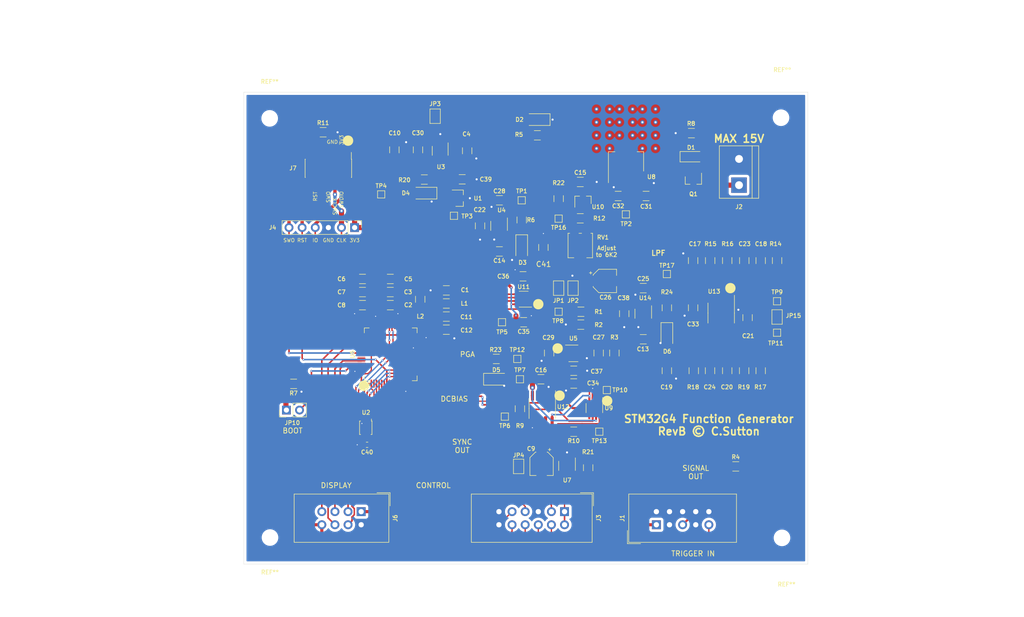
<source format=kicad_pcb>
(kicad_pcb (version 20171130) (host pcbnew 5.1.5-52549c5~84~ubuntu18.04.1)
  (title_block (date 2020-03-15) (rev B))
  (layers (0 F.Cu signal) (31 B.Cu signal) (34 B.Paste user) (35 F.Paste user) (36 B.SilkS user) (37 F.SilkS user) (38 B.Mask user) (39 F.Mask user) (44 Edge.Cuts user))
  (net 0 "")
  (net 1 /PSU/3V3REF)
  (net 2 "Net-(C11-Pad2)")
  (net 3 "Net-(C17-Pad2)")
  (net 4 "Net-(C18-Pad2)")
  (net 5 "Net-(C18-Pad1)")
  (net 6 "Net-(C19-Pad2)")
  (net 7 "Net-(C20-Pad2)")
  (net 8 /FUNC_SIG_OUT)
  (net 9 "Net-(C26-Pad2)")
  (net 10 "Net-(C26-Pad1)")
  (net 11 "Net-(D1-Pad2)")
  (net 12 /TRIG_SIG_IN)
  (net 13 /FUNC_SYNC_OUT)
  (net 14 /PSU/VIN)
  (net 15 /MCU/BTN4)
  (net 16 /MCU/ENC_SW)
  (net 17 /MCU/BTN3)
  (net 18 /MCU/BTN2)
  (net 19 /MCU/ENC_B)
  (net 20 /MCU/BTN1)
  (net 21 /MCU/ENC_A)
  (net 22 /MCU/T_SWO)
  (net 23 /MCU/T_NRST)
  (net 24 /MCU/T_SWDIO)
  (net 25 /MCU/T_SWCLK)
  (net 26 /MCU/COMP1_INP)
  (net 27 /MCU/TFT_SCK)
  (net 28 /MCU/TFT_MOSI)
  (net 29 /MCU/TFT_DC)
  (net 30 /MCU/TFT_RST)
  (net 31 /MCU/TFT_CS)
  (net 32 "Net-(J7-Pad14)")
  (net 33 "Net-(J7-Pad13)")
  (net 34 "Net-(J7-Pad11)")
  (net 35 "Net-(J7-Pad10)")
  (net 36 "Net-(J7-Pad9)")
  (net 37 "Net-(J7-Pad2)")
  (net 38 "Net-(J7-Pad1)")
  (net 39 /MCU/FUNC1_SIG)
  (net 40 /MCU/FUNC1_DCBIAS)
  (net 41 "Net-(JP10-Pad2)")
  (net 42 "Net-(JP10-Pad1)")
  (net 43 "Net-(L2-Pad2)")
  (net 44 "Net-(R1-Pad1)")
  (net 45 /AnalogOutput/DCBIAS)
  (net 46 "Net-(R10-Pad2)")
  (net 47 "Net-(R10-Pad1)")
  (net 48 "Net-(R12-Pad2)")
  (net 49 "Net-(U6-Pad58)")
  (net 50 "Net-(U6-Pad57)")
  (net 51 "Net-(U6-Pad55)")
  (net 52 "Net-(U6-Pad53)")
  (net 53 "Net-(U6-Pad51)")
  (net 54 "Net-(U6-Pad44)")
  (net 55 "Net-(U6-Pad43)")
  (net 56 /AnalogOutput/SG2_IN)
  (net 57 "Net-(U6-Pad37)")
  (net 58 "Net-(U6-Pad36)")
  (net 59 "Net-(U6-Pad35)")
  (net 60 "Net-(U6-Pad34)")
  (net 61 "Net-(U6-Pad33)")
  (net 62 "Net-(U6-Pad30)")
  (net 63 "Net-(U6-Pad26)")
  (net 64 /AnalogOutput/SG1_IN)
  (net 65 /AnalogOutput/SG0_IN)
  (net 66 "Net-(U6-Pad21)")
  (net 67 /AnalogOutput/DCBIAS_INVERT_IN)
  (net 68 "Net-(U6-Pad2)")
  (net 69 GNDS)
  (net 70 /+3V3)
  (net 71 /+5V)
  (net 72 "Net-(U6-Pad46)")
  (net 73 "Net-(U6-Pad45)")
  (net 74 "Net-(U6-Pad39)")
  (net 75 "Net-(U6-Pad25)")
  (net 76 /MCU/ADC_IN3)
  (net 77 /MCU/TIM2_TF1FP1)
  (net 78 "Net-(U6-Pad42)")
  (net 79 "Net-(U6-Pad38)")
  (net 80 "Net-(C20-Pad1)")
  (net 81 "Net-(D2-Pad2)")
  (net 82 "Net-(D3-Pad1)")
  (net 83 "Net-(D4-Pad2)")
  (net 84 /MCU/FUNC1_SYNC)
  (net 85 "Net-(C9-Pad1)")
  (net 86 /+2.5V)
  (net 87 "Net-(C14-Pad2)")
  (net 88 "Net-(C14-Pad1)")
  (net 89 "Net-(C27-Pad2)")
  (net 90 "Net-(C27-Pad1)")
  (net 91 "Net-(C30-Pad1)")
  (net 92 "Net-(C31-Pad1)")
  (net 93 "Net-(JP3-Pad2)")
  (net 94 "Net-(TP10-Pad1)")
  (net 95 "Net-(U9-Pad5)")
  (net 96 "Net-(C13-Pad2)")
  (net 97 "Net-(C13-Pad1)")
  (net 98 /-5V_DCBIAS)
  (net 99 /-5V_LPF)
  (net 100 /-5V_PGA)
  (net 101 "Net-(D5-Pad1)")
  (net 102 "Net-(D6-Pad1)")
  (net 103 "Net-(JP1-Pad2)")
  (net 104 "Net-(JP4-Pad2)")
  (net 105 /MCU/TRIGMUX1)
  (net 106 /MCU/TRIGMUX2)
  (net 107 "Net-(U6-Pad11)")
  (module Capacitor_SMD:C_1206_3216Metric_Pad1.42x1.75mm_HandSolder (layer F.Cu) (at 155.9306 73.2663 270)
    (fp_text reference C41 (at 3.2512 -0.0381 180) (layer F.SilkS))
    (fp_text value 1uF)
    (pad 2 smd roundrect (at 1.4875 0 270) (size 1.425 1.75) (layers F.Cu F.Paste F.Mask) (roundrect_rratio 0.175439) (net 86 /+2.5V))
    (pad 1 smd roundrect (at -1.4875 0 270) (size 1.425 1.75) (layers F.Cu F.Paste F.Mask) (roundrect_rratio 0.175439) (net 69 GNDS))
  )
  (module Capacitor_SMD:C_0603_1608Metric_Pad1.05x0.95mm_HandSolder (layer F.Cu) (at 121.793 111.506 180)
    (fp_text reference C40 (at 0 -1.43) (layer F.SilkS) (effects (font (size 0.8 0.8))))
    (fp_text value 100nF)
    (pad 2 smd roundrect (at 0.875 0 180) (size 1.05 0.95) (layers F.Cu F.Paste F.Mask) (net 69 GNDS))
    (pad 1 smd roundrect (at -0.875 0 180) (size 1.05 0.95) (layers F.Cu F.Paste F.Mask) (net 70 /+3V3))
  )
  (module Package_SO:VSSOP-8_2.4x2.1mm_P0.5mm (layer F.Cu) (at 121.539 108.204 270)
    (fp_text reference U2 (at -2.9464 -0.0508 180) (layer F.SilkS) (effects (font (size 0.8 0.8))))
    (fp_text value TS5A3357)
    (pad 8 smd rect (at 1.55 -0.75 270) (size 0.75 0.25) (layers F.Cu F.Paste F.Mask) (net 70 /+3V3))
    (pad 7 smd rect (at 1.55 -0.25 270) (size 0.75 0.25) (layers F.Cu F.Paste F.Mask) (net 12 /TRIG_SIG_IN))
    (pad 6 smd rect (at 1.55 0.25 270) (size 0.75 0.25) (layers F.Cu F.Paste F.Mask) (net 105 /MCU/TRIGMUX1))
    (pad 5 smd rect (at 1.55 0.75 270) (size 0.75 0.25) (layers F.Cu F.Paste F.Mask) (net 106 /MCU/TRIGMUX2))
    (pad 4 smd rect (at -1.55 0.75 270) (size 0.75 0.25) (layers F.Cu F.Paste F.Mask) (net 69 GNDS))
    (pad 3 smd rect (at -1.55 0.25 270) (size 0.75 0.25) (layers F.Cu F.Paste F.Mask) (net 76 /MCU/ADC_IN3))
    (pad 2 smd rect (at -1.55 -0.25 270) (size 0.75 0.25) (layers F.Cu F.Paste F.Mask) (net 26 /MCU/COMP1_INP))
    (pad 1 smd rect (at -1.55 -0.75 270) (size 0.75 0.25) (layers F.Cu F.Paste F.Mask) (net 77 /MCU/TIM2_TF1FP1))
  )
  (module Capacitor_SMD:C_1206_3216Metric_Pad1.42x1.75mm_HandSolder (layer F.Cu) (at 140.208 60.071)
    (fp_text reference C39 (at 4.572 0) (layer F.SilkS) (effects (font (size 0.8 0.8))))
    (fp_text value 100nF)
    (pad 2 smd roundrect (at 1.4875 0) (size 1.425 1.75) (layers F.Cu F.Paste F.Mask) (roundrect_rratio 0.175439) (net 69 GNDS))
    (pad 1 smd roundrect (at -1.4875 0) (size 1.425 1.75) (layers F.Cu F.Paste F.Mask) (roundrect_rratio 0.175439) (net 71 /+5V))
  )
  (module Capacitor_SMD:C_1206_3216Metric_Pad1.42x1.75mm_HandSolder (layer F.Cu) (at 171.577 86.106 270)
    (fp_text reference C38 (at -3.048 0.127 180) (layer F.SilkS) (effects (font (size 0.8 0.8))))
    (fp_text value 100nF)
    (pad 2 smd roundrect (at 1.4875 0 270) (size 1.425 1.75) (layers F.Cu F.Paste F.Mask) (roundrect_rratio 0.175439) (net 69 GNDS))
    (pad 1 smd roundrect (at -1.4875 0 270) (size 1.425 1.75) (layers F.Cu F.Paste F.Mask) (roundrect_rratio 0.175439) (net 71 /+5V))
  )
  (module Capacitor_SMD:C_1206_3216Metric_Pad1.42x1.75mm_HandSolder (layer F.Cu) (at 161.798 97.155)
    (fp_text reference C37 (at 4.445 0.127) (layer F.SilkS) (effects (font (size 0.8 0.8))))
    (fp_text value 100nF)
    (pad 2 smd roundrect (at 1.4875 0) (size 1.425 1.75) (layers F.Cu F.Paste F.Mask) (roundrect_rratio 0.175439) (net 69 GNDS))
    (pad 1 smd roundrect (at -1.4875 0) (size 1.425 1.75) (layers F.Cu F.Paste F.Mask) (roundrect_rratio 0.175439) (net 71 /+5V))
  )
  (module Capacitor_SMD:C_1206_3216Metric_Pad1.42x1.75mm_HandSolder (layer F.Cu) (at 143.6624 69.088 270)
    (fp_text reference C22 (at -3.1115 0.0635 180) (layer F.SilkS) (effects (font (size 0.8 0.8))))
    (fp_text value 100nF)
    (pad 2 smd roundrect (at 1.4875 0 270) (size 1.425 1.75) (layers F.Cu F.Paste F.Mask) (roundrect_rratio 0.175439) (net 69 GNDS))
    (pad 1 smd roundrect (at -1.4875 0 270) (size 1.425 1.75) (layers F.Cu F.Paste F.Mask) (roundrect_rratio 0.175439) (net 71 /+5V))
  )
  (module Capacitor_SMD:C_1206_3216Metric_Pad1.42x1.75mm_HandSolder (layer F.Cu) (at 163.068 60.579)
    (fp_text reference C15 (at 0 -1.82) (layer F.SilkS) (effects (font (size 0.8 0.8))))
    (fp_text value 1nF)
    (pad 2 smd roundrect (at 1.4875 0) (size 1.425 1.75) (layers F.Cu F.Paste F.Mask) (roundrect_rratio 0.175439) (net 69 GNDS))
    (pad 1 smd roundrect (at -1.4875 0) (size 1.425 1.75) (layers F.Cu F.Paste F.Mask) (roundrect_rratio 0.175439) (net 86 /+2.5V))
  )
  (module Potentiometer_SMD:Potentiometer_Bourns_3314J_Vertical (layer F.Cu) (at 163.068 72.898)
    (fp_text reference RV1 (at 4.3815 -1.5875) (layer F.SilkS) (effects (font (size 0.8 0.8))))
    (fp_text value R_POT_TRIM)
    (pad 3 smd rect (at -1.15 -2) (size 1.3 2) (layers F.Cu F.Paste F.Mask) (net 69 GNDS))
    (pad 2 smd rect (at 0 2) (size 2 2) (layers F.Cu F.Paste F.Mask) (net 48 "Net-(R12-Pad2)"))
    (pad 1 smd rect (at 1.15 -2) (size 1.3 2) (layers F.Cu F.Paste F.Mask) (net 48 "Net-(R12-Pad2)"))
  )
  (module Package_TO_SOT_SMD:SOT-23-5_HandSoldering (layer F.Cu) (at 175.26 86.106 270)
    (fp_text reference U14 (at -3.048 -0.381 180) (layer F.SilkS) (effects (font (size 0.8 0.8))))
    (fp_text value TPS60400)
    (pad 5 smd rect (at 1.35 -0.95 270) (size 1.56 0.65) (layers F.Cu F.Paste F.Mask) (net 96 "Net-(C13-Pad2)"))
    (pad 4 smd rect (at 1.35 0.95 270) (size 1.56 0.65) (layers F.Cu F.Paste F.Mask) (net 69 GNDS))
    (pad 3 smd rect (at -1.35 0.95 270) (size 1.56 0.65) (layers F.Cu F.Paste F.Mask) (net 97 "Net-(C13-Pad1)"))
    (pad 2 smd rect (at -1.35 0 270) (size 1.56 0.65) (layers F.Cu F.Paste F.Mask) (net 71 /+5V))
    (pad 1 smd rect (at -1.35 -0.95 270) (size 1.56 0.65) (layers F.Cu F.Paste F.Mask) (net 99 /-5V_LPF))
  )
  (module Package_TO_SOT_SMD:SOT-23-5_HandSoldering (layer F.Cu) (at 161.7345 93.7895)
    (fp_text reference U5 (at 0 -2.9) (layer F.SilkS) (effects (font (size 0.8 0.8))))
    (fp_text value TPS60400)
    (pad 5 smd rect (at 1.35 -0.95) (size 1.56 0.65) (layers F.Cu F.Paste F.Mask) (net 89 "Net-(C27-Pad2)"))
    (pad 4 smd rect (at 1.35 0.95) (size 1.56 0.65) (layers F.Cu F.Paste F.Mask) (net 69 GNDS))
    (pad 3 smd rect (at -1.35 0.95) (size 1.56 0.65) (layers F.Cu F.Paste F.Mask) (net 90 "Net-(C27-Pad1)"))
    (pad 2 smd rect (at -1.35 0) (size 1.56 0.65) (layers F.Cu F.Paste F.Mask) (net 71 /+5V))
    (pad 1 smd rect (at -1.35 -0.95) (size 1.56 0.65) (layers F.Cu F.Paste F.Mask) (net 98 /-5V_DCBIAS))
  )
  (module Package_TO_SOT_SMD:SOT-23-5_HandSoldering (layer F.Cu) (at 147.3454 69.088 270)
    (fp_text reference U4 (at -3.048 -0.4826 180) (layer F.SilkS) (effects (font (size 0.8 0.8))))
    (fp_text value TPS60400)
    (pad 5 smd rect (at 1.35 -0.95 270) (size 1.56 0.65) (layers F.Cu F.Paste F.Mask) (net 87 "Net-(C14-Pad2)"))
    (pad 4 smd rect (at 1.35 0.95 270) (size 1.56 0.65) (layers F.Cu F.Paste F.Mask) (net 69 GNDS))
    (pad 3 smd rect (at -1.35 0.95 270) (size 1.56 0.65) (layers F.Cu F.Paste F.Mask) (net 88 "Net-(C14-Pad1)"))
    (pad 2 smd rect (at -1.35 0 270) (size 1.56 0.65) (layers F.Cu F.Paste F.Mask) (net 71 /+5V))
    (pad 1 smd rect (at -1.35 -0.95 270) (size 1.56 0.65) (layers F.Cu F.Paste F.Mask) (net 100 /-5V_PGA))
  )
  (module Capacitor_SMD:C_1206_3216Metric_Pad1.42x1.75mm_HandSolder (layer F.Cu) (at 151.9809 78.867)
    (fp_text reference C36 (at -3.81 0) (layer F.SilkS) (effects (font (size 0.8 0.8))))
    (fp_text value 100nF)
    (pad 2 smd roundrect (at 1.4875 0) (size 1.425 1.75) (layers F.Cu F.Paste F.Mask) (roundrect_rratio 0.175439) (net 100 /-5V_PGA))
    (pad 1 smd roundrect (at -1.4875 0) (size 1.425 1.75) (layers F.Cu F.Paste F.Mask) (roundrect_rratio 0.175439) (net 69 GNDS))
  )
  (module Capacitor_SMD:C_1206_3216Metric_Pad1.42x1.75mm_HandSolder (layer F.Cu) (at 152.1079 87.757 180)
    (fp_text reference C35 (at 0 -1.82) (layer F.SilkS) (effects (font (size 0.8 0.8))))
    (fp_text value 100nF)
    (pad 2 smd roundrect (at 1.4875 0 180) (size 1.425 1.75) (layers F.Cu F.Paste F.Mask) (roundrect_rratio 0.175439) (net 71 /+5V))
    (pad 1 smd roundrect (at -1.4875 0 180) (size 1.425 1.75) (layers F.Cu F.Paste F.Mask) (roundrect_rratio 0.175439) (net 69 GNDS))
  )
  (module Package_TO_SOT_SMD:TSOT-23-8 (layer F.Cu) (at 152.1079 83.312 180)
    (fp_text reference U11 (at 0 2.413) (layer F.SilkS) (effects (font (size 0.8 0.8))))
    (fp_text value LTC6910)
    (pad 8 smd rect (at 1.31 -0.97 180) (size 1.22 0.4) (layers F.Cu F.Paste F.Mask) (net 71 /+5V))
    (pad 7 smd rect (at 1.31 -0.33 180) (size 1.22 0.4) (layers F.Cu F.Paste F.Mask) (net 56 /AnalogOutput/SG2_IN))
    (pad 6 smd rect (at 1.31 0.33 180) (size 1.22 0.4) (layers F.Cu F.Paste F.Mask) (net 64 /AnalogOutput/SG1_IN))
    (pad 5 smd rect (at 1.31 0.97 180) (size 1.22 0.4) (layers F.Cu F.Paste F.Mask) (net 65 /AnalogOutput/SG0_IN))
    (pad 4 smd rect (at -1.31 0.97 180) (size 1.22 0.4) (layers F.Cu F.Paste F.Mask) (net 100 /-5V_PGA))
    (pad 3 smd rect (at -1.31 0.33 180) (size 1.22 0.4) (layers F.Cu F.Paste F.Mask) (net 39 /MCU/FUNC1_SIG))
    (pad 2 smd rect (at -1.31 -0.33 180) (size 1.22 0.4) (layers F.Cu F.Paste F.Mask) (net 103 "Net-(JP1-Pad2)"))
    (pad 1 smd rect (at -1.31 -0.97 180) (size 1.22 0.4) (layers F.Cu F.Paste F.Mask) (net 44 "Net-(R1-Pad1)"))
  )
  (module Package_TO_SOT_SMD:SOT-23-8_Handsoldering (layer F.Cu) (at 165.7985 104.394 270)
    (fp_text reference U9 (at 0 -2.794 180) (layer F.SilkS) (effects (font (size 0.8 0.8))))
    (fp_text value TS12A12511DCNR)
    (pad 8 smd rect (at 1.35 -0.98 270) (size 1.56 0.4) (layers F.Cu F.Paste F.Mask) (net 47 "Net-(R10-Pad1)"))
    (pad 7 smd rect (at 1.35 -0.33 270) (size 1.56 0.4) (layers F.Cu F.Paste F.Mask) (net 98 /-5V_DCBIAS))
    (pad 6 smd rect (at 1.35 0.33 270) (size 1.56 0.4) (layers F.Cu F.Paste F.Mask) (net 67 /AnalogOutput/DCBIAS_INVERT_IN))
    (pad 5 smd rect (at 1.35 0.98 270) (size 1.56 0.4) (layers F.Cu F.Paste F.Mask) (net 95 "Net-(U9-Pad5)"))
    (pad 4 smd rect (at -1.35 0.98 270) (size 1.56 0.4) (layers F.Cu F.Paste F.Mask) (net 71 /+5V))
    (pad 3 smd rect (at -1.35 0.33 270) (size 1.56 0.4) (layers F.Cu F.Paste F.Mask) (net 69 GNDS))
    (pad 2 smd rect (at -1.35 -0.33 270) (size 1.56 0.4) (layers F.Cu F.Paste F.Mask) (net 94 "Net-(TP10-Pad1)"))
    (pad 1 smd rect (at -1.35 -0.98 270) (size 1.56 0.4) (layers F.Cu F.Paste F.Mask) (net 45 /AnalogOutput/DCBIAS))
  )
  (module TestPoint:TestPoint_Pad_1.0x1.0mm (layer F.Cu) (at 179.832 78.4225)
    (fp_text reference TP17 (at 0 -1.651) (layer F.SilkS) (effects (font (size 0.8 0.8))))
    (fp_text value TestPoint)
    (pad 1 smd rect (at 0 0) (size 1 1) (layers F.Cu F.Mask) (net 99 /-5V_LPF))
  )
  (module TestPoint:TestPoint_Pad_1.0x1.0mm (layer F.Cu) (at 151.7269 64.135)
    (fp_text reference TP1 (at 0 -1.778) (layer F.SilkS) (effects (font (size 0.8 0.8))))
    (fp_text value TestPoint)
    (pad 1 smd rect (at 0 0) (size 1 1) (layers F.Cu F.Mask) (net 100 /-5V_PGA))
  )
  (module Resistor_SMD:R_1206_3216Metric_Pad1.42x1.75mm_HandSolder (layer F.Cu) (at 179.832 84.963 270)
    (fp_text reference R24 (at -3.048 0 180) (layer F.SilkS) (effects (font (size 0.8 0.8))))
    (fp_text value 4K7)
    (pad 2 smd roundrect (at 1.4875 0 270) (size 1.425 1.75) (layers F.Cu F.Paste F.Mask) (roundrect_rratio 0.175439) (net 102 "Net-(D6-Pad1)"))
    (pad 1 smd roundrect (at -1.4875 0 270) (size 1.425 1.75) (layers F.Cu F.Paste F.Mask) (roundrect_rratio 0.175439) (net 99 /-5V_LPF))
  )
  (module Resistor_SMD:R_1206_3216Metric_Pad1.42x1.75mm_HandSolder (layer F.Cu) (at 146.812 94.869 180)
    (fp_text reference R23 (at 0.127 1.778 180) (layer F.SilkS) (effects (font (size 0.8 0.8))))
    (fp_text value 4K7)
    (pad 2 smd roundrect (at 1.4875 0 180) (size 1.425 1.75) (layers F.Cu F.Paste F.Mask) (roundrect_rratio 0.175439) (net 101 "Net-(D5-Pad1)"))
    (pad 1 smd roundrect (at -1.4875 0 180) (size 1.425 1.75) (layers F.Cu F.Paste F.Mask) (roundrect_rratio 0.175439) (net 98 /-5V_DCBIAS))
  )
  (module Jumper:SolderJumper-2_P1.3mm_Open_Pad1.0x1.5mm (layer F.Cu) (at 151.13 115.697 270)
    (fp_text reference JP4 (at -2.159 0 180) (layer F.SilkS) (effects (font (size 0.8 0.8))))
    (fp_text value Jumper_NO_Small)
    (pad 1 smd rect (at -0.65 0 270) (size 1 1.5) (layers F.Cu F.Mask) (net 84 /MCU/FUNC1_SYNC))
    (pad 2 smd rect (at 0.65 0 270) (size 1 1.5) (layers F.Cu F.Mask) (net 104 "Net-(JP4-Pad2)"))
  )
  (module Jumper:SolderJumper-2_P1.3mm_Open_Pad1.0x1.5mm (layer F.Cu) (at 161.671 81.153 90)
    (fp_text reference JP2 (at -2.413 0 180) (layer F.SilkS) (effects (font (size 0.8 0.8))))
    (fp_text value Jumper_NO_Small)
    (pad 1 smd rect (at -0.65 0 90) (size 1 1.5) (layers F.Cu F.Mask) (net 103 "Net-(JP1-Pad2)"))
    (pad 2 smd rect (at 0.65 0 90) (size 1 1.5) (layers F.Cu F.Mask) (net 69 GNDS))
  )
  (module Jumper:SolderJumper-2_P1.3mm_Bridged_Pad1.0x1.5mm (layer F.Cu) (at 158.877 81.153 270)
    (fp_text reference JP1 (at 2.413 0 180) (layer F.SilkS) (effects (font (size 0.8 0.8))))
    (fp_text value Jumper_NC_Small)
    (fp_poly (pts (xy -0.25 -0.3) (xy 0.25 -0.3) (xy 0.25 0.3) (xy -0.25 0.3)) (layer F.Cu) (width 0))
    (pad 2 smd rect (at 0.65 0 270) (size 1 1.5) (layers F.Cu F.Mask) (net 103 "Net-(JP1-Pad2)"))
    (pad 1 smd rect (at -0.65 0 270) (size 1 1.5) (layers F.Cu F.Mask) (net 86 /+2.5V))
  )
  (module LED_SMD:LED_1206_3216Metric_Pad1.42x1.75mm_HandSolder (layer F.Cu) (at 179.832 90.297 270)
    (fp_text reference D6 (at 3.1115 -0.0635 180) (layer F.SilkS) (effects (font (size 0.8 0.8))))
    (fp_text value LED)
    (pad 2 smd roundrect (at 1.4875 0 270) (size 1.425 1.75) (layers F.Cu F.Paste F.Mask) (roundrect_rratio 0.175439) (net 69 GNDS))
    (pad 1 smd roundrect (at -1.4875 0 270) (size 1.425 1.75) (layers F.Cu F.Paste F.Mask) (roundrect_rratio 0.175439) (net 102 "Net-(D6-Pad1)"))
  )
  (module LED_SMD:LED_1206_3216Metric_Pad1.42x1.75mm_HandSolder (layer F.Cu) (at 146.812 98.806)
    (fp_text reference D5 (at 0 -1.82) (layer F.SilkS) (effects (font (size 0.8 0.8))))
    (fp_text value LED)
    (pad 2 smd roundrect (at 1.4875 0) (size 1.425 1.75) (layers F.Cu F.Paste F.Mask) (roundrect_rratio 0.175439) (net 69 GNDS))
    (pad 1 smd roundrect (at -1.4875 0) (size 1.425 1.75) (layers F.Cu F.Paste F.Mask) (roundrect_rratio 0.175439) (net 101 "Net-(D5-Pad1)"))
  )
  (module Capacitor_SMD:C_1206_3216Metric_Pad1.42x1.75mm_HandSolder (layer F.Cu) (at 175.26 81.153)
    (fp_text reference C25 (at 0 -1.82) (layer F.SilkS) (effects (font (size 0.8 0.8))))
    (fp_text value 10Uf)
    (pad 2 smd roundrect (at 1.4875 0) (size 1.425 1.75) (layers F.Cu F.Paste F.Mask) (roundrect_rratio 0.175439) (net 99 /-5V_LPF))
    (pad 1 smd roundrect (at -1.4875 0) (size 1.425 1.75) (layers F.Cu F.Paste F.Mask) (roundrect_rratio 0.175439) (net 69 GNDS))
  )
  (module Capacitor_SMD:C_1206_3216Metric_Pad1.42x1.75mm_HandSolder (layer F.Cu) (at 175.26 91.059)
    (fp_text reference C13 (at -0.0635 1.905) (layer F.SilkS) (effects (font (size 0.8 0.8))))
    (fp_text value 10Uf)
    (pad 2 smd roundrect (at 1.4875 0) (size 1.425 1.75) (layers F.Cu F.Paste F.Mask) (roundrect_rratio 0.175439) (net 96 "Net-(C13-Pad2)"))
    (pad 1 smd roundrect (at -1.4875 0) (size 1.425 1.75) (layers F.Cu F.Paste F.Mask) (roundrect_rratio 0.175439) (net 97 "Net-(C13-Pad1)"))
  )
  (module Package_TO_SOT_SMD:SOT-23-5 (layer F.Cu) (at 160.5028 115.5865 270)
    (fp_text reference U7 (at 2.7775 -0.0252 180) (layer F.SilkS) (effects (font (size 0.8 0.8))))
    (fp_text value MCP601-xOT)
    (pad 5 smd rect (at 1.1 -0.95 270) (size 1.06 0.65) (layers F.Cu F.Paste F.Mask) (net 71 /+5V))
    (pad 4 smd rect (at 1.1 0.95 270) (size 1.06 0.65) (layers F.Cu F.Paste F.Mask) (net 104 "Net-(JP4-Pad2)"))
    (pad 3 smd rect (at -1.1 0.95 270) (size 1.06 0.65) (layers F.Cu F.Paste F.Mask) (net 85 "Net-(C9-Pad1)"))
    (pad 2 smd rect (at -1.1 0 270) (size 1.06 0.65) (layers F.Cu F.Paste F.Mask) (net 69 GNDS))
    (pad 1 smd rect (at -1.1 -0.95 270) (size 1.06 0.65) (layers F.Cu F.Paste F.Mask) (net 104 "Net-(JP4-Pad2)"))
  )
  (module TestPoint:TestPoint_Pad_1.0x1.0mm (layer F.Cu) (at 168.2115 100.9015)
    (fp_text reference TP10 (at 2.54 0) (layer F.SilkS) (effects (font (size 0.8 0.8))))
    (fp_text value TestPoint)
    (pad 1 smd rect (at 0 0) (size 1 1) (layers F.Cu F.Mask) (net 94 "Net-(TP10-Pad1)"))
  )
  (module Jumper:SolderJumper-2_P1.3mm_Bridged_Pad1.0x1.5mm (layer F.Cu) (at 134.9682 47.842 270)
    (fp_text reference JP3 (at -2.4 0 180) (layer F.SilkS) (effects (font (size 0.8 0.8))))
    (fp_text value Jumper_NC_Small)
    (fp_poly (pts (xy -0.25 -0.3) (xy 0.25 -0.3) (xy 0.25 0.3) (xy -0.25 0.3)) (layer F.Cu) (width 0))
    (pad 2 smd rect (at 0.65 0 270) (size 1 1.5) (layers F.Cu F.Mask) (net 93 "Net-(JP3-Pad2)"))
    (pad 1 smd rect (at -0.65 0 270) (size 1 1.5) (layers F.Cu F.Mask) (net 71 /+5V))
  )
  (module Capacitor_SMD:C_1206_3216Metric_Pad1.42x1.75mm_HandSolder (layer F.Cu) (at 161.798 99.6315)
    (fp_text reference C34 (at 3.7465 -0.0635) (layer F.SilkS) (effects (font (size 0.8 0.8))))
    (fp_text value 100nF)
    (pad 2 smd roundrect (at 1.4875 0) (size 1.425 1.75) (layers F.Cu F.Paste F.Mask) (roundrect_rratio 0.175439) (net 71 /+5V))
    (pad 1 smd roundrect (at -1.4875 0) (size 1.425 1.75) (layers F.Cu F.Paste F.Mask) (roundrect_rratio 0.175439) (net 69 GNDS))
  )
  (module Capacitor_SMD:C_1206_3216Metric_Pad1.42x1.75mm_HandSolder (layer F.Cu) (at 184.912 84.963 270)
    (fp_text reference C33 (at 3.175 0 180) (layer F.SilkS) (effects (font (size 0.8 0.8))))
    (fp_text value 100nF)
    (pad 2 smd roundrect (at 1.4875 0 270) (size 1.425 1.75) (layers F.Cu F.Paste F.Mask) (roundrect_rratio 0.175439) (net 69 GNDS))
    (pad 1 smd roundrect (at -1.4875 0 270) (size 1.425 1.75) (layers F.Cu F.Paste F.Mask) (roundrect_rratio 0.175439) (net 99 /-5V_LPF))
  )
  (module Resistor_SMD:R_1206_3216Metric_Pad1.42x1.75mm_HandSolder (layer F.Cu) (at 158.877 63.8175 90)
    (fp_text reference R22 (at 3.048 0 180) (layer F.SilkS) (effects (font (size 0.8 0.8))))
    (fp_text value 1K)
    (pad 2 smd roundrect (at 1.4875 0 90) (size 1.425 1.75) (layers F.Cu F.Paste F.Mask) (roundrect_rratio 0.175439) (net 71 /+5V))
    (pad 1 smd roundrect (at -1.4875 0 90) (size 1.425 1.75) (layers F.Cu F.Paste F.Mask) (roundrect_rratio 0.175439) (net 86 /+2.5V))
  )
  (module Package_TO_SOT_SMD:SOT-23 (layer F.Cu) (at 163.5887 64.0842 90)
    (fp_text reference U10 (at -1.3208 2.9083 180) (layer F.SilkS) (effects (font (size 0.8 0.8))))
    (fp_text value TL431DBZ)
    (pad 3 smd rect (at 1 0 90) (size 0.9 0.8) (layers F.Cu F.Paste F.Mask) (net 69 GNDS))
    (pad 2 smd rect (at -1 0.95 90) (size 0.9 0.8) (layers F.Cu F.Paste F.Mask) (net 48 "Net-(R12-Pad2)"))
    (pad 1 smd rect (at -1 -0.95 90) (size 0.9 0.8) (layers F.Cu F.Paste F.Mask) (net 86 /+2.5V))
  )
  (module Package_TO_SOT_SMD:SOT-223-3_TabPin2 (layer F.Cu) (at 171.922 56.63 90)
    (fp_text reference U8 (at -2.9584 4.9128 180) (layer F.SilkS) (effects (font (size 0.8 0.8))))
    (fp_text value LM1117-5.0)
    (pad 1 smd rect (at -3.15 -2.3 90) (size 2 1.5) (layers F.Cu F.Paste F.Mask) (net 69 GNDS))
    (pad 3 smd rect (at -3.15 2.3 90) (size 2 1.5) (layers F.Cu F.Paste F.Mask) (net 92 "Net-(C31-Pad1)"))
    (pad 2 smd rect (at -3.15 0 90) (size 2 1.5) (layers F.Cu F.Paste F.Mask) (net 71 /+5V))
    (pad 2 smd rect (at 3.15 0 90) (size 2 3.8) (layers F.Cu F.Paste F.Mask) (net 71 /+5V))
  )
  (module Package_TO_SOT_SMD:TSOT-23-5 (layer F.Cu) (at 135.9682 54.542 270)
    (fp_text reference U3 (at 3.116 -0.125 180) (layer F.SilkS) (effects (font (size 0.8 0.8))))
    (fp_text value LP3992-33B5F)
    (pad 5 smd rect (at 1.31 -0.95 270) (size 1.22 0.65) (layers F.Cu F.Paste F.Mask) (net 70 /+3V3))
    (pad 4 smd rect (at 1.31 0.95 270) (size 1.22 0.65) (layers F.Cu F.Paste F.Mask) (net 91 "Net-(C30-Pad1)"))
    (pad 3 smd rect (at -1.31 0.95 270) (size 1.22 0.65) (layers F.Cu F.Paste F.Mask) (net 93 "Net-(JP3-Pad2)"))
    (pad 2 smd rect (at -1.31 0 270) (size 1.22 0.65) (layers F.Cu F.Paste F.Mask) (net 69 GNDS))
    (pad 1 smd rect (at -1.31 -0.95 270) (size 1.22 0.65) (layers F.Cu F.Paste F.Mask) (net 71 /+5V))
  )
  (module TestPoint:TestPoint_Pad_1.0x1.0mm (layer F.Cu) (at 158.877 67.691 270)
    (fp_text reference TP16 (at 1.7272 0 180) (layer F.SilkS) (effects (font (size 0.8 0.8))))
    (fp_text value TestPoint)
    (pad 1 smd rect (at 0 0 270) (size 1 1) (layers F.Cu F.Mask) (net 86 /+2.5V))
  )
  (module TestPoint:TestPoint_Pad_1.0x1.0mm (layer F.Cu) (at 166.751 108.966 180)
    (fp_text reference TP13 (at 0 -1.778) (layer F.SilkS) (effects (font (size 0.8 0.8))))
    (fp_text value TestPoint)
    (pad 1 smd rect (at 0 0 180) (size 1 1) (layers F.Cu F.Mask) (net 47 "Net-(R10-Pad1)"))
  )
  (module TestPoint:TestPoint_Pad_1.0x1.0mm (layer F.Cu) (at 150.876 94.869 180)
    (fp_text reference TP12 (at 0 1.778) (layer F.SilkS) (effects (font (size 0.8 0.8))))
    (fp_text value TestPoint)
    (pad 1 smd rect (at 0 0 180) (size 1 1) (layers F.Cu F.Mask) (net 98 /-5V_DCBIAS))
  )
  (module Resistor_SMD:R_1206_3216Metric_Pad1.42x1.75mm_HandSolder (layer F.Cu) (at 163.068 67.6275)
    (fp_text reference R12 (at 3.683 0) (layer F.SilkS) (effects (font (size 0.8 0.8))))
    (fp_text value 10K)
    (pad 2 smd roundrect (at 1.4875 0) (size 1.425 1.75) (layers F.Cu F.Paste F.Mask) (roundrect_rratio 0.175439) (net 48 "Net-(R12-Pad2)"))
    (pad 1 smd roundrect (at -1.4875 0) (size 1.425 1.75) (layers F.Cu F.Paste F.Mask) (roundrect_rratio 0.175439) (net 86 /+2.5V))
  )
  (module Connector_IDC:IDC-Header_2x05_P2.54mm_Vertical (layer F.Cu) (at 177.8 127 90)
    (fp_text reference J1 (at 1.27 -6.604 90) (layer F.SilkS) (effects (font (size 0.8 0.8))))
    (fp_text value Conn_02x05_Odd_Even)
    (pad 10 thru_hole oval (at 2.54 10.16 90) (size 1.7272 1.7272) (drill 1.016) (layers *.Cu *.Mask) (net 69 GNDS))
    (pad 9 thru_hole oval (at 0 10.16 90) (size 1.7272 1.7272) (drill 1.016) (layers *.Cu *.Mask) (net 12 /TRIG_SIG_IN))
    (pad 8 thru_hole oval (at 2.54 7.62 90) (size 1.7272 1.7272) (drill 1.016) (layers *.Cu *.Mask) (net 69 GNDS))
    (pad 7 thru_hole oval (at 0 7.62 90) (size 1.7272 1.7272) (drill 1.016) (layers *.Cu *.Mask) (net 69 GNDS))
    (pad 6 thru_hole oval (at 2.54 5.08 90) (size 1.7272 1.7272) (drill 1.016) (layers *.Cu *.Mask) (net 69 GNDS))
    (pad 5 thru_hole oval (at 0 5.08 90) (size 1.7272 1.7272) (drill 1.016) (layers *.Cu *.Mask) (net 8 /FUNC_SIG_OUT))
    (pad 4 thru_hole oval (at 2.54 2.54 90) (size 1.7272 1.7272) (drill 1.016) (layers *.Cu *.Mask) (net 69 GNDS))
    (pad 3 thru_hole oval (at 0 2.54 90) (size 1.7272 1.7272) (drill 1.016) (layers *.Cu *.Mask) (net 69 GNDS))
    (pad 2 thru_hole oval (at 2.54 0 90) (size 1.7272 1.7272) (drill 1.016) (layers *.Cu *.Mask) (net 69 GNDS))
    (pad 1 thru_hole rect (at 0 0 90) (size 1.7272 1.7272) (drill 1.016) (layers *.Cu *.Mask) (net 13 /FUNC_SYNC_OUT))
  )
  (module Capacitor_SMD:C_1206_3216Metric_Pad1.42x1.75mm_HandSolder (layer F.Cu) (at 170.407 63.3 180)
    (fp_text reference C32 (at -0.0016 -1.9526) (layer F.SilkS) (effects (font (size 0.8 0.8))))
    (fp_text value 10uF)
    (pad 2 smd roundrect (at 1.4875 0 180) (size 1.425 1.75) (layers F.Cu F.Paste F.Mask) (roundrect_rratio 0.175439) (net 69 GNDS))
    (pad 1 smd roundrect (at -1.4875 0 180) (size 1.425 1.75) (layers F.Cu F.Paste F.Mask) (roundrect_rratio 0.175439) (net 71 /+5V))
  )
  (module Capacitor_SMD:C_1206_3216Metric_Pad1.42x1.75mm_HandSolder (layer F.Cu) (at 175.807 63.3)
    (fp_text reference C31 (at 0.0372 2.0288) (layer F.SilkS) (effects (font (size 0.8 0.8))))
    (fp_text value 100nF)
    (pad 2 smd roundrect (at 1.4875 0) (size 1.425 1.75) (layers F.Cu F.Paste F.Mask) (roundrect_rratio 0.175439) (net 69 GNDS))
    (pad 1 smd roundrect (at -1.4875 0) (size 1.425 1.75) (layers F.Cu F.Paste F.Mask) (roundrect_rratio 0.175439) (net 92 "Net-(C31-Pad1)"))
  )
  (module Capacitor_SMD:C_1206_3216Metric_Pad1.42x1.75mm_HandSolder (layer F.Cu) (at 131.6482 54.356 90)
    (fp_text reference C30 (at 3.2639 -0.0127 180) (layer F.SilkS) (effects (font (size 0.8 0.8))))
    (fp_text value 1uF)
    (pad 2 smd roundrect (at 1.4875 0 90) (size 1.425 1.75) (layers F.Cu F.Paste F.Mask) (roundrect_rratio 0.175439) (net 69 GNDS))
    (pad 1 smd roundrect (at -1.4875 0 90) (size 1.425 1.75) (layers F.Cu F.Paste F.Mask) (roundrect_rratio 0.175439) (net 91 "Net-(C30-Pad1)"))
  )
  (module Capacitor_SMD:C_1206_3216Metric_Pad1.42x1.75mm_HandSolder (layer F.Cu) (at 157.0355 93.726 90)
    (fp_text reference C29 (at 2.9845 -0.127 180) (layer F.SilkS) (effects (font (size 0.8 0.8))))
    (fp_text value 10Uf)
    (pad 2 smd roundrect (at 1.4875 0 90) (size 1.425 1.75) (layers F.Cu F.Paste F.Mask) (roundrect_rratio 0.175439) (net 98 /-5V_DCBIAS))
    (pad 1 smd roundrect (at -1.4875 0 90) (size 1.425 1.75) (layers F.Cu F.Paste F.Mask) (roundrect_rratio 0.175439) (net 69 GNDS))
  )
  (module Capacitor_SMD:C_1206_3216Metric_Pad1.42x1.75mm_HandSolder (layer F.Cu) (at 147.4089 64.135)
    (fp_text reference C28 (at 0 -1.778) (layer F.SilkS) (effects (font (size 0.8 0.8))))
    (fp_text value 10Uf)
    (pad 2 smd roundrect (at 1.4875 0) (size 1.425 1.75) (layers F.Cu F.Paste F.Mask) (roundrect_rratio 0.175439) (net 100 /-5V_PGA))
    (pad 1 smd roundrect (at -1.4875 0) (size 1.425 1.75) (layers F.Cu F.Paste F.Mask) (roundrect_rratio 0.175439) (net 69 GNDS))
  )
  (module Capacitor_SMD:C_1206_3216Metric_Pad1.42x1.75mm_HandSolder (layer F.Cu) (at 166.624 93.726 90)
    (fp_text reference C27 (at 3.048 0 180) (layer F.SilkS) (effects (font (size 0.8 0.8))))
    (fp_text value 10Uf)
    (pad 2 smd roundrect (at 1.4875 0 90) (size 1.425 1.75) (layers F.Cu F.Paste F.Mask) (roundrect_rratio 0.175439) (net 89 "Net-(C27-Pad2)"))
    (pad 1 smd roundrect (at -1.4875 0 90) (size 1.425 1.75) (layers F.Cu F.Paste F.Mask) (roundrect_rratio 0.175439) (net 90 "Net-(C27-Pad1)"))
  )
  (module Capacitor_SMD:C_1206_3216Metric_Pad1.42x1.75mm_HandSolder (layer F.Cu) (at 147.4089 74.041)
    (fp_text reference C14 (at 0 1.778) (layer F.SilkS) (effects (font (size 0.8 0.8))))
    (fp_text value 10Uf)
    (pad 2 smd roundrect (at 1.4875 0) (size 1.425 1.75) (layers F.Cu F.Paste F.Mask) (roundrect_rratio 0.175439) (net 87 "Net-(C14-Pad2)"))
    (pad 1 smd roundrect (at -1.4875 0) (size 1.425 1.75) (layers F.Cu F.Paste F.Mask) (roundrect_rratio 0.175439) (net 88 "Net-(C14-Pad1)"))
  )
  (module Capacitor_SMD:C_1206_3216Metric_Pad1.42x1.75mm_HandSolder (layer F.Cu) (at 137.1346 89.2048 180)
    (fp_text reference C12 (at -3.9116 -0.1016) (layer F.SilkS) (effects (font (size 0.8 0.8))))
    (fp_text value 100nF)
    (pad 2 smd roundrect (at 1.4875 0 180) (size 1.425 1.75) (layers F.Cu F.Paste F.Mask) (roundrect_rratio 0.175439) (net 2 "Net-(C11-Pad2)"))
    (pad 1 smd roundrect (at -1.4875 0 180) (size 1.425 1.75) (layers F.Cu F.Paste F.Mask) (roundrect_rratio 0.175439) (net 69 GNDS))
  )
  (module Capacitor_SMD:C_1206_3216Metric_Pad1.42x1.75mm_HandSolder (layer F.Cu) (at 137.1346 86.6648 180)
    (fp_text reference C11 (at -3.8862 -0.0762) (layer F.SilkS) (effects (font (size 0.8 0.8))))
    (fp_text value 1uF)
    (pad 2 smd roundrect (at 1.4875 0 180) (size 1.425 1.75) (layers F.Cu F.Paste F.Mask) (roundrect_rratio 0.175439) (net 2 "Net-(C11-Pad2)"))
    (pad 1 smd roundrect (at -1.4875 0 180) (size 1.425 1.75) (layers F.Cu F.Paste F.Mask) (roundrect_rratio 0.175439) (net 69 GNDS))
  )
  (module Capacitor_SMD:C_1206_3216Metric_Pad1.42x1.75mm_HandSolder (layer F.Cu) (at 120.904 84.455 180)
    (fp_text reference C8 (at 4.064 0) (layer F.SilkS) (effects (font (size 0.8 0.8))))
    (fp_text value 100nF)
    (pad 2 smd roundrect (at 1.4875 0 180) (size 1.425 1.75) (layers F.Cu F.Paste F.Mask) (roundrect_rratio 0.175439) (net 69 GNDS))
    (pad 1 smd roundrect (at -1.4875 0 180) (size 1.425 1.75) (layers F.Cu F.Paste F.Mask) (roundrect_rratio 0.175439) (net 70 /+3V3))
  )
  (module Capacitor_SMD:C_1206_3216Metric_Pad1.42x1.75mm_HandSolder (layer F.Cu) (at 120.904 81.915 180)
    (fp_text reference C7 (at 4.064 0) (layer F.SilkS) (effects (font (size 0.8 0.8))))
    (fp_text value 100nF)
    (pad 2 smd roundrect (at 1.4875 0 180) (size 1.425 1.75) (layers F.Cu F.Paste F.Mask) (roundrect_rratio 0.175439) (net 69 GNDS))
    (pad 1 smd roundrect (at -1.4875 0 180) (size 1.425 1.75) (layers F.Cu F.Paste F.Mask) (roundrect_rratio 0.175439) (net 70 /+3V3))
  )
  (module Capacitor_SMD:C_1206_3216Metric_Pad1.42x1.75mm_HandSolder (layer F.Cu) (at 120.904 79.375 180)
    (fp_text reference C6 (at 4.064 0) (layer F.SilkS) (effects (font (size 0.8 0.8))))
    (fp_text value 100nF)
    (pad 2 smd roundrect (at 1.4875 0 180) (size 1.425 1.75) (layers F.Cu F.Paste F.Mask) (roundrect_rratio 0.175439) (net 69 GNDS))
    (pad 1 smd roundrect (at -1.4875 0 180) (size 1.425 1.75) (layers F.Cu F.Paste F.Mask) (roundrect_rratio 0.175439) (net 70 /+3V3))
  )
  (module Capacitor_SMD:C_1206_3216Metric_Pad1.42x1.75mm_HandSolder (layer F.Cu) (at 126.2888 79.375)
    (fp_text reference C5 (at 3.4798 0.0254) (layer F.SilkS) (effects (font (size 0.8 0.8))))
    (fp_text value 100nF)
    (pad 2 smd roundrect (at 1.4875 0) (size 1.425 1.75) (layers F.Cu F.Paste F.Mask) (roundrect_rratio 0.175439) (net 69 GNDS))
    (pad 1 smd roundrect (at -1.4875 0) (size 1.425 1.75) (layers F.Cu F.Paste F.Mask) (roundrect_rratio 0.175439) (net 70 /+3V3))
  )
  (module Capacitor_SMD:C_1206_3216Metric_Pad1.42x1.75mm_HandSolder (layer F.Cu) (at 126.2888 81.915)
    (fp_text reference C3 (at 3.429 0) (layer F.SilkS) (effects (font (size 0.8 0.8))))
    (fp_text value 4.7uF)
    (pad 2 smd roundrect (at 1.4875 0) (size 1.425 1.75) (layers F.Cu F.Paste F.Mask) (roundrect_rratio 0.175439) (net 69 GNDS))
    (pad 1 smd roundrect (at -1.4875 0) (size 1.425 1.75) (layers F.Cu F.Paste F.Mask) (roundrect_rratio 0.175439) (net 70 /+3V3))
  )
  (module Capacitor_SMD:C_1206_3216Metric_Pad1.42x1.75mm_HandSolder (layer F.Cu) (at 126.2888 84.455)
    (fp_text reference C2 (at 3.4798 -0.0254) (layer F.SilkS) (effects (font (size 0.8 0.8))))
    (fp_text value 1uF)
    (pad 2 smd roundrect (at 1.4875 0) (size 1.425 1.75) (layers F.Cu F.Paste F.Mask) (roundrect_rratio 0.175439) (net 69 GNDS))
    (pad 1 smd roundrect (at -1.4875 0) (size 1.425 1.75) (layers F.Cu F.Paste F.Mask) (roundrect_rratio 0.175439) (net 70 /+3V3))
  )
  (module Capacitor_SMD:C_1206_3216Metric_Pad1.42x1.75mm_HandSolder (layer F.Cu) (at 137.1346 81.5848 180)
    (fp_text reference C1 (at -3.6068 0.0762) (layer F.SilkS) (effects (font (size 0.8 0.8))))
    (fp_text value 100nF)
    (pad 2 smd roundrect (at 1.4875 0 180) (size 1.425 1.75) (layers F.Cu F.Paste F.Mask) (roundrect_rratio 0.175439) (net 69 GNDS))
    (pad 1 smd roundrect (at -1.4875 0 180) (size 1.425 1.75) (layers F.Cu F.Paste F.Mask) (roundrect_rratio 0.175439) (net 1 /PSU/3V3REF))
  )
  (module Resistor_SMD:R_1206_3216Metric_Pad1.42x1.75mm_HandSolder (layer F.Cu) (at 164.592 115.951 90)
    (fp_text reference R21 (at 3.048 0 180) (layer F.SilkS) (effects (font (size 0.8 0.8))))
    (fp_text value 50R)
    (pad 2 smd roundrect (at 1.4875 0 90) (size 1.425 1.75) (layers F.Cu F.Paste F.Mask) (roundrect_rratio 0.175439) (net 104 "Net-(JP4-Pad2)"))
    (pad 1 smd roundrect (at -1.4875 0 90) (size 1.425 1.75) (layers F.Cu F.Paste F.Mask) (roundrect_rratio 0.175439) (net 13 /FUNC_SYNC_OUT))
  )
  (module Capacitor_SMD:CP_Elec_4x5.7 (layer F.Cu) (at 155.575 115.189 270)
    (fp_text reference C9 (at -2.921 2.032 180) (layer F.SilkS) (effects (font (size 0.8 0.8))))
    (fp_text value 10uF)
    (pad 2 smd roundrect (at 1.8 0 270) (size 2.6 1.6) (layers F.Cu F.Paste F.Mask) (roundrect_rratio 0.15625) (net 84 /MCU/FUNC1_SYNC))
    (pad 1 smd roundrect (at -1.8 0 270) (size 2.6 1.6) (layers F.Cu F.Paste F.Mask) (roundrect_rratio 0.15625) (net 85 "Net-(C9-Pad1)"))
  )
  (module Resistor_SMD:R_1206_3216Metric_Pad1.42x1.75mm_HandSolder (layer F.Cu) (at 132.8785 60.1091 180)
    (fp_text reference R20 (at 3.8465 -0.0889) (layer F.SilkS) (effects (font (size 0.8 0.8))))
    (fp_text value 4K7)
    (pad 2 smd roundrect (at 1.4875 0 180) (size 1.425 1.75) (layers F.Cu F.Paste F.Mask) (roundrect_rratio 0.175439) (net 83 "Net-(D4-Pad2)"))
    (pad 1 smd roundrect (at -1.4875 0 180) (size 1.425 1.75) (layers F.Cu F.Paste F.Mask) (roundrect_rratio 0.175439) (net 70 /+3V3))
  )
  (module Resistor_SMD:R_1206_3216Metric_Pad1.42x1.75mm_HandSolder (layer F.Cu) (at 151.7269 67.945 270)
    (fp_text reference R6 (at 0 -1.778) (layer F.SilkS) (effects (font (size 0.8 0.8))))
    (fp_text value 4K7)
    (pad 2 smd roundrect (at 1.4875 0 270) (size 1.425 1.75) (layers F.Cu F.Paste F.Mask) (roundrect_rratio 0.175439) (net 82 "Net-(D3-Pad1)"))
    (pad 1 smd roundrect (at -1.4875 0 270) (size 1.425 1.75) (layers F.Cu F.Paste F.Mask) (roundrect_rratio 0.175439) (net 100 /-5V_PGA))
  )
  (module Resistor_SMD:R_1206_3216Metric_Pad1.42x1.75mm_HandSolder (layer F.Cu) (at 154.759 51.545 180)
    (fp_text reference R5 (at 3.559 0.145) (layer F.SilkS) (effects (font (size 0.8 0.8))))
    (fp_text value 4K7)
    (pad 2 smd roundrect (at 1.4875 0 180) (size 1.425 1.75) (layers F.Cu F.Paste F.Mask) (roundrect_rratio 0.175439) (net 81 "Net-(D2-Pad2)"))
    (pad 1 smd roundrect (at -1.4875 0 180) (size 1.425 1.75) (layers F.Cu F.Paste F.Mask) (roundrect_rratio 0.175439) (net 71 /+5V))
  )
  (module LED_SMD:LED_1206_3216Metric_Pad1.42x1.75mm_HandSolder (layer F.Cu) (at 132.842 62.7507 180)
    (fp_text reference D4 (at 3.556 0.0127) (layer F.SilkS) (effects (font (size 0.8 0.8))))
    (fp_text value LED)
    (pad 2 smd roundrect (at 1.4875 0 180) (size 1.425 1.75) (layers F.Cu F.Paste F.Mask) (roundrect_rratio 0.175439) (net 83 "Net-(D4-Pad2)"))
    (pad 1 smd roundrect (at -1.4875 0 180) (size 1.425 1.75) (layers F.Cu F.Paste F.Mask) (roundrect_rratio 0.175439) (net 69 GNDS))
  )
  (module LED_SMD:LED_1206_3216Metric_Pad1.42x1.75mm_HandSolder (layer F.Cu) (at 151.7269 73.279 270)
    (fp_text reference D3 (at 2.921 -0.1651 180) (layer F.SilkS) (effects (font (size 0.8 0.8))))
    (fp_text value LED)
    (pad 2 smd roundrect (at 1.4875 0 270) (size 1.425 1.75) (layers F.Cu F.Paste F.Mask) (roundrect_rratio 0.175439) (net 69 GNDS))
    (pad 1 smd roundrect (at -1.4875 0 270) (size 1.425 1.75) (layers F.Cu F.Paste F.Mask) (roundrect_rratio 0.175439) (net 82 "Net-(D3-Pad1)"))
  )
  (module LED_SMD:LED_1206_3216Metric_Pad1.42x1.75mm_HandSolder (layer F.Cu) (at 154.759 48.497 180)
    (fp_text reference D2 (at 3.459 -0.003) (layer F.SilkS) (effects (font (size 0.8 0.8))))
    (fp_text value LED)
    (pad 2 smd roundrect (at 1.4875 0 180) (size 1.425 1.75) (layers F.Cu F.Paste F.Mask) (roundrect_rratio 0.175439) (net 81 "Net-(D2-Pad2)"))
    (pad 1 smd roundrect (at -1.4875 0 180) (size 1.425 1.75) (layers F.Cu F.Paste F.Mask) (roundrect_rratio 0.175439) (net 69 GNDS))
  )
  (module Package_TO_SOT_SMD:SOT-23 (layer F.Cu) (at 139.6619 63.7286)
    (fp_text reference U1 (at 3.5941 0.0254) (layer F.SilkS) (effects (font (size 0.8 0.8))))
    (fp_text value NCP51460SN33T1G)
    (pad 3 smd rect (at 1 0) (size 0.9 0.8) (layers F.Cu F.Paste F.Mask) (net 69 GNDS))
    (pad 2 smd rect (at -1 0.95) (size 0.9 0.8) (layers F.Cu F.Paste F.Mask) (net 1 /PSU/3V3REF))
    (pad 1 smd rect (at -1 -0.95) (size 0.9 0.8) (layers F.Cu F.Paste F.Mask) (net 71 /+5V))
  )
  (module MountingHole:MountingHole_2.2mm_M2 (layer F.Cu) (at 202.1205 129.54)
    (fp_text reference REF** (at 0.889 9.017) (layer F.SilkS) (effects (font (size 0.8 0.8))))
    (fp_text value MountingHole_2.2mm_M2)
    (pad 1 np_thru_hole circle (at 0 0) (size 2.2 2.2) (drill 2.2) (layers *.Cu *.Mask))
  )
  (module MountingHole:MountingHole_2.2mm_M2 (layer F.Cu) (at 102.997 129.4765)
    (fp_text reference REF** (at 0 6.731) (layer F.SilkS) (effects (font (size 0.8 0.8))))
    (fp_text value MountingHole_2.2mm_M2)
    (pad 1 np_thru_hole circle (at 0 0) (size 2.2 2.2) (drill 2.2) (layers *.Cu *.Mask))
  )
  (module MountingHole:MountingHole_2.2mm_M2 (layer F.Cu) (at 102.9335 48.26)
    (fp_text reference REF** (at 0 -7.112) (layer F.SilkS) (effects (font (size 0.8 0.8))))
    (fp_text value MountingHole_2.2mm_M2)
    (pad 1 np_thru_hole circle (at 0 0) (size 2.2 2.2) (drill 2.2) (layers *.Cu *.Mask))
  )
  (module MountingHole:MountingHole_2.2mm_M2 (layer F.Cu) (at 201.93 48.133)
    (fp_text reference REF** (at 0.254 -9.271) (layer F.SilkS) (effects (font (size 0.8 0.8))))
    (fp_text value MountingHole_2.2mm_M2)
    (pad 1 np_thru_hole circle (at 0 0) (size 2.2 2.2) (drill 2.2) (layers *.Cu *.Mask))
  )
  (module Resistor_SMD:R_1206_3216Metric_Pad1.42x1.75mm_HandSolder (layer F.Cu) (at 193.167 115.697)
    (fp_text reference R4 (at 0 -1.82) (layer F.SilkS) (effects (font (size 0.8 0.8))))
    (fp_text value 50R)
    (pad 2 smd roundrect (at 1.4875 0) (size 1.425 1.75) (layers F.Cu F.Paste F.Mask) (roundrect_rratio 0.175439) (net 80 "Net-(C20-Pad1)"))
    (pad 1 smd roundrect (at -1.4875 0) (size 1.425 1.75) (layers F.Cu F.Paste F.Mask) (roundrect_rratio 0.175439) (net 8 /FUNC_SIG_OUT))
  )
  (module Connector_IDC:IDC-Header_2x06_P2.54mm_Vertical (layer F.Cu) (at 160.02 124.46 270)
    (fp_text reference J3 (at 1.27 -6.604 90) (layer F.SilkS) (effects (font (size 0.8 0.8))))
    (fp_text value Conn_02x06_Odd_Even)
    (pad 12 thru_hole oval (at 2.54 12.7 270) (size 1.7272 1.7272) (drill 1.016) (layers *.Cu *.Mask) (net 69 GNDS))
    (pad 11 thru_hole oval (at 0 12.7 270) (size 1.7272 1.7272) (drill 1.016) (layers *.Cu *.Mask) (net 69 GNDS))
    (pad 10 thru_hole oval (at 2.54 10.16 270) (size 1.7272 1.7272) (drill 1.016) (layers *.Cu *.Mask) (net 15 /MCU/BTN4))
    (pad 9 thru_hole oval (at 0 10.16 270) (size 1.7272 1.7272) (drill 1.016) (layers *.Cu *.Mask) (net 21 /MCU/ENC_A))
    (pad 8 thru_hole oval (at 2.54 7.62 270) (size 1.7272 1.7272) (drill 1.016) (layers *.Cu *.Mask) (net 17 /MCU/BTN3))
    (pad 7 thru_hole oval (at 0 7.62 270) (size 1.7272 1.7272) (drill 1.016) (layers *.Cu *.Mask) (net 19 /MCU/ENC_B))
    (pad 6 thru_hole oval (at 2.54 5.08 270) (size 1.7272 1.7272) (drill 1.016) (layers *.Cu *.Mask) (net 18 /MCU/BTN2))
    (pad 5 thru_hole oval (at 0 5.08 270) (size 1.7272 1.7272) (drill 1.016) (layers *.Cu *.Mask) (net 69 GNDS))
    (pad 4 thru_hole oval (at 2.54 2.54 270) (size 1.7272 1.7272) (drill 1.016) (layers *.Cu *.Mask) (net 20 /MCU/BTN1))
    (pad 3 thru_hole oval (at 0 2.54 270) (size 1.7272 1.7272) (drill 1.016) (layers *.Cu *.Mask) (net 16 /MCU/ENC_SW))
    (pad 2 thru_hole oval (at 2.54 0 270) (size 1.7272 1.7272) (drill 1.016) (layers *.Cu *.Mask) (net 70 /+3V3))
    (pad 1 thru_hole rect (at 0 0 270) (size 1.7272 1.7272) (drill 1.016) (layers *.Cu *.Mask) (net 70 /+3V3))
  )
  (module TestPoint:TestPoint_Pad_1.0x1.0mm (layer F.Cu) (at 201.168 89.789 180)
    (fp_text reference TP11 (at 0.254 -2.032) (layer F.SilkS) (effects (font (size 0.8 0.8))))
    (fp_text value TestPoint)
    (pad 1 smd rect (at 0 0 180) (size 1 1) (layers F.Cu F.Mask) (net 80 "Net-(C20-Pad1)"))
  )
  (module TestPoint:TestPoint_Pad_1.0x1.0mm (layer F.Cu) (at 201.168 83.693)
    (fp_text reference TP9 (at 0 -1.778) (layer F.SilkS) (effects (font (size 0.8 0.8))))
    (fp_text value TestPoint)
    (pad 1 smd rect (at 0 0) (size 1 1) (layers F.Cu F.Mask) (net 9 "Net-(C26-Pad2)"))
  )
  (module TestPoint:TestPoint_Pad_1.0x1.0mm (layer F.Cu) (at 158.877 85.725)
    (fp_text reference TP8 (at -0.127 1.778) (layer F.SilkS) (effects (font (size 0.8 0.8))))
    (fp_text value TestPoint)
    (pad 1 smd rect (at 0 0) (size 1 1) (layers F.Cu F.Mask) (net 44 "Net-(R1-Pad1)"))
  )
  (module TestPoint:TestPoint_Pad_1.0x1.0mm (layer F.Cu) (at 151.384 98.806)
    (fp_text reference TP7 (at 0 -1.778) (layer F.SilkS) (effects (font (size 0.8 0.8))))
    (fp_text value TestPoint)
    (pad 1 smd rect (at 0 0) (size 1 1) (layers F.Cu F.Mask) (net 40 /MCU/FUNC1_DCBIAS))
  )
  (module TestPoint:TestPoint_Pad_1.0x1.0mm (layer F.Cu) (at 148.463 106.045 180)
    (fp_text reference TP6 (at 0 -1.778) (layer F.SilkS) (effects (font (size 0.8 0.8))))
    (fp_text value TestPoint)
    (pad 1 smd rect (at 0 0 180) (size 1 1) (layers F.Cu F.Mask) (net 67 /AnalogOutput/DCBIAS_INVERT_IN))
  )
  (module TestPoint:TestPoint_Pad_1.0x1.0mm (layer F.Cu) (at 147.9169 87.757 180)
    (fp_text reference TP5 (at 0 -1.905) (layer F.SilkS) (effects (font (size 0.8 0.8))))
    (fp_text value TestPoint)
    (pad 1 smd rect (at 0 0 180) (size 1 1) (layers F.Cu F.Mask) (net 39 /MCU/FUNC1_SIG))
  )
  (module TestPoint:TestPoint_Pad_1.0x1.0mm (layer F.Cu) (at 124.5235 62.992 270)
    (fp_text reference TP4 (at -1.651 0 180) (layer F.SilkS) (effects (font (size 0.8 0.8))))
    (fp_text value TestPoint)
    (pad 1 smd rect (at 0 0 270) (size 1 1) (layers F.Cu F.Mask) (net 70 /+3V3))
  )
  (module TestPoint:TestPoint_Pad_1.0x1.0mm (layer F.Cu) (at 138.6078 67.1322 90)
    (fp_text reference TP3 (at -0.0889 2.54 180) (layer F.SilkS) (effects (font (size 0.8 0.8))))
    (fp_text value TestPoint)
    (pad 1 smd rect (at 0 0 90) (size 1 1) (layers F.Cu F.Mask) (net 1 /PSU/3V3REF))
  )
  (module TestPoint:TestPoint_Pad_1.0x1.0mm (layer F.Cu) (at 171.8945 66.8655 90)
    (fp_text reference TP2 (at -1.8415 0.0635 180) (layer F.SilkS) (effects (font (size 0.8 0.8))))
    (fp_text value TestPoint)
    (pad 1 smd rect (at 0 0 90) (size 1 1) (layers F.Cu F.Mask) (net 71 /+5V))
  )
  (module Capacitor_SMD:C_1206_3216Metric_Pad1.42x1.75mm_HandSolder (layer F.Cu) (at 141.1682 54.542 270)
    (fp_text reference C4 (at -3.234 0.122 180) (layer F.SilkS) (effects (font (size 0.8 0.8))))
    (fp_text value 1uF)
    (pad 2 smd roundrect (at 1.4875 0 270) (size 1.425 1.75) (layers F.Cu F.Paste F.Mask) (roundrect_rratio 0.175439) (net 69 GNDS))
    (pad 1 smd roundrect (at -1.4875 0 270) (size 1.425 1.75) (layers F.Cu F.Paste F.Mask) (roundrect_rratio 0.175439) (net 71 /+5V))
  )
  (module Capacitor_SMD:C_1206_3216Metric_Pad1.42x1.75mm_HandSolder (layer F.Cu) (at 127.0762 54.356 90)
    (fp_text reference C10 (at 3.2512 0.0508 180) (layer F.SilkS) (effects (font (size 0.8 0.8))))
    (fp_text value 1uF)
    (pad 2 smd roundrect (at 1.4875 0 90) (size 1.425 1.75) (layers F.Cu F.Paste F.Mask) (roundrect_rratio 0.175439) (net 69 GNDS))
    (pad 1 smd roundrect (at -1.4875 0 90) (size 1.425 1.75) (layers F.Cu F.Paste F.Mask) (roundrect_rratio 0.175439) (net 70 /+3V3))
  )
  (module Diode_SMD:D_SOD-123F (layer F.Cu) (at 184.585 55.69)
    (fp_text reference D1 (at -0.054 -1.7785) (layer F.SilkS) (effects (font (size 0.8 0.8))))
    (fp_text value 10V)
    (pad 1 smd rect (at -1.4 0) (size 1.1 1.1) (layers F.Cu F.Paste F.Mask) (net 92 "Net-(C31-Pad1)"))
    (pad 2 smd rect (at 1.4 0) (size 1.1 1.1) (layers F.Cu F.Paste F.Mask) (net 11 "Net-(D1-Pad2)"))
  )
  (module Package_SO:SOIC-8_3.9x4.9mm_P1.27mm (layer F.Cu) (at 190.3476 85.979 270)
    (fp_text reference U13 (at -4.191 1.3716 180) (layer F.SilkS) (effects (font (size 0.8 0.8))))
    (fp_text value TL072)
    (pad 8 smd roundrect (at 2.475 -1.905 270) (size 1.95 0.6) (layers F.Cu F.Paste F.Mask) (net 71 /+5V))
    (pad 7 smd roundrect (at 2.475 -0.635 270) (size 1.95 0.6) (layers F.Cu F.Paste F.Mask) (net 80 "Net-(C20-Pad1)"))
    (pad 6 smd roundrect (at 2.475 0.635 270) (size 1.95 0.6) (layers F.Cu F.Paste F.Mask) (net 80 "Net-(C20-Pad1)"))
    (pad 5 smd roundrect (at 2.475 1.905 270) (size 1.95 0.6) (layers F.Cu F.Paste F.Mask) (net 6 "Net-(C19-Pad2)"))
    (pad 4 smd roundrect (at -2.475 1.905 270) (size 1.95 0.6) (layers F.Cu F.Paste F.Mask) (net 99 /-5V_LPF))
    (pad 3 smd roundrect (at -2.475 0.635 270) (size 1.95 0.6) (layers F.Cu F.Paste F.Mask) (net 3 "Net-(C17-Pad2)"))
    (pad 2 smd roundrect (at -2.475 -0.635 270) (size 1.95 0.6) (layers F.Cu F.Paste F.Mask) (net 5 "Net-(C18-Pad1)"))
    (pad 1 smd roundrect (at -2.475 -1.905 270) (size 1.95 0.6) (layers F.Cu F.Paste F.Mask) (net 5 "Net-(C18-Pad1)"))
  )
  (module Package_SO:SOIC-8_3.9x4.9mm_P1.27mm (layer F.Cu) (at 155.7147 104.4702 270)
    (fp_text reference U12 (at -0.3302 -4.0513 180) (layer F.SilkS) (effects (font (size 0.8 0.8))))
    (fp_text value TL072)
    (pad 8 smd roundrect (at 2.475 -1.905 270) (size 1.95 0.6) (layers F.Cu F.Paste F.Mask) (net 71 /+5V))
    (pad 7 smd roundrect (at 2.475 -0.635 270) (size 1.95 0.6) (layers F.Cu F.Paste F.Mask) (net 47 "Net-(R10-Pad1)"))
    (pad 6 smd roundrect (at 2.475 0.635 270) (size 1.95 0.6) (layers F.Cu F.Paste F.Mask) (net 46 "Net-(R10-Pad2)"))
    (pad 5 smd roundrect (at 2.475 1.905 270) (size 1.95 0.6) (layers F.Cu F.Paste F.Mask) (net 69 GNDS))
    (pad 4 smd roundrect (at -2.475 1.905 270) (size 1.95 0.6) (layers F.Cu F.Paste F.Mask) (net 98 /-5V_DCBIAS))
    (pad 3 smd roundrect (at -2.475 0.635 270) (size 1.95 0.6) (layers F.Cu F.Paste F.Mask) (net 40 /MCU/FUNC1_DCBIAS))
    (pad 2 smd roundrect (at -2.475 -0.635 270) (size 1.95 0.6) (layers F.Cu F.Paste F.Mask) (net 94 "Net-(TP10-Pad1)"))
    (pad 1 smd roundrect (at -2.475 -1.905 270) (size 1.95 0.6) (layers F.Cu F.Paste F.Mask) (net 94 "Net-(TP10-Pad1)"))
  )
  (module Package_QFP:LQFP-64_10x10mm_P0.5mm (layer F.Cu) (at 126.365 93.98 90)
    (fp_text reference U6 (at 0 -7.4 90) (layer F.SilkS) (effects (font (size 0.8 0.8))))
    (fp_text value STM32G474RET)
    (pad 64 smd roundrect (at -3.75 -5.675 90) (size 0.3 1.55) (layers F.Cu F.Paste F.Mask) (net 70 /+3V3))
    (pad 63 smd roundrect (at -3.25 -5.675 90) (size 0.3 1.55) (layers F.Cu F.Paste F.Mask) (net 69 GNDS))
    (pad 62 smd roundrect (at -2.75 -5.675 90) (size 0.3 1.55) (layers F.Cu F.Paste F.Mask) (net 30 /MCU/TFT_RST))
    (pad 61 smd roundrect (at -2.25 -5.675 90) (size 0.3 1.55) (layers F.Cu F.Paste F.Mask) (net 41 "Net-(JP10-Pad2)"))
    (pad 60 smd roundrect (at -1.75 -5.675 90) (size 0.3 1.55) (layers F.Cu F.Paste F.Mask) (net 31 /MCU/TFT_CS))
    (pad 59 smd roundrect (at -1.25 -5.675 90) (size 0.3 1.55) (layers F.Cu F.Paste F.Mask) (net 29 /MCU/TFT_DC))
    (pad 58 smd roundrect (at -0.75 -5.675 90) (size 0.3 1.55) (layers F.Cu F.Paste F.Mask) (net 49 "Net-(U6-Pad58)"))
    (pad 57 smd roundrect (at -0.25 -5.675 90) (size 0.3 1.55) (layers F.Cu F.Paste F.Mask) (net 50 "Net-(U6-Pad57)"))
    (pad 56 smd roundrect (at 0.25 -5.675 90) (size 0.3 1.55) (layers F.Cu F.Paste F.Mask) (net 22 /MCU/T_SWO))
    (pad 55 smd roundrect (at 0.75 -5.675 90) (size 0.3 1.55) (layers F.Cu F.Paste F.Mask) (net 51 "Net-(U6-Pad55)"))
    (pad 54 smd roundrect (at 1.25 -5.675 90) (size 0.3 1.55) (layers F.Cu F.Paste F.Mask) (net 28 /MCU/TFT_MOSI))
    (pad 53 smd roundrect (at 1.75 -5.675 90) (size 0.3 1.55) (layers F.Cu F.Paste F.Mask) (net 52 "Net-(U6-Pad53)"))
    (pad 52 smd roundrect (at 2.25 -5.675 90) (size 0.3 1.55) (layers F.Cu F.Paste F.Mask) (net 27 /MCU/TFT_SCK))
    (pad 51 smd roundrect (at 2.75 -5.675 90) (size 0.3 1.55) (layers F.Cu F.Paste F.Mask) (net 53 "Net-(U6-Pad51)"))
    (pad 50 smd roundrect (at 3.25 -5.675 90) (size 0.3 1.55) (layers F.Cu F.Paste F.Mask) (net 25 /MCU/T_SWCLK))
    (pad 49 smd roundrect (at 3.75 -5.675 90) (size 0.3 1.55) (layers F.Cu F.Paste F.Mask) (net 24 /MCU/T_SWDIO))
    (pad 48 smd roundrect (at 5.675 -3.75 90) (size 1.55 0.3) (layers F.Cu F.Paste F.Mask) (net 70 /+3V3))
    (pad 47 smd roundrect (at 5.675 -3.25 90) (size 1.55 0.3) (layers F.Cu F.Paste F.Mask) (net 69 GNDS))
    (pad 46 smd roundrect (at 5.675 -2.75 90) (size 1.55 0.3) (layers F.Cu F.Paste F.Mask) (net 72 "Net-(U6-Pad46)"))
    (pad 45 smd roundrect (at 5.675 -2.25 90) (size 1.55 0.3) (layers F.Cu F.Paste F.Mask) (net 73 "Net-(U6-Pad45)"))
    (pad 44 smd roundrect (at 5.675 -1.75 90) (size 1.55 0.3) (layers F.Cu F.Paste F.Mask) (net 54 "Net-(U6-Pad44)"))
    (pad 43 smd roundrect (at 5.675 -1.25 90) (size 1.55 0.3) (layers F.Cu F.Paste F.Mask) (net 55 "Net-(U6-Pad43)"))
    (pad 42 smd roundrect (at 5.675 -0.75 90) (size 1.55 0.3) (layers F.Cu F.Paste F.Mask) (net 78 "Net-(U6-Pad42)"))
    (pad 41 smd roundrect (at 5.675 -0.25 90) (size 1.55 0.3) (layers F.Cu F.Paste F.Mask) (net 106 /MCU/TRIGMUX2))
    (pad 40 smd roundrect (at 5.675 0.25 90) (size 1.55 0.3) (layers F.Cu F.Paste F.Mask) (net 105 /MCU/TRIGMUX1))
    (pad 39 smd roundrect (at 5.675 0.75 90) (size 1.55 0.3) (layers F.Cu F.Paste F.Mask) (net 74 "Net-(U6-Pad39)"))
    (pad 38 smd roundrect (at 5.675 1.25 90) (size 1.55 0.3) (layers F.Cu F.Paste F.Mask) (net 79 "Net-(U6-Pad38)"))
    (pad 37 smd roundrect (at 5.675 1.75 90) (size 1.55 0.3) (layers F.Cu F.Paste F.Mask) (net 57 "Net-(U6-Pad37)"))
    (pad 36 smd roundrect (at 5.675 2.25 90) (size 1.55 0.3) (layers F.Cu F.Paste F.Mask) (net 58 "Net-(U6-Pad36)"))
    (pad 35 smd roundrect (at 5.675 2.75 90) (size 1.55 0.3) (layers F.Cu F.Paste F.Mask) (net 59 "Net-(U6-Pad35)"))
    (pad 34 smd roundrect (at 5.675 3.25 90) (size 1.55 0.3) (layers F.Cu F.Paste F.Mask) (net 60 "Net-(U6-Pad34)"))
    (pad 33 smd roundrect (at 5.675 3.75 90) (size 1.55 0.3) (layers F.Cu F.Paste F.Mask) (net 61 "Net-(U6-Pad33)"))
    (pad 32 smd roundrect (at 3.75 5.675 90) (size 0.3 1.55) (layers F.Cu F.Paste F.Mask) (net 70 /+3V3))
    (pad 31 smd roundrect (at 3.25 5.675 90) (size 0.3 1.55) (layers F.Cu F.Paste F.Mask) (net 69 GNDS))
    (pad 30 smd roundrect (at 2.75 5.675 90) (size 0.3 1.55) (layers F.Cu F.Paste F.Mask) (net 62 "Net-(U6-Pad30)"))
    (pad 29 smd roundrect (at 2.25 5.675 90) (size 0.3 1.55) (layers F.Cu F.Paste F.Mask) (net 43 "Net-(L2-Pad2)"))
    (pad 28 smd roundrect (at 1.75 5.675 90) (size 0.3 1.55) (layers F.Cu F.Paste F.Mask) (net 2 "Net-(C11-Pad2)"))
    (pad 27 smd roundrect (at 1.25 5.675 90) (size 0.3 1.55) (layers F.Cu F.Paste F.Mask) (net 69 GNDS))
    (pad 26 smd roundrect (at 0.75 5.675 90) (size 0.3 1.55) (layers F.Cu F.Paste F.Mask) (net 63 "Net-(U6-Pad26)"))
    (pad 25 smd roundrect (at 0.25 5.675 90) (size 0.3 1.55) (layers F.Cu F.Paste F.Mask) (net 75 "Net-(U6-Pad25)"))
    (pad 24 smd roundrect (at -0.25 5.675 90) (size 0.3 1.55) (layers F.Cu F.Paste F.Mask) (net 65 /AnalogOutput/SG0_IN))
    (pad 23 smd roundrect (at -0.75 5.675 90) (size 0.3 1.55) (layers F.Cu F.Paste F.Mask) (net 64 /AnalogOutput/SG1_IN))
    (pad 22 smd roundrect (at -1.25 5.675 90) (size 0.3 1.55) (layers F.Cu F.Paste F.Mask) (net 56 /AnalogOutput/SG2_IN))
    (pad 21 smd roundrect (at -1.75 5.675 90) (size 0.3 1.55) (layers F.Cu F.Paste F.Mask) (net 66 "Net-(U6-Pad21)"))
    (pad 20 smd roundrect (at -2.25 5.675 90) (size 0.3 1.55) (layers F.Cu F.Paste F.Mask) (net 84 /MCU/FUNC1_SYNC))
    (pad 19 smd roundrect (at -2.75 5.675 90) (size 0.3 1.55) (layers F.Cu F.Paste F.Mask) (net 40 /MCU/FUNC1_DCBIAS))
    (pad 18 smd roundrect (at -3.25 5.675 90) (size 0.3 1.55) (layers F.Cu F.Paste F.Mask) (net 39 /MCU/FUNC1_SIG))
    (pad 17 smd roundrect (at -3.75 5.675 90) (size 0.3 1.55) (layers F.Cu F.Paste F.Mask) (net 67 /AnalogOutput/DCBIAS_INVERT_IN))
    (pad 16 smd roundrect (at -5.675 3.75 90) (size 1.55 0.3) (layers F.Cu F.Paste F.Mask) (net 70 /+3V3))
    (pad 15 smd roundrect (at -5.675 3.25 90) (size 1.55 0.3) (layers F.Cu F.Paste F.Mask) (net 69 GNDS))
    (pad 14 smd roundrect (at -5.675 2.75 90) (size 1.55 0.3) (layers F.Cu F.Paste F.Mask) (net 76 /MCU/ADC_IN3))
    (pad 13 smd roundrect (at -5.675 2.25 90) (size 1.55 0.3) (layers F.Cu F.Paste F.Mask) (net 26 /MCU/COMP1_INP))
    (pad 12 smd roundrect (at -5.675 1.75 90) (size 1.55 0.3) (layers F.Cu F.Paste F.Mask) (net 77 /MCU/TIM2_TF1FP1))
    (pad 11 smd roundrect (at -5.675 1.25 90) (size 1.55 0.3) (layers F.Cu F.Paste F.Mask) (net 107 "Net-(U6-Pad11)"))
    (pad 10 smd roundrect (at -5.675 0.75 90) (size 1.55 0.3) (layers F.Cu F.Paste F.Mask) (net 16 /MCU/ENC_SW))
    (pad 9 smd roundrect (at -5.675 0.25 90) (size 1.55 0.3) (layers F.Cu F.Paste F.Mask) (net 19 /MCU/ENC_B))
    (pad 8 smd roundrect (at -5.675 -0.25 90) (size 1.55 0.3) (layers F.Cu F.Paste F.Mask) (net 21 /MCU/ENC_A))
    (pad 7 smd roundrect (at -5.675 -0.75 90) (size 1.55 0.3) (layers F.Cu F.Paste F.Mask) (net 23 /MCU/T_NRST))
    (pad 6 smd roundrect (at -5.675 -1.25 90) (size 1.55 0.3) (layers F.Cu F.Paste F.Mask) (net 15 /MCU/BTN4))
    (pad 5 smd roundrect (at -5.675 -1.75 90) (size 1.55 0.3) (layers F.Cu F.Paste F.Mask) (net 17 /MCU/BTN3))
    (pad 4 smd roundrect (at -5.675 -2.25 90) (size 1.55 0.3) (layers F.Cu F.Paste F.Mask) (net 18 /MCU/BTN2))
    (pad 3 smd roundrect (at -5.675 -2.75 90) (size 1.55 0.3) (layers F.Cu F.Paste F.Mask) (net 20 /MCU/BTN1))
    (pad 2 smd roundrect (at -5.675 -3.25 90) (size 1.55 0.3) (layers F.Cu F.Paste F.Mask) (net 68 "Net-(U6-Pad2)"))
    (pad 1 smd roundrect (at -5.675 -3.75 90) (size 1.55 0.3) (layers F.Cu F.Paste F.Mask) (net 70 /+3V3))
  )
  (module Resistor_SMD:R_1206_3216Metric_Pad1.42x1.75mm_HandSolder (layer F.Cu) (at 194.7926 97.155 270)
    (fp_text reference R19 (at 3.175 0.0635 180) (layer F.SilkS) (effects (font (size 0.8 0.8))))
    (fp_text value 1K)
    (pad 2 smd roundrect (at 1.4875 0 270) (size 1.425 1.75) (layers F.Cu F.Paste F.Mask) (roundrect_rratio 0.175439) (net 7 "Net-(C20-Pad2)"))
    (pad 1 smd roundrect (at -1.4875 0 270) (size 1.425 1.75) (layers F.Cu F.Paste F.Mask) (roundrect_rratio 0.175439) (net 80 "Net-(C20-Pad1)"))
  )
  (module Resistor_SMD:R_1206_3216Metric_Pad1.42x1.75mm_HandSolder (layer F.Cu) (at 185.039 97.155 270)
    (fp_text reference R18 (at 3.175 0.127 180) (layer F.SilkS) (effects (font (size 0.8 0.8))))
    (fp_text value 1K)
    (pad 2 smd roundrect (at 1.4875 0 270) (size 1.425 1.75) (layers F.Cu F.Paste F.Mask) (roundrect_rratio 0.175439) (net 7 "Net-(C20-Pad2)"))
    (pad 1 smd roundrect (at -1.4875 0 270) (size 1.425 1.75) (layers F.Cu F.Paste F.Mask) (roundrect_rratio 0.175439) (net 6 "Net-(C19-Pad2)"))
  )
  (module Resistor_SMD:R_1206_3216Metric_Pad1.42x1.75mm_HandSolder (layer F.Cu) (at 197.993 97.155 90)
    (fp_text reference R17 (at -3.175 -0.0635 180) (layer F.SilkS) (effects (font (size 0.8 0.8))))
    (fp_text value 1K)
    (pad 2 smd roundrect (at 1.4875 0 90) (size 1.425 1.75) (layers F.Cu F.Paste F.Mask) (roundrect_rratio 0.175439) (net 5 "Net-(C18-Pad1)"))
    (pad 1 smd roundrect (at -1.4875 0 90) (size 1.425 1.75) (layers F.Cu F.Paste F.Mask) (roundrect_rratio 0.175439) (net 7 "Net-(C20-Pad2)"))
  )
  (module Resistor_SMD:R_1206_3216Metric_Pad1.42x1.75mm_HandSolder (layer F.Cu) (at 191.516 75.819 90)
    (fp_text reference R16 (at 3.2385 0.0635 180) (layer F.SilkS) (effects (font (size 0.8 0.8))))
    (fp_text value 1K)
    (pad 2 smd roundrect (at 1.4875 0 90) (size 1.425 1.75) (layers F.Cu F.Paste F.Mask) (roundrect_rratio 0.175439) (net 4 "Net-(C18-Pad2)"))
    (pad 1 smd roundrect (at -1.4875 0 90) (size 1.425 1.75) (layers F.Cu F.Paste F.Mask) (roundrect_rratio 0.175439) (net 5 "Net-(C18-Pad1)"))
  )
  (module Resistor_SMD:R_1206_3216Metric_Pad1.42x1.75mm_HandSolder (layer F.Cu) (at 188.214 75.819 90)
    (fp_text reference R15 (at 3.2385 0.0635 180) (layer F.SilkS) (effects (font (size 0.8 0.8))))
    (fp_text value 1K)
    (pad 2 smd roundrect (at 1.4875 0 90) (size 1.425 1.75) (layers F.Cu F.Paste F.Mask) (roundrect_rratio 0.175439) (net 4 "Net-(C18-Pad2)"))
    (pad 1 smd roundrect (at -1.4875 0 90) (size 1.425 1.75) (layers F.Cu F.Paste F.Mask) (roundrect_rratio 0.175439) (net 3 "Net-(C17-Pad2)"))
  )
  (module Resistor_SMD:R_1206_3216Metric_Pad1.42x1.75mm_HandSolder (layer F.Cu) (at 201.168 75.819 270)
    (fp_text reference R14 (at -3.2385 0.2921 180) (layer F.SilkS) (effects (font (size 0.8 0.8))))
    (fp_text value 1K)
    (pad 2 smd roundrect (at 1.4875 0 270) (size 1.425 1.75) (layers F.Cu F.Paste F.Mask) (roundrect_rratio 0.175439) (net 9 "Net-(C26-Pad2)"))
    (pad 1 smd roundrect (at -1.4875 0 270) (size 1.425 1.75) (layers F.Cu F.Paste F.Mask) (roundrect_rratio 0.175439) (net 4 "Net-(C18-Pad2)"))
  )
  (module Resistor_SMD:R_1206_3216Metric_Pad1.42x1.75mm_HandSolder (layer F.Cu) (at 113.284 50.9524)
    (fp_text reference R11 (at 0 -1.82) (layer F.SilkS) (effects (font (size 0.8 0.8))))
    (fp_text value 100R)
    (pad 2 smd roundrect (at 1.4875 0) (size 1.425 1.75) (layers F.Cu F.Paste F.Mask) (roundrect_rratio 0.175439) (net 69 GNDS))
    (pad 1 smd roundrect (at -1.4875 0) (size 1.425 1.75) (layers F.Cu F.Paste F.Mask) (roundrect_rratio 0.175439) (net 34 "Net-(J7-Pad11)"))
  )
  (module Resistor_SMD:R_1206_3216Metric_Pad1.42x1.75mm_HandSolder (layer F.Cu) (at 161.798 108.966 180)
    (fp_text reference R10 (at 0 -1.778) (layer F.SilkS) (effects (font (size 0.8 0.8))))
    (fp_text value 1K)
    (pad 2 smd roundrect (at 1.4875 0 180) (size 1.425 1.75) (layers F.Cu F.Paste F.Mask) (roundrect_rratio 0.175439) (net 46 "Net-(R10-Pad2)"))
    (pad 1 smd roundrect (at -1.4875 0 180) (size 1.425 1.75) (layers F.Cu F.Paste F.Mask) (roundrect_rratio 0.175439) (net 47 "Net-(R10-Pad1)"))
  )
  (module Resistor_SMD:R_1206_3216Metric_Pad1.42x1.75mm_HandSolder (layer F.Cu) (at 151.384 104.521 90)
    (fp_text reference R9 (at -3.302 0 180) (layer F.SilkS) (effects (font (size 0.8 0.8))))
    (fp_text value 1K)
    (pad 2 smd roundrect (at 1.4875 0 90) (size 1.425 1.75) (layers F.Cu F.Paste F.Mask) (roundrect_rratio 0.175439) (net 40 /MCU/FUNC1_DCBIAS))
    (pad 1 smd roundrect (at -1.4875 0 90) (size 1.425 1.75) (layers F.Cu F.Paste F.Mask) (roundrect_rratio 0.175439) (net 46 "Net-(R10-Pad2)"))
  )
  (module Resistor_SMD:R_1206_3216Metric_Pad1.42x1.75mm_HandSolder (layer F.Cu) (at 184.585 51.118 180)
    (fp_text reference R8 (at 0.054 1.842) (layer F.SilkS) (effects (font (size 0.8 0.8))))
    (fp_text value 100K)
    (pad 1 smd roundrect (at -1.4875 0 180) (size 1.425 1.75) (layers F.Cu F.Paste F.Mask) (roundrect_rratio 0.175439) (net 11 "Net-(D1-Pad2)"))
    (pad 2 smd roundrect (at 1.4875 0 180) (size 1.425 1.75) (layers F.Cu F.Paste F.Mask) (roundrect_rratio 0.175439) (net 69 GNDS))
  )
  (module Resistor_SMD:R_1206_3216Metric_Pad1.42x1.75mm_HandSolder (layer F.Cu) (at 107.569 99.695 180)
    (fp_text reference R7 (at 0 -1.82) (layer F.SilkS) (effects (font (size 0.8 0.8))))
    (fp_text value 10K)
    (pad 2 smd roundrect (at 1.4875 0 180) (size 1.425 1.75) (layers F.Cu F.Paste F.Mask) (roundrect_rratio 0.175439) (net 42 "Net-(JP10-Pad1)"))
    (pad 1 smd roundrect (at -1.4875 0 180) (size 1.425 1.75) (layers F.Cu F.Paste F.Mask) (roundrect_rratio 0.175439) (net 69 GNDS))
  )
  (module Resistor_SMD:R_1206_3216Metric_Pad1.42x1.75mm_HandSolder (layer F.Cu) (at 169.672 93.726 270)
    (fp_text reference R3 (at -3.048 0 180) (layer F.SilkS) (effects (font (size 0.8 0.8))))
    (fp_text value 10K)
    (pad 2 smd roundrect (at 1.4875 0 270) (size 1.425 1.75) (layers F.Cu F.Paste F.Mask) (roundrect_rratio 0.175439) (net 45 /AnalogOutput/DCBIAS))
    (pad 1 smd roundrect (at -1.4875 0 270) (size 1.425 1.75) (layers F.Cu F.Paste F.Mask) (roundrect_rratio 0.175439) (net 9 "Net-(C26-Pad2)"))
  )
  (module Resistor_SMD:R_1206_3216Metric_Pad1.42x1.75mm_HandSolder (layer F.Cu) (at 163.1696 88.2269)
    (fp_text reference R2 (at 3.4544 0.0381) (layer F.SilkS) (effects (font (size 0.8 0.8))))
    (fp_text value 10K)
    (pad 2 smd roundrect (at 1.4875 0) (size 1.425 1.75) (layers F.Cu F.Paste F.Mask) (roundrect_rratio 0.175439) (net 10 "Net-(C26-Pad1)"))
    (pad 1 smd roundrect (at -1.4875 0) (size 1.425 1.75) (layers F.Cu F.Paste F.Mask) (roundrect_rratio 0.175439) (net 69 GNDS))
  )
  (module Resistor_SMD:R_1206_3216Metric_Pad1.42x1.75mm_HandSolder (layer F.Cu) (at 163.195 85.725)
    (fp_text reference R1 (at 3.429 0) (layer F.SilkS) (effects (font (size 0.8 0.8))))
    (fp_text value 560R)
    (pad 2 smd roundrect (at 1.4875 0) (size 1.425 1.75) (layers F.Cu F.Paste F.Mask) (roundrect_rratio 0.175439) (net 10 "Net-(C26-Pad1)"))
    (pad 1 smd roundrect (at -1.4875 0) (size 1.425 1.75) (layers F.Cu F.Paste F.Mask) (roundrect_rratio 0.175439) (net 44 "Net-(R1-Pad1)"))
  )
  (module Package_TO_SOT_SMD:SOT-23 (layer F.Cu) (at 184.966 60.262 270)
    (fp_text reference Q1 (at 2.6665 -0.0095 180) (layer F.SilkS) (effects (font (size 0.8 0.8))))
    (fp_text value DMG2301L)
    (pad 1 smd rect (at -1 -0.95 270) (size 0.9 0.8) (layers F.Cu F.Paste F.Mask) (net 11 "Net-(D1-Pad2)"))
    (pad 2 smd rect (at -1 0.95 270) (size 0.9 0.8) (layers F.Cu F.Paste F.Mask) (net 92 "Net-(C31-Pad1)"))
    (pad 3 smd rect (at 1 0 270) (size 0.9 0.8) (layers F.Cu F.Paste F.Mask) (net 14 /PSU/VIN))
  )
  (module Inductor_SMD:L_1206_3216Metric_Pad1.42x1.75mm_HandSolder (layer F.Cu) (at 132.08 83.312 90)
    (fp_text reference L2 (at -3.302 0.0254) (layer F.SilkS) (effects (font (size 0.8 0.8))))
    (fp_text value 600R@100MHz)
    (pad 2 smd roundrect (at 1.4875 0 90) (size 1.425 1.75) (layers F.Cu F.Paste F.Mask) (roundrect_rratio 0.175439) (net 43 "Net-(L2-Pad2)"))
    (pad 1 smd roundrect (at -1.4875 0 90) (size 1.425 1.75) (layers F.Cu F.Paste F.Mask) (roundrect_rratio 0.175439) (net 70 /+3V3))
  )
  (module Inductor_SMD:L_1206_3216Metric_Pad1.42x1.75mm_HandSolder (layer F.Cu) (at 137.1346 84.1248 180)
    (fp_text reference L1 (at -3.5052 0) (layer F.SilkS) (effects (font (size 0.8 0.8))))
    (fp_text value 600R@100MHz)
    (pad 2 smd roundrect (at 1.4875 0 180) (size 1.425 1.75) (layers F.Cu F.Paste F.Mask) (roundrect_rratio 0.175439) (net 2 "Net-(C11-Pad2)"))
    (pad 1 smd roundrect (at -1.4875 0 180) (size 1.425 1.75) (layers F.Cu F.Paste F.Mask) (roundrect_rratio 0.175439) (net 1 /PSU/3V3REF))
  )
  (module Jumper:SolderJumper-2_P1.3mm_Open_Pad1.0x1.5mm (layer F.Cu) (at 201.168 86.741 270)
    (fp_text reference JP15 (at -0.254 -3.175 180) (layer F.SilkS) (effects (font (size 0.8 0.8))))
    (fp_text value Jumper_NO_Small)
    (pad 1 smd rect (at -0.65 0 270) (size 1 1.5) (layers F.Cu F.Mask) (net 9 "Net-(C26-Pad2)"))
    (pad 2 smd rect (at 0.65 0 270) (size 1 1.5) (layers F.Cu F.Mask) (net 80 "Net-(C20-Pad1)"))
  )
  (module Connector_PinHeader_2.54mm:PinHeader_1x02_P2.54mm_Vertical (layer F.Cu) (at 106.172 104.775 90)
    (fp_text reference JP10 (at -2.4765 1.143 180) (layer F.SilkS) (effects (font (size 0.8 0.8))))
    (fp_text value Jumper_NC_Small)
    (pad 2 thru_hole oval (at 0 2.54 90) (size 1.7 1.7) (drill 1) (layers *.Cu *.Mask) (net 41 "Net-(JP10-Pad2)"))
    (pad 1 thru_hole rect (at 0 0 90) (size 1.7 1.7) (drill 1) (layers *.Cu *.Mask) (net 42 "Net-(JP10-Pad1)"))
  )
  (module Connector_PinHeader_1.27mm:PinHeader_2x07_P1.27mm_Vertical_SMD (layer F.Cu) (at 114.3 57.9374 270)
    (fp_text reference J7 (at -0.0254 6.858 180) (layer F.SilkS) (effects (font (size 0.8 0.8))))
    (fp_text value Conn_02x07_Odd_Even)
    (pad 14 smd rect (at 1.95 3.81 270) (size 2.4 0.74) (layers F.Cu F.Paste F.Mask) (net 32 "Net-(J7-Pad14)"))
    (pad 13 smd rect (at -1.95 3.81 270) (size 2.4 0.74) (layers F.Cu F.Paste F.Mask) (net 33 "Net-(J7-Pad13)"))
    (pad 12 smd rect (at 1.95 2.54 270) (size 2.4 0.74) (layers F.Cu F.Paste F.Mask) (net 23 /MCU/T_NRST))
    (pad 11 smd rect (at -1.95 2.54 270) (size 2.4 0.74) (layers F.Cu F.Paste F.Mask) (net 34 "Net-(J7-Pad11)"))
    (pad 10 smd rect (at 1.95 1.27 270) (size 2.4 0.74) (layers F.Cu F.Paste F.Mask) (net 35 "Net-(J7-Pad10)"))
    (pad 9 smd rect (at -1.95 1.27 270) (size 2.4 0.74) (layers F.Cu F.Paste F.Mask) (net 36 "Net-(J7-Pad9)"))
    (pad 8 smd rect (at 1.95 0 270) (size 2.4 0.74) (layers F.Cu F.Paste F.Mask) (net 22 /MCU/T_SWO))
    (pad 7 smd rect (at -1.95 0 270) (size 2.4 0.74) (layers F.Cu F.Paste F.Mask) (net 69 GNDS))
    (pad 6 smd rect (at 1.95 -1.27 270) (size 2.4 0.74) (layers F.Cu F.Paste F.Mask) (net 25 /MCU/T_SWCLK))
    (pad 5 smd rect (at -1.95 -1.27 270) (size 2.4 0.74) (layers F.Cu F.Paste F.Mask) (net 69 GNDS))
    (pad 4 smd rect (at 1.95 -2.54 270) (size 2.4 0.74) (layers F.Cu F.Paste F.Mask) (net 24 /MCU/T_SWDIO))
    (pad 3 smd rect (at -1.95 -2.54 270) (size 2.4 0.74) (layers F.Cu F.Paste F.Mask) (net 70 /+3V3))
    (pad 2 smd rect (at 1.95 -3.81 270) (size 2.4 0.74) (layers F.Cu F.Paste F.Mask) (net 37 "Net-(J7-Pad2)"))
    (pad 1 smd rect (at -1.95 -3.81 270) (size 2.4 0.74) (layers F.Cu F.Paste F.Mask) (net 38 "Net-(J7-Pad1)"))
  )
  (module Connector_IDC:IDC-Header_2x04_P2.54mm_Vertical (layer F.Cu) (at 120.65 124.46 270)
    (fp_text reference J6 (at 1.27 -6.604 90) (layer F.SilkS) (effects (font (size 0.8 0.8))))
    (fp_text value Conn_02x04_Odd_Even)
    (pad 8 thru_hole oval (at 2.54 7.62 270) (size 1.7272 1.7272) (drill 1.016) (layers *.Cu *.Mask) (net 70 /+3V3))
    (pad 7 thru_hole oval (at 0 7.62 270) (size 1.7272 1.7272) (drill 1.016) (layers *.Cu *.Mask) (net 27 /MCU/TFT_SCK))
    (pad 6 thru_hole oval (at 2.54 5.08 270) (size 1.7272 1.7272) (drill 1.016) (layers *.Cu *.Mask) (net 28 /MCU/TFT_MOSI))
    (pad 5 thru_hole oval (at 0 5.08 270) (size 1.7272 1.7272) (drill 1.016) (layers *.Cu *.Mask) (net 29 /MCU/TFT_DC))
    (pad 4 thru_hole oval (at 2.54 2.54 270) (size 1.7272 1.7272) (drill 1.016) (layers *.Cu *.Mask) (net 30 /MCU/TFT_RST))
    (pad 3 thru_hole oval (at 0 2.54 270) (size 1.7272 1.7272) (drill 1.016) (layers *.Cu *.Mask) (net 31 /MCU/TFT_CS))
    (pad 2 thru_hole oval (at 2.54 0 270) (size 1.7272 1.7272) (drill 1.016) (layers *.Cu *.Mask) (net 69 GNDS))
    (pad 1 thru_hole rect (at 0 0 270) (size 1.7272 1.7272) (drill 1.016) (layers *.Cu *.Mask) (net 70 /+3V3))
  )
  (module Connector_PinHeader_2.54mm:PinHeader_1x06_P2.54mm_Vertical (layer F.Cu) (at 119.38 69.4182 270)
    (fp_text reference J4 (at 0 15.875 180) (layer F.SilkS) (effects (font (size 0.8 0.8))))
    (fp_text value Conn_01x06)
    (pad 6 thru_hole oval (at 0 12.7 270) (size 1.7 1.7) (drill 1) (layers *.Cu *.Mask) (net 22 /MCU/T_SWO))
    (pad 5 thru_hole oval (at 0 10.16 270) (size 1.7 1.7) (drill 1) (layers *.Cu *.Mask) (net 23 /MCU/T_NRST))
    (pad 4 thru_hole oval (at 0 7.62 270) (size 1.7 1.7) (drill 1) (layers *.Cu *.Mask) (net 24 /MCU/T_SWDIO))
    (pad 3 thru_hole oval (at 0 5.08 270) (size 1.7 1.7) (drill 1) (layers *.Cu *.Mask) (net 69 GNDS))
    (pad 2 thru_hole oval (at 0 2.54 270) (size 1.7 1.7) (drill 1) (layers *.Cu *.Mask) (net 25 /MCU/T_SWCLK))
    (pad 1 thru_hole rect (at 0 0 270) (size 1.7 1.7) (drill 1) (layers *.Cu *.Mask) (net 70 /+3V3))
  )
  (module TerminalBlock:TerminalBlock_bornier-2_P5.08mm (layer F.Cu) (at 193.8 61.2 90)
    (fp_text reference J2 (at -4.2 0 180) (layer F.SilkS) (effects (font (size 0.8 0.8))))
    (fp_text value Screw_Terminal_01x02)
    (pad 1 thru_hole rect (at 0 0 90) (size 3 3) (drill 1.52) (layers *.Cu *.Mask) (net 14 /PSU/VIN))
    (pad 2 thru_hole circle (at 5.08 0 90) (size 3 3) (drill 1.52) (layers *.Cu *.Mask) (net 69 GNDS))
  )
  (module Capacitor_SMD:CP_Elec_4x5.7 (layer F.Cu) (at 167.8305 79.756)
    (fp_text reference C26 (at 0.127 3.175) (layer F.SilkS) (effects (font (size 0.8 0.8))))
    (fp_text value 10uF)
    (pad 2 smd roundrect (at 1.8 0) (size 2.6 1.6) (layers F.Cu F.Paste F.Mask) (roundrect_rratio 0.15625) (net 9 "Net-(C26-Pad2)"))
    (pad 1 smd roundrect (at -1.8 0) (size 2.6 1.6) (layers F.Cu F.Paste F.Mask) (roundrect_rratio 0.15625) (net 10 "Net-(C26-Pad1)"))
  )
  (module Capacitor_SMD:C_1206_3216Metric_Pad1.42x1.75mm_HandSolder (layer F.Cu) (at 188.1886 97.155 270)
    (fp_text reference C24 (at 3.175 0.0635 180) (layer F.SilkS) (effects (font (size 0.8 0.8))))
    (fp_text value 1nF)
    (pad 2 smd roundrect (at 1.4875 0 270) (size 1.425 1.75) (layers F.Cu F.Paste F.Mask) (roundrect_rratio 0.175439) (net 7 "Net-(C20-Pad2)"))
    (pad 1 smd roundrect (at -1.4875 0 270) (size 1.425 1.75) (layers F.Cu F.Paste F.Mask) (roundrect_rratio 0.175439) (net 80 "Net-(C20-Pad1)"))
  )
  (module Capacitor_SMD:C_1206_3216Metric_Pad1.42x1.75mm_HandSolder (layer F.Cu) (at 194.818 75.819 90)
    (fp_text reference C23 (at 3.2385 0.0635 180) (layer F.SilkS) (effects (font (size 0.8 0.8))))
    (fp_text value 1nF)
    (pad 2 smd roundrect (at 1.4875 0 90) (size 1.425 1.75) (layers F.Cu F.Paste F.Mask) (roundrect_rratio 0.175439) (net 4 "Net-(C18-Pad2)"))
    (pad 1 smd roundrect (at -1.4875 0 90) (size 1.425 1.75) (layers F.Cu F.Paste F.Mask) (roundrect_rratio 0.175439) (net 5 "Net-(C18-Pad1)"))
  )
  (module Capacitor_SMD:C_1206_3216Metric_Pad1.42x1.75mm_HandSolder (layer F.Cu) (at 195.453 86.868 90)
    (fp_text reference C21 (at -3.556 0.127 180) (layer F.SilkS) (effects (font (size 0.8 0.8))))
    (fp_text value 100nF)
    (pad 2 smd roundrect (at 1.4875 0 90) (size 1.425 1.75) (layers F.Cu F.Paste F.Mask) (roundrect_rratio 0.175439) (net 69 GNDS))
    (pad 1 smd roundrect (at -1.4875 0 90) (size 1.425 1.75) (layers F.Cu F.Paste F.Mask) (roundrect_rratio 0.175439) (net 71 /+5V))
  )
  (module Capacitor_SMD:C_1206_3216Metric_Pad1.42x1.75mm_HandSolder (layer F.Cu) (at 191.516 97.155 270)
    (fp_text reference C20 (at 3.175 0.0635 180) (layer F.SilkS) (effects (font (size 0.8 0.8))))
    (fp_text value 1nF)
    (pad 2 smd roundrect (at 1.4875 0 270) (size 1.425 1.75) (layers F.Cu F.Paste F.Mask) (roundrect_rratio 0.175439) (net 7 "Net-(C20-Pad2)"))
    (pad 1 smd roundrect (at -1.4875 0 270) (size 1.425 1.75) (layers F.Cu F.Paste F.Mask) (roundrect_rratio 0.175439) (net 80 "Net-(C20-Pad1)"))
  )
  (module Capacitor_SMD:C_1206_3216Metric_Pad1.42x1.75mm_HandSolder (layer F.Cu) (at 179.832 97.155 90)
    (fp_text reference C19 (at -3.175 -0.0635 180) (layer F.SilkS) (effects (font (size 0.8 0.8))))
    (fp_text value 1nF)
    (pad 2 smd roundrect (at 1.4875 0 90) (size 1.425 1.75) (layers F.Cu F.Paste F.Mask) (roundrect_rratio 0.175439) (net 6 "Net-(C19-Pad2)"))
    (pad 1 smd roundrect (at -1.4875 0 90) (size 1.425 1.75) (layers F.Cu F.Paste F.Mask) (roundrect_rratio 0.175439) (net 69 GNDS))
  )
  (module Capacitor_SMD:C_1206_3216Metric_Pad1.42x1.75mm_HandSolder (layer F.Cu) (at 197.993 75.819 90)
    (fp_text reference C18 (at 3.2385 0.0635 180) (layer F.SilkS) (effects (font (size 0.8 0.8))))
    (fp_text value 1nF)
    (pad 2 smd roundrect (at 1.4875 0 90) (size 1.425 1.75) (layers F.Cu F.Paste F.Mask) (roundrect_rratio 0.175439) (net 4 "Net-(C18-Pad2)"))
    (pad 1 smd roundrect (at -1.4875 0 90) (size 1.425 1.75) (layers F.Cu F.Paste F.Mask) (roundrect_rratio 0.175439) (net 5 "Net-(C18-Pad1)"))
  )
  (module Capacitor_SMD:C_1206_3216Metric_Pad1.42x1.75mm_HandSolder (layer F.Cu) (at 184.912 75.819 270)
    (fp_text reference C17 (at -3.2385 -0.3429 180) (layer F.SilkS) (effects (font (size 0.8 0.8))))
    (fp_text value 1nF)
    (pad 2 smd roundrect (at 1.4875 0 270) (size 1.425 1.75) (layers F.Cu F.Paste F.Mask) (roundrect_rratio 0.175439) (net 3 "Net-(C17-Pad2)"))
    (pad 1 smd roundrect (at -1.4875 0 270) (size 1.425 1.75) (layers F.Cu F.Paste F.Mask) (roundrect_rratio 0.175439) (net 69 GNDS))
  )
  (module Capacitor_SMD:C_1206_3216Metric_Pad1.42x1.75mm_HandSolder (layer F.Cu) (at 155.448 98.806 180)
    (fp_text reference C16 (at 0 1.778) (layer F.SilkS) (effects (font (size 0.8 0.8))))
    (fp_text value 100nF)
    (pad 2 smd roundrect (at 1.4875 0 180) (size 1.425 1.75) (layers F.Cu F.Paste F.Mask) (roundrect_rratio 0.175439) (net 98 /-5V_DCBIAS))
    (pad 1 smd roundrect (at -1.4875 0 180) (size 1.425 1.75) (layers F.Cu F.Paste F.Mask) (roundrect_rratio 0.175439) (net 69 GNDS))
  )
  (gr_text "TRIGGER IN" (at 184.912 132.588) (layer F.SilkS) (effects (font (size 1 1))))
  (gr_text "SIGNAL\nOUT" (at 185.42 116.84) (layer F.SilkS) (effects (font (size 1 1))))
  (gr_text "SYNC\nOUT" (at 140.208 111.76) (layer F.SilkS) (effects (font (size 1 1))))
  (gr_text "Adjust\nto 6K2" (at 168.148 74.041) (layer F.SilkS) (effects (font (size 0.8 0.8))))
  (gr_circle (center 154.94 84.2645) (end 154.94 84.2645) (layer F.SilkS) (width 1))
  (gr_circle (center 158.6865 92.837) (end 158.6865 92.837) (layer F.SilkS) (width 1))
  (gr_circle (center 159.0675 101.981) (end 159.0675 101.981) (layer F.SilkS) (width 1))
  (gr_circle (center 168.275 102.997) (end 168.275 102.997) (layer F.SilkS) (width 1))
  (gr_text LPF (at 178.181 74.3585) (layer F.SilkS) (effects (font (size 1 1) (thickness 0.2))))
  (gr_text DCBIAS (at 138.684 102.616) (layer F.SilkS) (effects (font (size 1 1))))
  (gr_text PGA (at 141.224 93.98) (layer F.SilkS) (effects (font (size 1 1))))
  (gr_text "MAX 15V" (at 193.8 52.2) (layer F.SilkS) (effects (font (size 1.5 1.5) (thickness 0.3))))
  (gr_text 3V3 (at 116.84 52.451 90) (layer F.SilkS) (effects (font (size 0.7 0.7) (thickness 0.1))))
  (gr_text SWCLK (at 115.57 65.278 90) (layer F.SilkS) (effects (font (size 0.7 0.7) (thickness 0.1))))
  (gr_text GND (at 115.062 52.832) (layer F.SilkS) (effects (font (size 0.7 0.7) (thickness 0.1))))
  (gr_text SWDIO (at 116.84 64.008 90) (layer F.SilkS) (effects (font (size 0.7 0.7) (thickness 0.1))))
  (gr_text RST (at 111.76 63.373 90) (layer F.SilkS) (effects (font (size 0.7 0.7) (thickness 0.1))))
  (gr_text SWO (at 114.3 63.5 90) (layer F.SilkS) (effects (font (size 0.7 0.7) (thickness 0.1))))
  (gr_text 3V3 (at 119.38 71.882) (layer F.SilkS) (effects (font (size 0.7 0.7) (thickness 0.1))))
  (gr_text CLK (at 116.84 71.882) (layer F.SilkS) (effects (font (size 0.7 0.7) (thickness 0.1))))
  (gr_text GND (at 114.3 71.882) (layer F.SilkS) (effects (font (size 0.7 0.7) (thickness 0.1))))
  (gr_text IO (at 111.76 71.882) (layer F.SilkS) (effects (font (size 0.7 0.7) (thickness 0.1))))
  (gr_text RST (at 109.22 71.882) (layer F.SilkS) (effects (font (size 0.7 0.7) (thickness 0.1))))
  (gr_text SWO (at 106.68 71.882) (layer F.SilkS) (effects (font (size 0.7 0.7) (thickness 0.1))))
  (gr_text BOOT (at 107.3785 108.7755) (layer F.SilkS) (effects (font (size 1 1))))
  (gr_text CONTROL (at 134.62 119.38) (layer F.SilkS) (effects (font (size 1 1))))
  (gr_text DISPLAY (at 115.824 119.38) (layer F.SilkS) (effects (font (size 1 1))))
  (gr_text "STM32G4 Function Generator\nRevB © C.Sutton" (at 187.96 107.696) (layer F.SilkS) (effects (font (size 1.5 1.5) (thickness 0.3))))
  (gr_circle (center 121.158 100.076) (end 121.158 100.076) (layer F.SilkS) (width 1))
  (gr_circle (center 118.11 52.578) (end 118.11 52.578) (layer F.SilkS) (width 1))
  (gr_circle (center 192.1256 81.153) (end 192.1256 81.153) (layer F.SilkS) (width 1))
  (gr_line (start 97.917 134.62) (end 97.917 43.18) (layer Edge.Cuts) (width 0.05))
  (gr_line (start 207.137 134.62) (end 97.917 134.62) (layer Edge.Cuts) (width 0.05))
  (gr_line (start 207.137 43.18) (end 207.137 134.62) (layer Edge.Cuts) (width 0.05))
  (gr_line (start 97.917 43.18) (end 207.137 43.18) (layer Edge.Cuts) (width 0.05))
  (segment (start 138.6221 84.1248) (end 138.6221 81.6303) (width 0.65) (layer F.Cu) (net 1))
  (segment (start 138.6078 67.1322) (end 138.6078 64.6287) (width 0.6) (layer F.Cu) (net 1))
  (segment (start 138.8101 84.3128) (end 138.6221 84.1248) (width 0.65) (layer F.Cu) (net 1))
  (segment (start 138.6619 64.6786) (end 138.7069 64.7236) (width 0.65) (layer F.Cu) (net 1))
  (segment (start 138.6078 81.5705) (end 138.6221 81.5848) (width 0.6) (layer F.Cu) (net 1))
  (segment (start 138.6078 67.1322) (end 138.6078 81.5705) (width 0.6) (layer F.Cu) (net 1))
  (segment (start 135.5201 86.7918) (end 135.6471 86.6648) (width 0.3) (layer F.Cu) (net 2))
  (segment (start 135.6471 84.1248) (end 135.6471 89.2048) (width 0.65) (layer F.Cu) (net 2))
  (segment (start 135.6106 89.2413) (end 135.6471 89.2048) (width 0.3) (layer F.Cu) (net 2))
  (segment (start 135.6471 89.7096) (end 135.128 89.1905) (width 0.3) (layer F.Cu) (net 2))
  (segment (start 135.6471 91.1114) (end 135.6471 84.6296) (width 0.3) (layer F.Cu) (net 2))
  (segment (start 132.04 92.23) (end 134.5285 92.23) (width 0.3) (layer F.Cu) (net 2))
  (segment (start 134.5285 92.23) (end 135.6471 91.1114) (width 0.3) (layer F.Cu) (net 2))
  (segment (start 188.4426 77.3065) (end 184.6326 77.3065) (width 0.6) (layer F.Cu) (net 3))
  (segment (start 188.4426 80.264) (end 188.4426 77.3065) (width 0.6) (layer F.Cu) (net 3))
  (segment (start 189.7126 81.534) (end 188.4426 80.264) (width 0.6) (layer F.Cu) (net 3))
  (segment (start 189.7126 83.504) (end 189.7126 81.534) (width 0.6) (layer F.Cu) (net 3))
  (segment (start 199.2376 74.3315) (end 201.803 74.3315) (width 0.6) (layer F.Cu) (net 4))
  (segment (start 188.4426 74.3315) (end 199.2376 74.3315) (width 0.6) (layer F.Cu) (net 4))
  (segment (start 190.9826 83.504) (end 192.2526 83.504) (width 0.6) (layer F.Cu) (net 5))
  (segment (start 190.9826 83.504) (end 191.835 83.504) (width 0.6) (layer F.Cu) (net 5))
  (segment (start 191.6176 80.264) (end 192.2526 80.899) (width 0.6) (layer F.Cu) (net 5))
  (segment (start 191.6176 77.3065) (end 191.6176 80.264) (width 0.6) (layer F.Cu) (net 5))
  (segment (start 192.2526 80.899) (end 192.2526 83.504) (width 0.6) (layer F.Cu) (net 5))
  (segment (start 198.374 77.3065) (end 191.6176 77.3065) (width 0.6) (layer F.Cu) (net 5))
  (segment (start 197.993 84.709) (end 197.993 95.2865) (width 0.6) (layer F.Cu) (net 5))
  (segment (start 197.993 95.2865) (end 198.374 95.6675) (width 0.6) (layer F.Cu) (net 5))
  (segment (start 196.788 83.504) (end 197.993 84.709) (width 0.6) (layer F.Cu) (net 5))
  (segment (start 192.2526 83.504) (end 196.788 83.504) (width 0.6) (layer F.Cu) (net 5))
  (segment (start 179.832 95.6675) (end 185.039 95.6675) (width 0.6) (layer F.Cu) (net 6))
  (segment (start 188.4426 92.1004) (end 188.4426 88.454) (width 0.6) (layer F.Cu) (net 6))
  (segment (start 188.087 92.456) (end 188.4426 92.1004) (width 0.6) (layer F.Cu) (net 6))
  (segment (start 185.42 92.456) (end 188.087 92.456) (width 0.6) (layer F.Cu) (net 6))
  (segment (start 185.039 92.837) (end 185.42 92.456) (width 0.6) (layer F.Cu) (net 6))
  (segment (start 185.039 95.6675) (end 185.039 92.837) (width 0.6) (layer F.Cu) (net 6))
  (segment (start 187.1726 98.6425) (end 190.9826 98.6425) (width 0.6) (layer F.Cu) (net 7))
  (segment (start 190.9826 98.6425) (end 194.7926 98.6425) (width 0.6) (layer F.Cu) (net 7))
  (segment (start 184.531 98.6425) (end 188.1886 98.6425) (width 0.6) (layer F.Cu) (net 7))
  (segment (start 194.7926 98.6425) (end 198.374 98.6425) (width 0.6) (layer F.Cu) (net 7))
  (segment (start 182.88 127) (end 182.88 126.873) (width 0.3) (layer F.Cu) (net 8))
  (segment (start 184.206399 125.673601) (end 183.743599 126.136401) (width 0.3) (layer F.Cu) (net 8))
  (segment (start 183.743599 126.136401) (end 182.88 127) (width 0.4) (layer F.Cu) (net 8))
  (segment (start 184.156399 125.723601) (end 183.743599 126.136401) (width 0.4) (layer F.Cu) (net 8))
  (segment (start 184.156399 118.611601) (end 184.156399 125.723601) (width 0.4) (layer F.Cu) (net 8))
  (segment (start 187.071 115.697) (end 184.156399 118.611601) (width 0.4) (layer F.Cu) (net 8))
  (segment (start 191.6795 115.697) (end 187.071 115.697) (width 0.4) (layer F.Cu) (net 8))
  (segment (start 201.168 77.3065) (end 201.168 86.091) (width 0.6) (layer F.Cu) (net 9))
  (segment (start 169.672 92.2385) (end 169.672 81.175) (width 0.6) (layer F.Cu) (net 9))
  (segment (start 169.672 81.175) (end 169.672 78.486) (width 0.6) (layer F.Cu) (net 9))
  (segment (start 169.672 78.486) (end 171.069 77.089) (width 0.6) (layer F.Cu) (net 9))
  (segment (start 171.069 77.089) (end 175.26 77.089) (width 0.6) (layer F.Cu) (net 9))
  (segment (start 203.073 76.2765) (end 202.043 77.3065) (width 0.6) (layer F.Cu) (net 9))
  (segment (start 203.073 71.12) (end 203.073 76.2765) (width 0.6) (layer F.Cu) (net 9))
  (segment (start 202.043 77.3065) (end 201.168 77.3065) (width 0.6) (layer F.Cu) (net 9))
  (segment (start 175.26 77.089) (end 181.229 71.12) (width 0.6) (layer F.Cu) (net 9))
  (segment (start 181.229 71.12) (end 203.073 71.12) (width 0.6) (layer F.Cu) (net 9))
  (segment (start 164.7079 88.1761) (end 164.6571 88.2269) (width 1) (layer F.Cu) (net 10))
  (segment (start 164.6571 85.7504) (end 164.6825 85.725) (width 0.6) (layer F.Cu) (net 10))
  (segment (start 164.6571 88.2269) (end 164.6571 85.7504) (width 0.6) (layer F.Cu) (net 10))
  (segment (start 166.094 79.8195) (end 166.0305 79.756) (width 0.6) (layer F.Cu) (net 10))
  (segment (start 164.719 85.6885) (end 164.6825 85.725) (width 0.6) (layer F.Cu) (net 10))
  (segment (start 164.719 82.7405) (end 164.719 85.6885) (width 0.6) (layer F.Cu) (net 10))
  (segment (start 166.0305 79.756) (end 166.0305 81.429) (width 0.6) (layer F.Cu) (net 10))
  (segment (start 166.0305 81.429) (end 164.719 82.7405) (width 0.6) (layer F.Cu) (net 10))
  (segment (start 185.985 55.69) (end 185.916 55.759) (width 0.65) (layer F.Cu) (net 11))
  (segment (start 186.363 51.1545) (end 186.1455 51.372) (width 0.65) (layer F.Cu) (net 11))
  (segment (start 186.233 50.9575) (end 186.0725 51.118) (width 0.65) (layer F.Cu) (net 11))
  (segment (start 185.858 51.3325) (end 186.0725 51.118) (width 1) (layer F.Cu) (net 11))
  (segment (start 185.985 55.69) (end 185.985 51.0785) (width 1) (layer F.Cu) (net 11))
  (segment (start 185.916 55.759) (end 185.916 59.262) (width 1) (layer F.Cu) (net 11))
  (segment (start 187.96 129.54) (end 187.96 127) (width 0.25) (layer F.Cu) (net 12))
  (segment (start 184.0865 133.4135) (end 187.96 129.54) (width 0.25) (layer F.Cu) (net 12))
  (segment (start 140.208 133.4135) (end 184.0865 133.4135) (width 0.25) (layer F.Cu) (net 12))
  (segment (start 121.789 109.754) (end 121.789 114.9945) (width 0.25) (layer F.Cu) (net 12))
  (segment (start 121.789 114.9945) (end 140.208 133.4135) (width 0.25) (layer F.Cu) (net 12))
  (segment (start 166.27 117.4385) (end 175.8315 127) (width 0.6) (layer F.Cu) (net 13))
  (segment (start 175.8315 127) (end 177.8 127) (width 0.6) (layer F.Cu) (net 13))
  (segment (start 164.592 117.4385) (end 166.27 117.4385) (width 0.6) (layer F.Cu) (net 13))
  (segment (start 185.109 61.405) (end 184.966 61.262) (width 0.65) (layer F.Cu) (net 14))
  (segment (start 193.496 61.2) (end 185 61.2) (width 1) (layer F.Cu) (net 14))
  (segment (start 193.8 61.4) (end 193.496 61.096) (width 1) (layer F.Cu) (net 14))
  (segment (start 149.86 128.27) (end 149.86 127) (width 0.25) (layer F.Cu) (net 15))
  (segment (start 149.352 128.778) (end 149.86 128.27) (width 0.25) (layer F.Cu) (net 15))
  (segment (start 144.907 128.778) (end 149.352 128.778) (width 0.25) (layer F.Cu) (net 15))
  (segment (start 125.115 99.655) (end 125.115 108.986) (width 0.25) (layer F.Cu) (net 15))
  (segment (start 125.115 108.986) (end 144.907 128.778) (width 0.25) (layer F.Cu) (net 15))
  (segment (start 157.48 123.19) (end 157.48 124.46) (width 0.25) (layer F.Cu) (net 16))
  (segment (start 155.956 121.666) (end 157.48 123.19) (width 0.25) (layer F.Cu) (net 16))
  (segment (start 144.145 121.666) (end 155.956 121.666) (width 0.25) (layer F.Cu) (net 16))
  (segment (start 129.239011 106.760011) (end 144.145 121.666) (width 0.25) (layer F.Cu) (net 16))
  (segment (start 127.115 104.636) (end 127.115 99.655) (width 0.25) (layer F.Cu) (net 16))
  (segment (start 129.3495 106.8705) (end 127.115 104.636) (width 0.25) (layer F.Cu) (net 16))
  (segment (start 124.615 110.645) (end 124.615 99.655) (width 0.25) (layer F.Cu) (net 17))
  (segment (start 144.018 130.048) (end 124.615 110.645) (width 0.25) (layer F.Cu) (net 17))
  (segment (start 151.892 130.048) (end 144.018 130.048) (width 0.25) (layer F.Cu) (net 17))
  (segment (start 152.4 127) (end 152.4 129.54) (width 0.25) (layer F.Cu) (net 17))
  (segment (start 152.4 129.54) (end 151.892 130.048) (width 0.25) (layer F.Cu) (net 17))
  (segment (start 124.115 112.3675) (end 124.115 99.655) (width 0.25) (layer F.Cu) (net 18))
  (segment (start 143.0655 131.318) (end 124.115 112.3675) (width 0.25) (layer F.Cu) (net 18))
  (segment (start 153.797 131.318) (end 143.0655 131.318) (width 0.25) (layer F.Cu) (net 18))
  (segment (start 154.94 127) (end 154.94 130.175) (width 0.25) (layer F.Cu) (net 18))
  (segment (start 154.94 130.175) (end 153.797 131.318) (width 0.25) (layer F.Cu) (net 18))
  (segment (start 126.619 99.659) (end 126.615 99.655) (width 0.25) (layer F.Cu) (net 19))
  (segment (start 142.875 122.682) (end 126.619 106.426) (width 0.25) (layer F.Cu) (net 19))
  (segment (start 151.638 122.682) (end 142.875 122.682) (width 0.25) (layer F.Cu) (net 19))
  (segment (start 152.4 124.46) (end 152.4 123.444) (width 0.25) (layer F.Cu) (net 19))
  (segment (start 126.619 106.426) (end 126.619 99.659) (width 0.25) (layer F.Cu) (net 19))
  (segment (start 152.4 123.444) (end 151.638 122.682) (width 0.25) (layer F.Cu) (net 19))
  (segment (start 123.615 114.09) (end 123.615 99.655) (width 0.25) (layer F.Cu) (net 20))
  (segment (start 142.113 132.588) (end 123.615 114.09) (width 0.25) (layer F.Cu) (net 20))
  (segment (start 155.956 132.588) (end 142.113 132.588) (width 0.25) (layer F.Cu) (net 20))
  (segment (start 157.48 127) (end 157.48 131.064) (width 0.25) (layer F.Cu) (net 20))
  (segment (start 157.48 131.064) (end 155.956 132.588) (width 0.25) (layer F.Cu) (net 20))
  (segment (start 143.891 125.73) (end 148.59 125.73) (width 0.25) (layer F.Cu) (net 21))
  (segment (start 126.115 99.655) (end 126.115 107.954) (width 0.25) (layer F.Cu) (net 21))
  (segment (start 148.59 125.73) (end 149.86 124.46) (width 0.25) (layer F.Cu) (net 21))
  (segment (start 126.115 107.954) (end 143.891 125.73) (width 0.25) (layer F.Cu) (net 21))
  (via (at 118.999 93.726) (size 0.4) (drill 0.2) (layers F.Cu B.Cu) (net 22))
  (segment (start 119.003 93.73) (end 118.999 93.726) (width 0.3) (layer F.Cu) (net 22))
  (segment (start 120.69 93.73) (end 119.003 93.73) (width 0.3) (layer F.Cu) (net 22))
  (segment (start 118.999 93.726) (end 106.68 93.726) (width 0.3) (layer B.Cu) (net 22))
  (via (at 106.68 93.726) (size 0.4) (drill 0.2) (layers F.Cu B.Cu) (net 22))
  (segment (start 106.68 60.4774) (end 106.68 69.4182) (width 0.65) (layer F.Cu) (net 22))
  (segment (start 114.3 59.8874) (end 114.3 57.9374) (width 0.65) (layer F.Cu) (net 22))
  (segment (start 109.22 57.9374) (end 106.68 60.4774) (width 0.65) (layer F.Cu) (net 22))
  (segment (start 114.3 57.9374) (end 109.22 57.9374) (width 0.65) (layer F.Cu) (net 22))
  (segment (start 106.68 93.726) (end 106.68 69.4182) (width 0.3) (layer F.Cu) (net 22))
  (via (at 109.474 94.996) (size 0.4) (drill 0.2) (layers F.Cu B.Cu) (net 23))
  (segment (start 123.444 94.996) (end 109.474 94.996) (width 0.3) (layer B.Cu) (net 23))
  (via (at 123.444 94.996) (size 0.4) (drill 0.2) (layers F.Cu B.Cu) (net 23))
  (segment (start 125.615 97.167) (end 125.615 99.655) (width 0.3) (layer F.Cu) (net 23))
  (segment (start 123.444 94.996) (end 125.615 97.167) (width 0.3) (layer F.Cu) (net 23))
  (segment (start 109.22 66.8274) (end 109.22 69.4182) (width 0.65) (layer F.Cu) (net 23))
  (segment (start 111.76 59.8874) (end 111.76 64.2874) (width 0.65) (layer F.Cu) (net 23))
  (segment (start 111.76 64.2874) (end 109.22 66.8274) (width 0.65) (layer F.Cu) (net 23))
  (segment (start 109.474 94.996) (end 109.22 94.742) (width 0.3) (layer F.Cu) (net 23))
  (segment (start 109.22 94.742) (end 109.22 69.4182) (width 0.3) (layer F.Cu) (net 23))
  (segment (start 116.84 63.6524) (end 116.84 59.8874) (width 0.65) (layer F.Cu) (net 24))
  (segment (start 111.76 69.4182) (end 111.76 68.7324) (width 0.65) (layer F.Cu) (net 24))
  (segment (start 111.76 68.7324) (end 116.84 63.6524) (width 0.65) (layer F.Cu) (net 24))
  (segment (start 119.915 90.23) (end 120.69 90.23) (width 0.3) (layer F.Cu) (net 24))
  (segment (start 111.76 87.63) (end 114.36 90.23) (width 0.3) (layer F.Cu) (net 24))
  (segment (start 114.36 90.23) (end 119.915 90.23) (width 0.3) (layer F.Cu) (net 24))
  (segment (start 111.76 69.4182) (end 111.76 87.63) (width 0.3) (layer F.Cu) (net 24))
  (segment (start 115.57 59.8874) (end 115.57 63.0174) (width 0.65) (layer F.Cu) (net 25))
  (via (at 115.57 63.0174) (size 0.8) (drill 0.4) (layers F.Cu B.Cu) (net 25))
  (segment (start 115.57 63.0174) (end 115.57 64.9224) (width 0.65) (layer B.Cu) (net 25))
  (via (at 116.84 66.1924) (size 0.8) (drill 0.4) (layers F.Cu B.Cu) (net 25))
  (segment (start 115.57 64.9224) (end 116.84 66.1924) (width 0.65) (layer B.Cu) (net 25))
  (segment (start 116.84 66.1924) (end 116.84 69.4182) (width 1) (layer F.Cu) (net 25))
  (segment (start 117.8306 88.9508) (end 116.84 87.9602) (width 0.3) (layer F.Cu) (net 25))
  (segment (start 121.2596 88.9508) (end 117.8306 88.9508) (width 0.3) (layer F.Cu) (net 25))
  (segment (start 121.8934 89.5846) (end 121.2596 88.9508) (width 0.3) (layer F.Cu) (net 25))
  (segment (start 120.69 90.73) (end 121.8934 90.73) (width 0.3) (layer F.Cu) (net 25))
  (segment (start 121.8934 90.73) (end 121.8934 89.5846) (width 0.3) (layer F.Cu) (net 25))
  (segment (start 116.84 87.9602) (end 116.84 69.4182) (width 0.3) (layer F.Cu) (net 25))
  (segment (start 121.789 101.477) (end 121.793 101.473) (width 0.25) (layer F.Cu) (net 26))
  (segment (start 121.789 106.654) (end 121.789 101.477) (width 0.25) (layer F.Cu) (net 26))
  (segment (start 121.789 101.35) (end 121.789 101.477) (width 0.25) (layer F.Cu) (net 26))
  (via (at 122.047 101.092) (size 0.4) (drill 0.2) (layers F.Cu B.Cu) (net 26))
  (segment (start 122.047 101.092) (end 121.789 101.35) (width 0.25) (layer F.Cu) (net 26))
  (segment (start 125.476 97.663) (end 126.1745 97.663) (width 0.25) (layer B.Cu) (net 26))
  (via (at 126.1745 97.663) (size 0.4) (drill 0.2) (layers F.Cu B.Cu) (net 26))
  (segment (start 122.047 101.092) (end 125.476 97.663) (width 0.25) (layer B.Cu) (net 26))
  (segment (start 126.1745 97.663) (end 128.016 97.663) (width 0.25) (layer F.Cu) (net 26))
  (segment (start 128.615 98.262) (end 128.615 99.655) (width 0.25) (layer F.Cu) (net 26))
  (segment (start 128.016 97.663) (end 128.615 98.262) (width 0.25) (layer F.Cu) (net 26))
  (segment (start 119.915 91.73) (end 120.69 91.73) (width 0.3) (layer F.Cu) (net 27))
  (segment (start 116.423 91.73) (end 119.915 91.73) (width 0.3) (layer F.Cu) (net 27))
  (segment (start 113.03 95.123) (end 116.423 91.73) (width 0.3) (layer F.Cu) (net 27))
  (segment (start 113.03 124.46) (end 113.03 95.123) (width 0.3) (layer F.Cu) (net 27))
  (segment (start 117.455 92.73) (end 120.69 92.73) (width 0.3) (layer F.Cu) (net 28))
  (segment (start 114.243601 95.941399) (end 117.455 92.73) (width 0.3) (layer F.Cu) (net 28))
  (segment (start 114.243601 125.673601) (end 114.243601 95.941399) (width 0.3) (layer F.Cu) (net 28))
  (segment (start 115.57 127) (end 114.243601 125.673601) (width 0.3) (layer F.Cu) (net 28))
  (segment (start 117.114 95.23) (end 120.69 95.23) (width 0.3) (layer F.Cu) (net 29))
  (segment (start 115.57 96.774) (end 117.114 95.23) (width 0.3) (layer F.Cu) (net 29))
  (segment (start 115.57 124.46) (end 115.57 96.774) (width 0.3) (layer F.Cu) (net 29))
  (segment (start 119.915 96.73) (end 120.69 96.73) (width 0.3) (layer F.Cu) (net 30))
  (segment (start 119.17 96.73) (end 119.915 96.73) (width 0.3) (layer F.Cu) (net 30))
  (segment (start 118.872 97.028) (end 119.17 96.73) (width 0.3) (layer F.Cu) (net 30))
  (segment (start 118.872 123.42587) (end 118.872 97.028) (width 0.3) (layer F.Cu) (net 30))
  (segment (start 119.323601 123.877471) (end 118.872 123.42587) (width 0.3) (layer F.Cu) (net 30))
  (segment (start 119.323601 125.042529) (end 119.323601 123.877471) (width 0.3) (layer F.Cu) (net 30))
  (segment (start 118.872 125.49413) (end 119.323601 125.042529) (width 0.3) (layer F.Cu) (net 30))
  (segment (start 118.11 127) (end 118.872 126.238) (width 0.3) (layer F.Cu) (net 30))
  (segment (start 118.872 126.238) (end 118.872 125.49413) (width 0.3) (layer F.Cu) (net 30))
  (segment (start 120.69 95.73) (end 117.6046 95.73) (width 0.3) (layer F.Cu) (net 31))
  (segment (start 117.6046 95.73) (end 116.586 96.7486) (width 0.3) (layer F.Cu) (net 31))
  (segment (start 118.11 119.9896) (end 118.11 124.46) (width 0.3) (layer F.Cu) (net 31))
  (segment (start 116.586 96.7486) (end 116.586 118.4656) (width 0.3) (layer F.Cu) (net 31))
  (segment (start 116.586 118.4656) (end 118.11 119.9896) (width 0.3) (layer F.Cu) (net 31))
  (segment (start 111.76 55.9874) (end 111.76 51.3699) (width 0.65) (layer F.Cu) (net 34))
  (segment (start 153.4179 82.982) (end 152.4379 82.982) (width 0.3) (layer F.Cu) (net 39))
  (segment (start 152.4379 82.982) (end 152.1079 83.312) (width 0.3) (layer F.Cu) (net 39))
  (segment (start 152.1079 83.312) (end 152.1079 85.217) (width 0.3) (layer F.Cu) (net 39))
  (segment (start 152.1079 85.217) (end 149.5679 85.217) (width 0.3) (layer F.Cu) (net 39))
  (segment (start 149.5679 85.217) (end 148.2979 85.217) (width 0.3) (layer F.Cu) (net 39))
  (segment (start 147.7899 85.217) (end 147.9169 85.344) (width 0.3) (layer F.Cu) (net 39))
  (segment (start 148.2979 85.217) (end 147.7899 85.217) (width 0.3) (layer F.Cu) (net 39))
  (segment (start 147.9169 85.344) (end 147.9169 87.757) (width 0.3) (layer F.Cu) (net 39))
  (segment (start 146.939 85.217) (end 147.7899 85.217) (width 0.3) (layer F.Cu) (net 39))
  (segment (start 143.256 88.9) (end 146.939 85.217) (width 0.3) (layer F.Cu) (net 39))
  (segment (start 143.256 97.028) (end 143.256 88.9) (width 0.3) (layer F.Cu) (net 39))
  (segment (start 132.04 97.23) (end 143.054 97.23) (width 0.3) (layer F.Cu) (net 39))
  (segment (start 143.054 97.23) (end 143.256 97.028) (width 0.3) (layer F.Cu) (net 39))
  (segment (start 155.0797 103.3653) (end 155.0797 101.9952) (width 0.3) (layer F.Cu) (net 40))
  (segment (start 151.8555 103.378) (end 155.067 103.378) (width 0.3) (layer F.Cu) (net 40))
  (segment (start 155.067 103.378) (end 155.0797 103.3653) (width 0.3) (layer F.Cu) (net 40))
  (segment (start 151.384 102.9065) (end 151.8555 103.378) (width 0.3) (layer F.Cu) (net 40))
  (segment (start 151.384 98.806) (end 151.384 103.0335) (width 0.3) (layer F.Cu) (net 40))
  (segment (start 136.017 103.0605) (end 151.357 103.0605) (width 0.2) (layer F.Cu) (net 40))
  (segment (start 130.81 97.8535) (end 136.017 103.0605) (width 0.2) (layer F.Cu) (net 40))
  (segment (start 130.81 97.028) (end 130.81 97.8535) (width 0.2) (layer F.Cu) (net 40))
  (segment (start 132.04 96.73) (end 131.108 96.73) (width 0.2) (layer F.Cu) (net 40))
  (segment (start 151.357 103.0605) (end 151.384 103.0335) (width 0.2) (layer F.Cu) (net 40))
  (segment (start 131.108 96.73) (end 130.81 97.028) (width 0.2) (layer F.Cu) (net 40))
  (segment (start 120.69 96.23) (end 118.5524 96.23) (width 0.3) (layer F.Cu) (net 41))
  (segment (start 118.5524 96.23) (end 118.5524 96.2808) (width 0.3) (layer F.Cu) (net 41))
  (via (at 117.6274 97.2058) (size 0.4) (drill 0.2) (layers F.Cu B.Cu) (net 41))
  (via (at 111.0234 97.2058) (size 0.4) (drill 0.2) (layers F.Cu B.Cu) (net 41))
  (segment (start 117.6274 97.2058) (end 111.0234 97.2058) (width 0.3) (layer B.Cu) (net 41))
  (segment (start 118.5524 96.2808) (end 117.6274 97.2058) (width 0.3) (layer F.Cu) (net 41))
  (segment (start 158.115 85.725) (end 158.877 85.725) (width 0.3) (layer F.Cu) (net 44))
  (segment (start 156.672 84.282) (end 158.115 85.725) (width 0.3) (layer F.Cu) (net 44))
  (segment (start 161.7075 85.725) (end 158.877 85.725) (width 0.6) (layer F.Cu) (net 44))
  (segment (start 168.863 103.044) (end 169.672 102.235) (width 0.3) (layer F.Cu) (net 45))
  (segment (start 169.672 102.235) (end 169.672 95.2135) (width 0.3) (layer F.Cu) (net 45))
  (segment (start 166.7785 103.044) (end 168.863 103.044) (width 0.3) (layer F.Cu) (net 45))
  (segment (start 155.0797 105.63289) (end 155.0797 106.9452) (width 0.3) (layer F.Cu) (net 46))
  (segment (start 155.067 105.62019) (end 155.0797 105.63289) (width 0.3) (layer F.Cu) (net 46))
  (segment (start 151.77231 105.62019) (end 155.067 105.62019) (width 0.3) (layer F.Cu) (net 46))
  (segment (start 151.384 106.0085) (end 151.77231 105.62019) (width 0.3) (layer F.Cu) (net 46))
  (segment (start 155.0797 108.966) (end 160.3105 108.966) (width 0.3) (layer F.Cu) (net 46))
  (segment (start 155.0797 106.9452) (end 155.0797 108.966) (width 0.3) (layer F.Cu) (net 46))
  (segment (start 159.850999 107.442) (end 163.406999 107.442) (width 0.3) (layer F.Cu) (net 47))
  (segment (start 166.763999 107.442) (end 163.406999 107.442) (width 0.3) (layer F.Cu) (net 47))
  (segment (start 166.7785 107.3425) (end 166.763999 107.357001) (width 0.3) (layer F.Cu) (net 47))
  (segment (start 163.2855 107.563499) (end 163.2855 108.966) (width 0.3) (layer F.Cu) (net 47))
  (segment (start 163.406999 107.442) (end 163.2855 107.563499) (width 0.3) (layer F.Cu) (net 47))
  (segment (start 158.75 107.442) (end 159.766 107.442) (width 0.3) (layer F.Cu) (net 47))
  (segment (start 158.75 108.458) (end 158.75 107.442) (width 0.3) (layer F.Cu) (net 47))
  (segment (start 156.3497 108.458) (end 158.75 108.458) (width 0.3) (layer F.Cu) (net 47))
  (segment (start 156.3497 106.9452) (end 156.3497 108.458) (width 0.3) (layer F.Cu) (net 47))
  (segment (start 166.7785 108.9385) (end 166.751 108.966) (width 0.3) (layer F.Cu) (net 47))
  (segment (start 166.7785 105.574999) (end 166.7785 108.9385) (width 0.3) (layer F.Cu) (net 47))
  (segment (start 164.5555 65.101) (end 164.5387 65.0842) (width 0.4) (layer F.Cu) (net 48))
  (segment (start 164.5387 69.0778) (end 164.5387 65.0842) (width 0.6) (layer F.Cu) (net 48))
  (segment (start 164.218 70.898) (end 164.211 70.891) (width 0.6) (layer F.Cu) (net 48))
  (segment (start 164.211 69.4055) (end 164.5387 69.0778) (width 0.6) (layer F.Cu) (net 48))
  (segment (start 164.211 70.891) (end 164.211 69.4055) (width 0.6) (layer F.Cu) (net 48))
  (segment (start 163.068 73.406) (end 163.068 74.898) (width 0.6) (layer F.Cu) (net 48))
  (segment (start 164.218 70.898) (end 164.218 72.256) (width 0.6) (layer F.Cu) (net 48))
  (segment (start 164.218 72.256) (end 163.068 73.406) (width 0.6) (layer F.Cu) (net 48))
  (segment (start 165.4685 106.9215) (end 160.8965 106.9215) (width 0.3) (layer F.Cu) (net 67))
  (segment (start 158.623 104.648) (end 148.59 104.648) (width 0.3) (layer F.Cu) (net 67))
  (segment (start 160.8965 106.9215) (end 158.623 104.648) (width 0.3) (layer F.Cu) (net 67))
  (segment (start 165.4685 105.744) (end 165.4685 106.9215) (width 0.3) (layer F.Cu) (net 67))
  (segment (start 148.463 104.775) (end 148.463 106.045) (width 0.3) (layer F.Cu) (net 67))
  (segment (start 148.59 104.648) (end 148.463 104.775) (width 0.3) (layer F.Cu) (net 67))
  (via (at 144.145 102.2985) (size 0.4) (drill 0.2) (layers F.Cu B.Cu) (net 67))
  (via (at 144.145 103.759) (size 0.4) (drill 0.2) (layers F.Cu B.Cu) (net 67))
  (segment (start 144.145 102.2985) (end 144.145 103.759) (width 0.3) (layer B.Cu) (net 67))
  (segment (start 147.701 103.759) (end 144.427842 103.759) (width 0.3) (layer F.Cu) (net 67))
  (segment (start 148.59 104.648) (end 147.701 103.759) (width 0.3) (layer F.Cu) (net 67))
  (segment (start 144.427842 103.759) (end 144.145 103.759) (width 0.3) (layer F.Cu) (net 67))
  (segment (start 114.3 55.9874) (end 115.57 55.9874) (width 0.65) (layer F.Cu) (net 69))
  (segment (start 114.7715 50.9524) (end 116.078 50.9524) (width 1) (layer F.Cu) (net 69))
  (via (at 116.078 50.9524) (size 0.8) (drill 0.4) (layers F.Cu B.Cu) (net 69))
  (segment (start 114.3 55.9874) (end 114.3 53.7464) (width 0.65) (layer F.Cu) (net 69))
  (segment (start 114.7715 53.2749) (end 114.7715 50.9524) (width 0.65) (layer F.Cu) (net 69))
  (segment (start 114.3 53.7464) (end 114.7715 53.2749) (width 0.65) (layer F.Cu) (net 69))
  (via (at 141.6939 63.7286) (size 0.8) (drill 0.4) (layers F.Cu B.Cu) (net 69))
  (segment (start 109.093 99.6585) (end 109.093 101.219) (width 1) (layer F.Cu) (net 69))
  (via (at 109.093 101.219) (size 0.8) (drill 0.4) (layers F.Cu B.Cu) (net 69))
  (segment (start 111.0234 102.4636) (end 108.712 104.775) (width 0.3) (layer F.Cu) (net 41))
  (segment (start 111.0234 97.2058) (end 111.0234 102.4636) (width 0.3) (layer F.Cu) (net 41))
  (segment (start 106.0815 104.775) (end 106.0815 99.695) (width 1) (layer F.Cu) (net 42))
  (segment (start 133.441 91.73) (end 132.04 91.73) (width 0.3) (layer F.Cu) (net 43))
  (segment (start 133.8215 91.3495) (end 133.441 91.73) (width 0.3) (layer F.Cu) (net 43))
  (segment (start 132.08 81.8245) (end 133.8215 83.566) (width 0.3) (layer F.Cu) (net 43))
  (segment (start 133.8215 83.566) (end 133.8215 91.3495) (width 0.3) (layer F.Cu) (net 43))
  (segment (start 153.4179 84.282) (end 156.672 84.282) (width 0.3) (layer F.Cu) (net 44))
  (segment (start 140.99 95.23) (end 132.04 95.23) (width 0.3) (layer F.Cu) (net 56))
  (segment (start 142.24 93.98) (end 140.99 95.23) (width 0.3) (layer F.Cu) (net 56))
  (segment (start 150.7979 83.642) (end 146.99 83.642) (width 0.3) (layer F.Cu) (net 56))
  (segment (start 142.24 88.392) (end 142.24 93.98) (width 0.3) (layer F.Cu) (net 56))
  (segment (start 146.99 83.642) (end 142.24 88.392) (width 0.3) (layer F.Cu) (net 56))
  (segment (start 146.126 82.982) (end 149.2379 82.982) (width 0.3) (layer F.Cu) (net 64))
  (segment (start 141.224 87.884) (end 146.126 82.982) (width 0.3) (layer F.Cu) (net 64))
  (segment (start 141.224 93.472) (end 141.224 87.884) (width 0.3) (layer F.Cu) (net 64))
  (segment (start 149.2379 82.982) (end 150.7979 82.982) (width 0.3) (layer F.Cu) (net 64))
  (segment (start 132.04 94.73) (end 139.966 94.73) (width 0.3) (layer F.Cu) (net 64))
  (segment (start 139.966 94.73) (end 141.224 93.472) (width 0.3) (layer F.Cu) (net 64))
  (segment (start 140.208 87.376) (end 145.242 82.342) (width 0.3) (layer F.Cu) (net 65))
  (segment (start 140.208 92.964) (end 140.208 87.376) (width 0.3) (layer F.Cu) (net 65))
  (segment (start 145.242 82.342) (end 149.17078 82.342) (width 0.3) (layer F.Cu) (net 65))
  (segment (start 132.04 94.23) (end 138.942 94.23) (width 0.3) (layer F.Cu) (net 65))
  (segment (start 149.17078 82.342) (end 150.7979 82.342) (width 0.3) (layer F.Cu) (net 65))
  (segment (start 138.942 94.23) (end 140.208 92.964) (width 0.3) (layer F.Cu) (net 65))
  (segment (start 133.2865 97.7265) (end 135.636 100.076) (width 0.25) (layer F.Cu) (net 67))
  (segment (start 132.04 97.73) (end 132.0435 97.7265) (width 0.25) (layer F.Cu) (net 67))
  (segment (start 132.0435 97.7265) (end 133.2865 97.7265) (width 0.25) (layer F.Cu) (net 67))
  (segment (start 143.945001 102.098501) (end 144.145 102.2985) (width 0.3) (layer F.Cu) (net 67))
  (segment (start 135.636 100.076) (end 137.658501 102.098501) (width 0.3) (layer F.Cu) (net 67))
  (segment (start 137.658501 102.098501) (end 143.945001 102.098501) (width 0.3) (layer F.Cu) (net 67))
  (segment (start 120.69 97.23) (end 119.432 97.23) (width 0.3) (layer F.Cu) (net 69))
  (via (at 119.432 97.28) (size 0.4) (drill 0.2) (layers F.Cu B.Cu) (net 69))
  (segment (start 119.432 97.23) (end 119.432 97.28) (width 0.3) (layer F.Cu) (net 69))
  (via (at 123.444 86.614) (size 0.4) (drill 0.2) (layers F.Cu B.Cu) (net 69))
  (segment (start 183.0975 51.118) (end 182.385 51.118) (width 1) (layer F.Cu) (net 69))
  (via (at 181.537 51.118) (size 0.8) (drill 0.4) (layers F.Cu B.Cu) (net 69))
  (segment (start 182.385 51.118) (end 181.537 51.118) (width 1) (layer F.Cu) (net 69))
  (segment (start 123.115 86.943) (end 123.444 86.614) (width 0.25) (layer F.Cu) (net 69))
  (segment (start 123.115 88.305) (end 123.115 86.943) (width 0.25) (layer F.Cu) (net 69))
  (segment (start 140.5349 63.7286) (end 141.6939 63.7286) (width 1) (layer F.Cu) (net 69))
  (segment (start 161.6821 88.3539) (end 161.6456 88.3904) (width 0.6) (layer F.Cu) (net 69))
  (segment (start 160.5028 114.4865) (end 160.5028 112.983) (width 0.6) (layer F.Cu) (net 69))
  (via (at 160.5028 112.983) (size 0.8) (drill 0.4) (layers F.Cu B.Cu) (net 69))
  (segment (start 177.2945 63.3) (end 177.2945 60.7875) (width 1) (layer F.Cu) (net 69))
  (via (at 177.307 60.8) (size 0.8) (drill 0.4) (layers F.Cu B.Cu) (net 69))
  (segment (start 156.2465 48.497) (end 157.797 48.497) (width 1) (layer F.Cu) (net 69))
  (via (at 157.7 48.5) (size 0.8) (drill 0.4) (layers F.Cu B.Cu) (net 69))
  (segment (start 157.703 48.497) (end 157.7 48.5) (width 0.6) (layer F.Cu) (net 69))
  (segment (start 157.797 48.497) (end 157.703 48.497) (width 0.6) (layer F.Cu) (net 69))
  (segment (start 135.9682 53.232) (end 135.9682 51.31) (width 0.6) (layer F.Cu) (net 69))
  (segment (start 135.9682 51.31) (end 135.9662 51.308) (width 0.6) (layer F.Cu) (net 69))
  (via (at 135.9662 51.308) (size 0.8) (drill 0.4) (layers F.Cu B.Cu) (net 69))
  (segment (start 127.762 84.5931) (end 127.8779 84.709) (width 1) (layer F.Cu) (net 69))
  (segment (start 119.4165 79.375) (end 119.4165 84.455) (width 1) (layer F.Cu) (net 69))
  (segment (start 127.7763 79.375) (end 127.7763 84.455) (width 1) (layer F.Cu) (net 69))
  (segment (start 127.7763 85.33) (end 127.762 85.3443) (width 0.4) (layer F.Cu) (net 69))
  (segment (start 127.7763 84.455) (end 127.7763 85.33) (width 1) (layer F.Cu) (net 69))
  (via (at 127.762 86.106) (size 0.4) (drill 0.2) (layers F.Cu B.Cu) (net 69))
  (segment (start 127.762 85.3443) (end 127.762 86.106) (width 1) (layer F.Cu) (net 69))
  (segment (start 119.4165 85.33) (end 119.38 85.3665) (width 0.4) (layer F.Cu) (net 69))
  (segment (start 119.4165 84.455) (end 119.4165 85.33) (width 1) (layer F.Cu) (net 69))
  (via (at 119.38 86.106) (size 0.4) (drill 0.2) (layers F.Cu B.Cu) (net 69))
  (segment (start 119.38 85.3665) (end 119.38 86.106) (width 1) (layer F.Cu) (net 69))
  (segment (start 138.6221 89.2048) (end 138.6221 86.6648) (width 0.65) (layer F.Cu) (net 69))
  (segment (start 135.6471 81.5848) (end 134.0866 81.5848) (width 1) (layer F.Cu) (net 69))
  (via (at 134.0866 81.5848) (size 0.8) (drill 0.4) (layers F.Cu B.Cu) (net 69))
  (via (at 133.223 90.7415) (size 0.4) (drill 0.2) (layers F.Cu B.Cu) (net 69))
  (via (at 130.7592 92.7354) (size 0.4) (drill 0.2) (layers F.Cu B.Cu) (net 69))
  (segment (start 130.7646 92.73) (end 130.7592 92.7354) (width 0.3) (layer F.Cu) (net 69))
  (segment (start 132.04 92.73) (end 130.7646 92.73) (width 0.3) (layer F.Cu) (net 69))
  (segment (start 138.6586 90.315515) (end 138.6586 90.8812) (width 1) (layer F.Cu) (net 69))
  (segment (start 138.6676 89.2048) (end 138.6586 89.2138) (width 0.6) (layer F.Cu) (net 69))
  (segment (start 138.6586 89.2138) (end 138.6586 90.315515) (width 1) (layer F.Cu) (net 69))
  (via (at 138.684 90.8812) (size 0.8) (drill 0.4) (layers F.Cu B.Cu) (net 69))
  (segment (start 132.04 90.73) (end 133.2115 90.73) (width 0.3) (layer F.Cu) (net 69))
  (segment (start 133.2115 90.73) (end 133.223 90.7415) (width 0.3) (layer F.Cu) (net 69))
  (segment (start 162.8432 94.7268) (end 164.2085 94.7268) (width 0.6) (layer F.Cu) (net 69))
  (via (at 164.338 94.7268) (size 0.8) (drill 0.4) (layers F.Cu B.Cu) (net 69))
  (segment (start 134.3295 63.6257) (end 134.2898 63.6654) (width 1) (layer F.Cu) (net 69))
  (segment (start 134.3295 62.7507) (end 134.3295 63.6257) (width 0.6) (layer F.Cu) (net 69))
  (via (at 134.2898 64.3763) (size 0.8) (drill 0.4) (layers F.Cu B.Cu) (net 69))
  (segment (start 134.2898 63.6654) (end 134.2898 64.3763) (width 1) (layer F.Cu) (net 69))
  (via (at 129.3495 52.8701) (size 0.8) (drill 0.4) (layers F.Cu B.Cu) (net 69))
  (segment (start 131.6085 52.9082) (end 127.1159 52.9082) (width 1) (layer F.Cu) (net 69))
  (segment (start 127.1159 52.9082) (end 127.0762 52.8685) (width 0.6) (layer F.Cu) (net 69))
  (segment (start 131.6482 52.8685) (end 131.6085 52.9082) (width 0.6) (layer F.Cu) (net 69))
  (via (at 148.336 100.075996) (size 0.8) (drill 0.4) (layers F.Cu B.Cu) (net 69))
  (segment (start 148.2995 98.806) (end 148.2995 100.039496) (width 1) (layer F.Cu) (net 69))
  (segment (start 148.2995 100.039496) (end 148.336 100.075996) (width 0.6) (layer F.Cu) (net 69))
  (segment (start 145.9214 65.01) (end 145.8849 65.0465) (width 0.6) (layer F.Cu) (net 69))
  (segment (start 145.9214 64.135) (end 145.9214 65.01) (width 1) (layer F.Cu) (net 69))
  (via (at 145.8849 65.405) (size 0.8) (drill 0.4) (layers F.Cu B.Cu) (net 69))
  (segment (start 145.8849 65.0465) (end 145.8849 65.405) (width 1) (layer F.Cu) (net 69))
  (segment (start 146.4081 70.565) (end 146.4081 71.7398) (width 0.6) (layer F.Cu) (net 69))
  (via (at 146.4081 71.7398) (size 0.8) (drill 0.4) (layers F.Cu B.Cu) (net 69))
  (segment (start 174.31 87.583) (end 174.31 88.707) (width 0.6) (layer F.Cu) (net 69))
  (via (at 174.31 88.707) (size 0.8) (drill 0.4) (layers F.Cu B.Cu) (net 69))
  (segment (start 173.7725 82.028) (end 173.736 82.0645) (width 1) (layer F.Cu) (net 69))
  (segment (start 173.7725 81.153) (end 173.7725 82.028) (width 1) (layer F.Cu) (net 69))
  (via (at 173.736 82.423) (size 0.8) (drill 0.4) (layers F.Cu B.Cu) (net 69))
  (segment (start 173.736 82.0645) (end 173.736 82.423) (width 1) (layer F.Cu) (net 69))
  (segment (start 179.832 91.7845) (end 178.5985 91.7845) (width 1) (layer F.Cu) (net 69))
  (via (at 178.5985 91.7845) (size 0.8) (drill 0.4) (layers F.Cu B.Cu) (net 69))
  (segment (start 195.3911 85.344) (end 194.240685 85.344) (width 1) (layer F.Cu) (net 69))
  (segment (start 194.240685 85.344) (end 193.675 85.344) (width 1) (layer F.Cu) (net 69))
  (via (at 193.675 85.344) (size 0.8) (drill 0.4) (layers F.Cu B.Cu) (net 69))
  (segment (start 181.044315 98.679) (end 181.61 98.679) (width 1) (layer F.Cu) (net 69))
  (segment (start 179.9701 98.679) (end 181.044315 98.679) (width 1) (layer F.Cu) (net 69))
  (segment (start 179.9336 98.6425) (end 179.9701 98.679) (width 1) (layer F.Cu) (net 69))
  (via (at 181.61 98.679) (size 0.8) (drill 0.4) (layers F.Cu B.Cu) (net 69))
  (segment (start 184.7739 86.487) (end 183.826685 86.487) (width 1) (layer F.Cu) (net 69))
  (segment (start 184.912 86.3489) (end 184.7739 86.487) (width 1) (layer F.Cu) (net 69))
  (segment (start 183.826685 86.487) (end 183.261 86.487) (width 1) (layer F.Cu) (net 69))
  (via (at 183.261 86.487) (size 0.8) (drill 0.4) (layers F.Cu B.Cu) (net 69))
  (via (at 183.007 74.422) (size 0.8) (drill 0.4) (layers F.Cu B.Cu) (net 69))
  (segment (start 185.0136 74.3315) (end 184.9231 74.422) (width 1) (layer F.Cu) (net 69))
  (segment (start 184.9231 74.422) (end 183.572685 74.422) (width 1) (layer F.Cu) (net 69))
  (segment (start 183.572685 74.422) (end 183.007 74.422) (width 1) (layer F.Cu) (net 69))
  (via (at 165.4683 100.584) (size 0.4) (drill 0.2) (layers F.Cu B.Cu) (net 69))
  (segment (start 156.9355 98.806) (end 156.9355 100.2935) (width 1) (layer F.Cu) (net 69))
  (via (at 156.9355 100.2935) (size 0.8) (drill 0.4) (layers F.Cu B.Cu) (net 69))
  (via (at 153.797 108.204) (size 0.4) (drill 0.2) (layers F.Cu B.Cu) (net 69))
  (segment (start 153.8097 106.9452) (end 153.8097 108.1913) (width 0.6) (layer F.Cu) (net 69))
  (segment (start 153.8097 108.1913) (end 153.797 108.204) (width 0.3) (layer F.Cu) (net 69))
  (segment (start 160.3105 99.6315) (end 160.3105 100.992) (width 1) (layer F.Cu) (net 69))
  (via (at 160.3105 100.992) (size 0.8) (drill 0.4) (layers F.Cu B.Cu) (net 69))
  (via (at 155.575 95.2373) (size 0.8) (drill 0.4) (layers F.Cu B.Cu) (net 69))
  (segment (start 156.9863 95.2373) (end 155.575 95.2373) (width 1) (layer F.Cu) (net 69))
  (via (at 153.5938 86.49972) (size 0.4) (drill 0.2) (layers F.Cu B.Cu) (net 69))
  (segment (start 153.5954 86.50132) (end 153.5938 86.49972) (width 0.3) (layer F.Cu) (net 69))
  (segment (start 153.5954 87.757) (end 153.5954 86.50132) (width 1) (layer F.Cu) (net 69))
  (via (at 161.544 78.739996) (size 0.8) (drill 0.4) (layers F.Cu B.Cu) (net 69))
  (segment (start 150.4934 77.992) (end 150.4569 77.9555) (width 1) (layer F.Cu) (net 69))
  (segment (start 150.4934 78.867) (end 150.4934 77.992) (width 1) (layer F.Cu) (net 69))
  (via (at 150.4569 77.597) (size 0.4) (drill 0.2) (layers F.Cu B.Cu) (net 69))
  (segment (start 150.4569 77.9555) (end 150.4569 77.597) (width 1) (layer F.Cu) (net 69))
  (via (at 169.545 61.595) (size 0.8) (drill 0.4) (layers F.Cu B.Cu) (net 69))
  (segment (start 168.9195 63.3) (end 168.9195 62.2205) (width 1) (layer F.Cu) (net 69))
  (segment (start 168.9195 62.2205) (end 169.545 61.595) (width 1) (layer F.Cu) (net 69))
  (segment (start 169.622 59.78) (end 169.622 61.518) (width 1) (layer F.Cu) (net 69))
  (segment (start 169.622 61.518) (end 169.545 61.595) (width 0.6) (layer F.Cu) (net 69))
  (segment (start 161.544 80.376) (end 161.671 80.503) (width 0.6) (layer F.Cu) (net 69))
  (segment (start 161.544 78.739996) (end 161.544 80.376) (width 0.6) (layer F.Cu) (net 69))
  (segment (start 165.4685 100.5842) (end 165.4683 100.584) (width 0.4) (layer F.Cu) (net 69))
  (segment (start 165.4685 103.044) (end 165.4685 100.5842) (width 0.4) (layer F.Cu) (net 69))
  (segment (start 160.4645 77.660496) (end 161.544 78.739996) (width 0.6) (layer F.Cu) (net 69))
  (segment (start 161.918 70.898) (end 160.4645 70.898) (width 0.6) (layer F.Cu) (net 69))
  (segment (start 160.4645 70.898) (end 160.4645 77.660496) (width 0.6) (layer F.Cu) (net 69))
  (segment (start 166.243 60.579) (end 164.5555 60.579) (width 1) (layer F.Cu) (net 69))
  (via (at 166.243 60.579) (size 0.8) (drill 0.4) (layers F.Cu B.Cu) (net 69))
  (segment (start 163.5887 63.0842) (end 165.4523 63.0842) (width 0.6) (layer F.Cu) (net 69))
  (segment (start 166.243 62.2935) (end 166.243 60.579) (width 0.6) (layer F.Cu) (net 69))
  (segment (start 165.4523 63.0842) (end 166.243 62.2935) (width 0.6) (layer F.Cu) (net 69))
  (segment (start 160.2994 88.2269) (end 161.6821 88.2269) (width 1) (layer F.Cu) (net 69))
  (via (at 160.274 88.2015) (size 0.8) (drill 0.4) (layers F.Cu B.Cu) (net 69))
  (segment (start 160.274 88.2015) (end 160.2994 88.2269) (width 1) (layer F.Cu) (net 69))
  (segment (start 171.577 87.5935) (end 171.577 88.7095) (width 1) (layer F.Cu) (net 69))
  (via (at 171.577 88.7095) (size 0.8) (drill 0.4) (layers F.Cu B.Cu) (net 69))
  (segment (start 163.2855 97.155) (end 164.4015 97.155) (width 1) (layer F.Cu) (net 69))
  (via (at 164.4015 97.155) (size 0.8) (drill 0.4) (layers F.Cu B.Cu) (net 69))
  (segment (start 143.6624 70.5755) (end 143.6624 71.755) (width 1) (layer F.Cu) (net 69))
  (via (at 143.6624 71.755) (size 0.8) (drill 0.4) (layers F.Cu B.Cu) (net 69))
  (segment (start 141.6955 60.071) (end 143.002 60.071) (width 1) (layer F.Cu) (net 69))
  (via (at 143.002 60.071) (size 0.8) (drill 0.4) (layers F.Cu B.Cu) (net 69))
  (via (at 142.9385 56.0324) (size 0.8) (drill 0.4) (layers F.Cu B.Cu) (net 69))
  (segment (start 141.1682 56.0295) (end 142.8975 56.0295) (width 1) (layer F.Cu) (net 69))
  (via (at 120.7897 107.3785) (size 0.4) (drill 0.2) (layers F.Cu B.Cu) (net 69))
  (segment (start 120.7897 107.3785) (end 120.7897 106.666) (width 0.25) (layer F.Cu) (net 69))
  (segment (start 129.615 100.8265) (end 129.286 101.1555) (width 0.25) (layer F.Cu) (net 69))
  (via (at 129.286 101.1555) (size 0.4) (drill 0.2) (layers F.Cu B.Cu) (net 69))
  (segment (start 129.615 99.655) (end 129.615 100.8265) (width 0.25) (layer F.Cu) (net 69))
  (segment (start 120.918 111.506) (end 119.888 111.506) (width 0.4) (layer F.Cu) (net 69))
  (via (at 119.888 111.506) (size 0.4) (drill 0.2) (layers F.Cu B.Cu) (net 69))
  (segment (start 155.9306 71.7788) (end 155.9306 70.5739) (width 0.6) (layer F.Cu) (net 69))
  (via (at 155.9306 70.5739) (size 0.4) (drill 0.2) (layers F.Cu B.Cu) (net 69))
  (segment (start 150.7855 74.7665) (end 149.86 75.692) (width 1) (layer F.Cu) (net 69))
  (via (at 149.86 75.692) (size 0.8) (drill 0.4) (layers F.Cu B.Cu) (net 69))
  (segment (start 151.7269 74.7665) (end 150.7855 74.7665) (width 1) (layer F.Cu) (net 69))
  (segment (start 120.69 97.73) (end 120.69 99.1) (width 0.3) (layer F.Cu) (net 70))
  (segment (start 121.245 99.655) (end 122.615 99.655) (width 0.3) (layer F.Cu) (net 70))
  (segment (start 120.69 99.1) (end 121.245 99.655) (width 0.3) (layer F.Cu) (net 70))
  (segment (start 116.84 57.9374) (end 116.84 55.9874) (width 0.6) (layer F.Cu) (net 70))
  (segment (start 121.412 57.9374) (end 116.84 57.9374) (width 0.6) (layer F.Cu) (net 70))
  (segment (start 122.615 87.53) (end 122.615 88.305) (width 0.3) (layer F.Cu) (net 70))
  (segment (start 132.04 90.23) (end 132.04001 90.22999) (width 0.3) (layer F.Cu) (net 70))
  (segment (start 130.115 99.889) (end 130.115 99.655) (width 0.3) (layer F.Cu) (net 70))
  (segment (start 122.615 88.305) (end 122.615 90.103) (width 0.25) (layer F.Cu) (net 70))
  (segment (start 120.69 97.73) (end 121.98 97.73) (width 0.25) (layer F.Cu) (net 70))
  (segment (start 122.615 97.095) (end 122.615 90.103) (width 0.25) (layer F.Cu) (net 70))
  (segment (start 121.98 97.73) (end 122.615 97.095) (width 0.25) (layer F.Cu) (net 70))
  (segment (start 122.555 130.81) (end 113.03 130.81) (width 0.6) (layer F.Cu) (net 70))
  (segment (start 113.03 130.81) (end 113.03 127) (width 0.6) (layer F.Cu) (net 70))
  (segment (start 122.555 124.46) (end 122.555 130.81) (width 0.6) (layer F.Cu) (net 70))
  (segment (start 120.65 124.46) (end 122.555 124.46) (width 0.6) (layer F.Cu) (net 70))
  (segment (start 160.02 124.46) (end 160.02 127) (width 0.3) (layer F.Cu) (net 70))
  (segment (start 122.3153 79.502) (end 122.4169 79.6036) (width 1) (layer F.Cu) (net 70))
  (segment (start 127.0762 55.8435) (end 126.9857 55.934) (width 0.6) (layer F.Cu) (net 70))
  (segment (start 122.615 84.6785) (end 122.3915 84.455) (width 0.3) (layer F.Cu) (net 70))
  (segment (start 122.615 88.305) (end 122.615 84.6785) (width 0.3) (layer F.Cu) (net 70))
  (segment (start 124.8013 79.375) (end 124.8013 84.455) (width 1) (layer F.Cu) (net 70))
  (segment (start 122.3915 79.375) (end 124.8013 79.375) (width 1) (layer F.Cu) (net 70))
  (segment (start 121.4882 69.4182) (end 122.3915 70.3215) (width 1) (layer F.Cu) (net 70))
  (segment (start 119.38 69.4182) (end 121.4882 69.4182) (width 1) (layer F.Cu) (net 70))
  (segment (start 127.3048 57.9374) (end 127.3302 57.912) (width 0.6) (layer F.Cu) (net 70))
  (segment (start 121.412 57.9374) (end 128.4986 57.9374) (width 0.6) (layer F.Cu) (net 70))
  (segment (start 127.0762 57.912) (end 127.3302 57.912) (width 0.6) (layer F.Cu) (net 70))
  (segment (start 132.04 84.4077) (end 132.1562 84.2915) (width 0.3) (layer F.Cu) (net 70))
  (segment (start 132.04 90.23) (end 132.04 84.4077) (width 0.3) (layer F.Cu) (net 70))
  (segment (start 121.2625 62.992) (end 119.38 64.8745) (width 1) (layer F.Cu) (net 70))
  (segment (start 119.38 64.8745) (end 119.38 69.4182) (width 1) (layer F.Cu) (net 70))
  (segment (start 127.0762 62.992) (end 121.2625 62.992) (width 1) (layer F.Cu) (net 70))
  (segment (start 127.0762 55.8435) (end 127.0762 62.992) (width 1) (layer F.Cu) (net 70))
  (segment (start 130.115 98.88) (end 130.115 99.655) (width 0.3) (layer F.Cu) (net 70))
  (segment (start 136.9182 57.8607) (end 136.9182 55.852) (width 0.6) (layer F.Cu) (net 70))
  (segment (start 127.3302 57.912) (end 136.8933 57.912) (width 0.6) (layer F.Cu) (net 70))
  (segment (start 134.4422 57.9475) (end 134.4422 59.944) (width 0.6) (layer F.Cu) (net 70))
  (segment (start 103.378 120.8405) (end 109.5375 127) (width 0.6) (layer F.Cu) (net 70))
  (segment (start 103.378 54.8005) (end 103.378 120.8405) (width 0.6) (layer F.Cu) (net 70))
  (segment (start 110.0201 48.1584) (end 103.378 54.8005) (width 0.6) (layer F.Cu) (net 70))
  (segment (start 121.412 51.2064) (end 118.364 48.1584) (width 0.6) (layer F.Cu) (net 70))
  (segment (start 109.5375 127) (end 113.03 127) (width 0.6) (layer F.Cu) (net 70))
  (segment (start 118.364 48.1584) (end 110.0201 48.1584) (width 0.6) (layer F.Cu) (net 70))
  (segment (start 121.412 57.9374) (end 121.412 51.2064) (width 0.6) (layer F.Cu) (net 70))
  (segment (start 122.3915 70.3215) (end 122.3915 84.455) (width 1) (layer F.Cu) (net 70))
  (segment (start 128.21 90.23) (end 122.622 90.23) (width 0.3) (layer F.Cu) (net 70))
  (segment (start 132.04 90.23) (end 128.2284 90.23) (width 0.3) (layer F.Cu) (net 70))
  (segment (start 128.2192 96.442649) (end 128.2192 90.2208) (width 0.25) (layer F.Cu) (net 70))
  (segment (start 130.115 99.655) (end 130.115 98.338449) (width 0.25) (layer F.Cu) (net 70))
  (segment (start 130.115 98.338449) (end 128.2192 96.442649) (width 0.25) (layer F.Cu) (net 70))
  (segment (start 122.615 99.655) (end 122.615 100.644) (width 0.25) (layer F.Cu) (net 70))
  (segment (start 122.615 100.644) (end 123.1265 101.1555) (width 0.25) (layer F.Cu) (net 70))
  (segment (start 123.1265 101.1555) (end 123.1265 107.6325) (width 0.25) (layer F.Cu) (net 70))
  (segment (start 122.289 108.47) (end 122.289 109.754) (width 0.25) (layer F.Cu) (net 70))
  (segment (start 123.1265 107.6325) (end 122.289 108.47) (width 0.25) (layer F.Cu) (net 70))
  (segment (start 122.289 109.754) (end 122.289 110.351) (width 0.25) (layer F.Cu) (net 70))
  (segment (start 122.668 110.73) (end 122.668 111.506) (width 0.25) (layer F.Cu) (net 70))
  (segment (start 122.289 110.351) (end 122.668 110.73) (width 0.25) (layer F.Cu) (net 70))
  (segment (start 144.7165 120.3325) (end 158.4325 120.3325) (width 0.25) (layer F.Cu) (net 70))
  (segment (start 160.02 121.92) (end 160.02 124.46) (width 0.25) (layer F.Cu) (net 70))
  (segment (start 158.4325 120.3325) (end 160.02 121.92) (width 0.25) (layer F.Cu) (net 70))
  (segment (start 130.115 99.655) (end 130.115 105.731) (width 0.25) (layer F.Cu) (net 70))
  (segment (start 130.115 105.731) (end 144.7165 120.3325) (width 0.25) (layer F.Cu) (net 70))
  (via (at 177.637 54.09) (size 0.8) (drill 0.4) (layers F.Cu B.Cu) (net 71))
  (via (at 177.637 51.55) (size 0.8) (drill 0.4) (layers F.Cu B.Cu) (net 71))
  (via (at 177.637 49.01) (size 0.8) (drill 0.4) (layers F.Cu B.Cu) (net 71))
  (via (at 177.637 46.47) (size 0.8) (drill 0.4) (layers F.Cu B.Cu) (net 71))
  (via (at 166.207 54.09) (size 0.8) (drill 0.4) (layers F.Cu B.Cu) (net 71))
  (via (at 166.207 51.55) (size 0.8) (drill 0.4) (layers F.Cu B.Cu) (net 71))
  (via (at 166.207 49.01) (size 0.8) (drill 0.4) (layers F.Cu B.Cu) (net 71))
  (via (at 166.207 46.47) (size 0.8) (drill 0.4) (layers F.Cu B.Cu) (net 71))
  (via (at 168.747 46.47) (size 0.8) (drill 0.4) (layers F.Cu B.Cu) (net 71))
  (via (at 168.747 49.01) (size 0.8) (drill 0.4) (layers F.Cu B.Cu) (net 71))
  (via (at 168.747 51.55) (size 0.8) (drill 0.4) (layers F.Cu B.Cu) (net 71))
  (via (at 168.747 54.09) (size 0.8) (drill 0.4) (layers F.Cu B.Cu) (net 71))
  (via (at 175.097 54.09) (size 0.8) (drill 0.4) (layers F.Cu B.Cu) (net 71))
  (via (at 175.097 51.55) (size 0.8) (drill 0.4) (layers F.Cu B.Cu) (net 71))
  (via (at 175.097 49.01) (size 0.8) (drill 0.4) (layers F.Cu B.Cu) (net 71))
  (via (at 175.097 46.47) (size 0.8) (drill 0.4) (layers F.Cu B.Cu) (net 71))
  (via (at 170.652 49.01) (size 0.8) (drill 0.4) (layers F.Cu B.Cu) (net 71))
  (via (at 170.652 46.47) (size 0.8) (drill 0.4) (layers F.Cu B.Cu) (net 71))
  (via (at 173.192 46.47) (size 0.8) (drill 0.4) (layers F.Cu B.Cu) (net 71))
  (via (at 173.192 49.01) (size 0.8) (drill 0.4) (layers F.Cu B.Cu) (net 71))
  (via (at 173.192 51.55) (size 0.8) (drill 0.4) (layers F.Cu B.Cu) (net 71))
  (via (at 170.652 51.55) (size 0.8) (drill 0.4) (layers F.Cu B.Cu) (net 71))
  (segment (start 171.8945 59.8075) (end 171.922 59.78) (width 1) (layer F.Cu) (net 71))
  (segment (start 171.8945 63.3) (end 171.8945 59.8075) (width 1) (layer F.Cu) (net 71))
  (segment (start 171.922 58.18) (end 171.922 53.48) (width 0.6) (layer F.Cu) (net 71))
  (segment (start 171.922 59.78) (end 171.922 58.18) (width 0.6) (layer F.Cu) (net 71))
  (segment (start 135.0682 47.092) (end 135.2182 47.242) (width 0.6) (layer F.Cu) (net 71))
  (segment (start 136.9182 53.232) (end 136.9182 47.292) (width 0.6) (layer F.Cu) (net 71))
  (segment (start 136.9182 47.292) (end 136.8682 47.242) (width 0.6) (layer F.Cu) (net 71))
  (segment (start 135.2182 47.242) (end 136.8682 47.242) (width 0.6) (layer F.Cu) (net 71))
  (segment (start 166.172 49.045) (end 166.207 49.01) (width 0.6) (layer F.Cu) (net 71))
  (segment (start 137.0957 53.0545) (end 136.9182 53.232) (width 0.6) (layer F.Cu) (net 71))
  (segment (start 166.1936 54.0766) (end 166.207 54.09) (width 0.6) (layer F.Cu) (net 71))
  (segment (start 156.2465 54.0766) (end 150.1806 54.0766) (width 0.6) (layer F.Cu) (net 71))
  (segment (start 156.2465 51.545) (end 156.2465 54.0766) (width 0.6) (layer F.Cu) (net 71))
  (segment (start 141.1682 53.0545) (end 138.7155 53.0545) (width 0.6) (layer F.Cu) (net 71))
  (segment (start 138.7155 53.0545) (end 137.0957 53.0545) (width 0.6) (layer F.Cu) (net 71))
  (segment (start 146.9644 54.0766) (end 150.1806 54.0766) (width 0.6) (layer F.Cu) (net 71))
  (segment (start 145.9087 54.0766) (end 146.9644 54.0766) (width 0.6) (layer F.Cu) (net 71))
  (segment (start 136.9182 48.2468) (end 136.9294 48.258) (width 0.6) (layer F.Cu) (net 71))
  (segment (start 156.3234 54.0766) (end 161.8615 54.0766) (width 0.6) (layer F.Cu) (net 71))
  (segment (start 161.8615 54.0766) (end 166.1936 54.0766) (width 0.6) (layer F.Cu) (net 71))
  (segment (start 138.6619 53.1081) (end 138.6619 62.7786) (width 0.6) (layer F.Cu) (net 71))
  (segment (start 138.7155 53.0545) (end 138.6619 53.1081) (width 0.6) (layer F.Cu) (net 71))
  (segment (start 145.8976 54.0655) (end 145.9087 54.0766) (width 0.6) (layer F.Cu) (net 71))
  (segment (start 145.8976 49.7936) (end 145.8976 54.0655) (width 0.6) (layer F.Cu) (net 71))
  (segment (start 143.348 47.244) (end 145.8976 49.7936) (width 0.6) (layer F.Cu) (net 71))
  (segment (start 136.8702 47.244) (end 143.348 47.244) (width 0.6) (layer F.Cu) (net 71))
  (segment (start 136.8682 47.242) (end 136.8702 47.244) (width 0.6) (layer F.Cu) (net 71))
  (segment (start 147.3581 68.0047) (end 147.3581 70.7047) (width 0.6) (layer F.Cu) (net 71))
  (segment (start 192.3176 88.519) (end 192.2526 88.454) (width 0.6) (layer F.Cu) (net 71))
  (segment (start 195.4165 88.392) (end 192.3146 88.392) (width 0.6) (layer F.Cu) (net 71))
  (segment (start 192.3146 88.392) (end 192.2526 88.454) (width 0.6) (layer F.Cu) (net 71))
  (segment (start 195.453 88.3555) (end 195.4165 88.392) (width 0.6) (layer F.Cu) (net 71))
  (segment (start 175.26 93.599) (end 175.26 84.883) (width 0.6) (layer F.Cu) (net 71))
  (via (at 157.607 105.664002) (size 0.4) (drill 0.2) (layers F.Cu B.Cu) (net 71))
  (segment (start 157.6197 106.9452) (end 157.6197 105.676702) (width 0.3) (layer F.Cu) (net 71))
  (segment (start 157.6197 105.676702) (end 157.607 105.664002) (width 0.3) (layer F.Cu) (net 71))
  (segment (start 164.846 102.263846) (end 164.846 101.981004) (width 0.3) (layer F.Cu) (net 71))
  (segment (start 164.8185 103.044) (end 164.846 103.0165) (width 0.3) (layer F.Cu) (net 71))
  (segment (start 164.846 103.0165) (end 164.846 102.263846) (width 0.3) (layer F.Cu) (net 71))
  (via (at 164.846 101.981004) (size 0.4) (drill 0.2) (layers F.Cu B.Cu) (net 71))
  (segment (start 164.846 102.263846) (end 164.846 101.981004) (width 0.3) (layer B.Cu) (net 71))
  (segment (start 163.575996 101.981004) (end 164.846 101.981004) (width 0.3) (layer B.Cu) (net 71))
  (segment (start 159.892998 105.664002) (end 163.575996 101.981004) (width 0.3) (layer B.Cu) (net 71))
  (segment (start 157.607 105.664002) (end 159.892998 105.664002) (width 0.3) (layer B.Cu) (net 71))
  (segment (start 157.6309 106.934) (end 157.6197 106.9452) (width 0.3) (layer F.Cu) (net 71))
  (segment (start 150.7979 84.282) (end 149.70789 84.282) (width 0.3) (layer F.Cu) (net 71))
  (via (at 149.70789 84.282) (size 0.4) (drill 0.2) (layers F.Cu B.Cu) (net 71))
  (segment (start 150.6204 87.757) (end 150.6204 86.4981) (width 1) (layer F.Cu) (net 71))
  (segment (start 150.6204 86.4981) (end 150.6093 86.487) (width 0.3) (layer F.Cu) (net 71))
  (via (at 150.6093 86.487) (size 0.4) (drill 0.2) (layers F.Cu B.Cu) (net 71))
  (segment (start 149.70789 85.10299) (end 150.6093 86.0044) (width 0.3) (layer B.Cu) (net 71))
  (segment (start 150.6093 86.0044) (end 150.6093 86.487) (width 0.3) (layer B.Cu) (net 71))
  (segment (start 149.70789 84.282) (end 149.70789 85.10299) (width 0.3) (layer B.Cu) (net 71))
  (segment (start 149.70789 84.282) (end 149.70789 81.03899) (width 0.3) (layer B.Cu) (net 71))
  (segment (start 147.3581 70.565) (end 147.3581 77.4192) (width 0.6) (layer F.Cu) (net 71))
  (via (at 149.70789 81.03899) (size 0.4) (drill 0.2) (layers F.Cu B.Cu) (net 71))
  (segment (start 149.6949 81.026) (end 149.70789 81.03899) (width 0.3) (layer F.Cu) (net 71))
  (segment (start 147.3581 78.6892) (end 149.6949 81.026) (width 0.6) (layer F.Cu) (net 71))
  (segment (start 147.3581 77.4192) (end 147.3581 78.6892) (width 0.6) (layer F.Cu) (net 71))
  (segment (start 145.9087 56.9722) (end 145.9087 54.0766) (width 0.6) (layer F.Cu) (net 71))
  (segment (start 145.8849 56.996) (end 145.9087 56.9722) (width 0.6) (layer F.Cu) (net 71))
  (segment (start 145.8849 58.5089) (end 145.8849 56.996) (width 0.6) (layer F.Cu) (net 71))
  (segment (start 149.6822 62.3062) (end 145.8849 58.5089) (width 0.6) (layer F.Cu) (net 71))
  (segment (start 160.1432 93.7768) (end 161.7218 93.7768) (width 0.6) (layer F.Cu) (net 71))
  (segment (start 161.7218 93.7768) (end 163.148 93.7768) (width 0.6) (layer F.Cu) (net 71))
  (segment (start 175.4378 93.7768) (end 175.26 93.599) (width 0.6) (layer F.Cu) (net 71))
  (segment (start 163.148 93.7768) (end 167.9448 93.7768) (width 0.6) (layer F.Cu) (net 71))
  (segment (start 167.9448 93.7768) (end 175.4378 93.7768) (width 0.6) (layer F.Cu) (net 71))
  (segment (start 162.1778 116.6865) (end 163.1038 115.7605) (width 0.4) (layer F.Cu) (net 71))
  (segment (start 161.4528 116.6865) (end 162.1778 116.6865) (width 0.4) (layer F.Cu) (net 71))
  (segment (start 163.1038 115.7605) (end 170.6245 115.7605) (width 0.4) (layer F.Cu) (net 71))
  (segment (start 175.26 111.125) (end 175.26 93.599) (width 0.4) (layer F.Cu) (net 71))
  (segment (start 170.6245 115.7605) (end 175.26 111.125) (width 0.4) (layer F.Cu) (net 71))
  (segment (start 181.991 93.7768) (end 175.4378 93.7768) (width 0.6) (layer F.Cu) (net 71))
  (segment (start 182.245 91.186) (end 181.991 91.44) (width 0.6) (layer F.Cu) (net 71))
  (segment (start 187.198 90.678) (end 186.69 91.186) (width 0.6) (layer F.Cu) (net 71))
  (segment (start 187.5155 86.233) (end 187.198 86.5505) (width 0.6) (layer F.Cu) (net 71))
  (segment (start 186.69 91.186) (end 182.245 91.186) (width 0.6) (layer F.Cu) (net 71))
  (segment (start 192.024 86.233) (end 187.5155 86.233) (width 0.6) (layer F.Cu) (net 71))
  (segment (start 181.991 91.44) (end 181.991 93.7768) (width 0.6) (layer F.Cu) (net 71))
  (segment (start 192.2526 88.454) (end 192.2526 86.4616) (width 0.6) (layer F.Cu) (net 71))
  (segment (start 187.198 86.5505) (end 187.198 90.678) (width 0.6) (layer F.Cu) (net 71))
  (segment (start 192.2526 86.4616) (end 192.024 86.233) (width 0.6) (layer F.Cu) (net 71))
  (segment (start 157.199 62.33) (end 158.877 62.33) (width 0.6) (layer F.Cu) (net 71))
  (segment (start 149.706 62.33) (end 157.199 62.33) (width 0.6) (layer F.Cu) (net 71))
  (segment (start 171.577 83.439) (end 171.577 84.6185) (width 0.6) (layer F.Cu) (net 71))
  (segment (start 175.26 84.756) (end 175.26 83.439) (width 0.6) (layer F.Cu) (net 71))
  (segment (start 175.26 83.439) (end 171.577 83.439) (width 0.6) (layer F.Cu) (net 71))
  (segment (start 164.846 99.6315) (end 164.846 101.981004) (width 0.3) (layer F.Cu) (net 71))
  (segment (start 163.2855 99.6315) (end 164.846 99.6315) (width 0.3) (layer F.Cu) (net 71))
  (segment (start 167.9448 99.6315) (end 163.2855 99.6315) (width 0.4) (layer F.Cu) (net 71))
  (segment (start 167.9448 93.7768) (end 167.9448 99.6315) (width 0.4) (layer F.Cu) (net 71))
  (segment (start 158.877 97.155) (end 160.3105 97.155) (width 0.6) (layer F.Cu) (net 71))
  (segment (start 160.3845 93.7895) (end 158.877 93.7895) (width 0.6) (layer F.Cu) (net 71))
  (segment (start 158.877 93.7895) (end 158.877 97.155) (width 0.6) (layer F.Cu) (net 71))
  (segment (start 143.6624 67.6005) (end 143.6624 66.421) (width 0.6) (layer F.Cu) (net 71))
  (segment (start 147.2819 66.421) (end 147.3454 66.3575) (width 0.6) (layer F.Cu) (net 71))
  (segment (start 143.6624 66.421) (end 147.2819 66.421) (width 0.6) (layer F.Cu) (net 71))
  (segment (start 147.3454 66.3575) (end 147.3581 67.865) (width 0.6) (layer F.Cu) (net 71))
  (segment (start 171.8945 63.3) (end 171.8945 66.8655) (width 1) (layer F.Cu) (net 71))
  (segment (start 151.3459 90.678) (end 150.6204 89.9525) (width 0.6) (layer F.Cu) (net 71))
  (segment (start 160.870602 90.678) (end 151.3459 90.678) (width 0.6) (layer F.Cu) (net 71))
  (segment (start 150.6204 89.9525) (end 150.6204 87.757) (width 0.6) (layer F.Cu) (net 71))
  (segment (start 161.7218 93.7768) (end 161.7218 91.529198) (width 0.6) (layer F.Cu) (net 71))
  (segment (start 161.7218 91.529198) (end 160.870602 90.678) (width 0.6) (layer F.Cu) (net 71))
  (segment (start 147.3454 59.9694) (end 147.3454 66.3575) (width 0.6) (layer F.Cu) (net 71))
  (segment (start 147.3327 59.9567) (end 147.3454 59.9694) (width 0.6) (layer F.Cu) (net 71))
  (via (at 121.6025 100.6475) (size 0.4) (drill 0.2) (layers F.Cu B.Cu) (net 76))
  (segment (start 125.222 97.028) (end 126.1745 97.028) (width 0.25) (layer B.Cu) (net 76))
  (via (at 126.1745 97.028) (size 0.4) (drill 0.2) (layers F.Cu B.Cu) (net 76))
  (segment (start 121.6025 100.6475) (end 125.222 97.028) (width 0.25) (layer B.Cu) (net 76))
  (segment (start 129.115 99.655) (end 129.115 98.0635) (width 0.25) (layer F.Cu) (net 76))
  (segment (start 128.0795 97.028) (end 126.1745 97.028) (width 0.25) (layer F.Cu) (net 76))
  (segment (start 129.115 98.0635) (end 128.0795 97.028) (width 0.25) (layer F.Cu) (net 76))
  (segment (start 121.289 106.654) (end 121.285 106.65) (width 0.25) (layer F.Cu) (net 76))
  (segment (start 121.285 100.965) (end 121.6025 100.6475) (width 0.25) (layer F.Cu) (net 76))
  (segment (start 121.285 106.65) (end 121.285 100.965) (width 0.25) (layer F.Cu) (net 76))
  (segment (start 122.289 106.654) (end 122.289 101.8025) (width 0.25) (layer F.Cu) (net 77))
  (via (at 122.555 101.5365) (size 0.4) (drill 0.2) (layers F.Cu B.Cu) (net 77))
  (segment (start 122.289 101.8025) (end 122.555 101.5365) (width 0.25) (layer F.Cu) (net 77))
  (segment (start 125.7935 98.298) (end 126.1745 98.298) (width 0.25) (layer B.Cu) (net 77))
  (segment (start 122.555 101.5365) (end 125.7935 98.298) (width 0.25) (layer B.Cu) (net 77))
  (via (at 126.1745 98.298) (size 0.4) (drill 0.2) (layers F.Cu B.Cu) (net 77))
  (segment (start 126.1745 98.298) (end 127.889 98.298) (width 0.25) (layer F.Cu) (net 77))
  (segment (start 128.115 98.524) (end 128.115 99.655) (width 0.25) (layer F.Cu) (net 77))
  (segment (start 127.889 98.298) (end 128.115 98.524) (width 0.25) (layer F.Cu) (net 77))
  (segment (start 189.7126 88.454) (end 190.9826 88.454) (width 0.6) (layer F.Cu) (net 80))
  (segment (start 191.6401 95.631) (end 193.421 95.631) (width 0.6) (layer F.Cu) (net 80))
  (segment (start 201.168 88.265) (end 201.168 87.391) (width 0.6) (layer F.Cu) (net 80))
  (segment (start 201.168 89.535) (end 201.168 88.265) (width 0.6) (layer F.Cu) (net 80))
  (segment (start 194.7926 95.6675) (end 188.1886 95.6675) (width 0.6) (layer F.Cu) (net 80))
  (segment (start 194.7926 97.1296) (end 194.7926 95.6675) (width 0.6) (layer F.Cu) (net 80))
  (segment (start 201.041 97.155) (end 194.818 97.155) (width 0.6) (layer F.Cu) (net 80))
  (segment (start 201.168 96.52) (end 201.041 96.647) (width 0.6) (layer F.Cu) (net 80))
  (segment (start 194.818 97.155) (end 194.7926 97.1296) (width 0.6) (layer F.Cu) (net 80))
  (segment (start 201.168 89.789) (end 201.168 96.52) (width 0.6) (layer F.Cu) (net 80))
  (segment (start 194.7815 115.57) (end 196.342 115.57) (width 0.6) (layer F.Cu) (net 80))
  (segment (start 194.6545 115.697) (end 194.7815 115.57) (width 0.6) (layer F.Cu) (net 80))
  (segment (start 196.342 115.697) (end 194.6545 115.697) (width 0.6) (layer F.Cu) (net 80))
  (segment (start 201.168 110.871) (end 196.342 115.697) (width 0.6) (layer F.Cu) (net 80))
  (segment (start 201.168 96.52) (end 201.168 110.871) (width 0.6) (layer F.Cu) (net 80))
  (segment (start 191.516 92.964) (end 191.516 95.6675) (width 0.6) (layer F.Cu) (net 80))
  (segment (start 190.9826 92.4306) (end 191.516 92.964) (width 0.6) (layer F.Cu) (net 80))
  (segment (start 190.9826 88.962) (end 190.9826 92.4306) (width 0.6) (layer F.Cu) (net 80))
  (segment (start 153.2715 51.545) (end 153.2715 48.497) (width 1) (layer F.Cu) (net 81))
  (segment (start 151.7269 69.4325) (end 151.7269 71.7915) (width 0.6) (layer F.Cu) (net 82))
  (segment (start 131.391 62.7142) (end 131.3545 62.7507) (width 0.6) (layer F.Cu) (net 83))
  (segment (start 131.391 60.1091) (end 131.391 62.7142) (width 0.6) (layer F.Cu) (net 83))
  (segment (start 151.13 115.047) (end 152.639 115.047) (width 0.3) (layer F.Cu) (net 84))
  (segment (start 154.581 116.989) (end 155.575 116.989) (width 0.3) (layer F.Cu) (net 84))
  (segment (start 152.639 115.047) (end 154.581 116.989) (width 0.3) (layer F.Cu) (net 84))
  (segment (start 132.04 96.23) (end 130.9095 96.23) (width 0.2) (layer F.Cu) (net 84))
  (segment (start 151.115 115.062) (end 151.13 115.047) (width 0.2) (layer F.Cu) (net 84))
  (segment (start 130.8735 96.266) (end 130.3655 96.774) (width 0.2) (layer F.Cu) (net 84))
  (segment (start 130.7465 98.3615) (end 130.7465 102.2985) (width 0.2) (layer F.Cu) (net 84))
  (segment (start 130.3655 97.9805) (end 130.7465 98.3615) (width 0.2) (layer F.Cu) (net 84))
  (segment (start 130.3655 96.774) (end 130.3655 97.9805) (width 0.2) (layer F.Cu) (net 84))
  (segment (start 130.7465 102.2985) (end 143.51 115.062) (width 0.2) (layer F.Cu) (net 84))
  (segment (start 143.51 115.062) (end 151.115 115.062) (width 0.2) (layer F.Cu) (net 84))
  (segment (start 159.639 114.4905) (end 159.6236 114.4751) (width 0.6) (layer F.Cu) (net 85))
  (segment (start 158.982 113.389) (end 155.575 113.389) (width 0.3) (layer F.Cu) (net 85))
  (segment (start 159.5528 113.9598) (end 158.982 113.389) (width 0.3) (layer F.Cu) (net 85))
  (segment (start 159.5528 114.4865) (end 159.5528 113.9598) (width 0.3) (layer F.Cu) (net 85))
  (segment (start 162.6235 65.069) (end 162.6387 65.0842) (width 0.6) (layer F.Cu) (net 86))
  (segment (start 161.5805 67.6275) (end 161.5805 65.124) (width 0.4) (layer F.Cu) (net 86))
  (segment (start 161.6203 65.0842) (end 162.6387 65.0842) (width 0.4) (layer F.Cu) (net 86))
  (segment (start 161.5805 65.124) (end 161.6203 65.0842) (width 0.4) (layer F.Cu) (net 86))
  (segment (start 161.544 67.664) (end 161.5805 67.6275) (width 0.4) (layer F.Cu) (net 86))
  (segment (start 161.49 67.718) (end 161.5805 67.6275) (width 0.6) (layer F.Cu) (net 86))
  (segment (start 160.1835 67.718) (end 161.49 67.718) (width 0.6) (layer F.Cu) (net 86))
  (segment (start 158.9135 67.718) (end 158.877 67.7545) (width 0.6) (layer F.Cu) (net 86))
  (segment (start 160.1835 67.718) (end 158.9135 67.718) (width 0.6) (layer F.Cu) (net 86))
  (segment (start 158.877 67.7545) (end 158.877 65.305) (width 0.6) (layer F.Cu) (net 86))
  (segment (start 158.877 67.7545) (end 158.877 80.503) (width 0.6) (layer F.Cu) (net 86))
  (segment (start 161.5805 65.124) (end 161.5805 60.579) (width 0.4) (layer F.Cu) (net 86))
  (segment (start 158.877 80.503) (end 157.719 80.503) (width 0.6) (layer F.Cu) (net 86))
  (segment (start 155.9306 78.7146) (end 155.9306 74.7538) (width 0.6) (layer F.Cu) (net 86))
  (segment (start 157.719 80.503) (end 155.9306 78.7146) (width 0.6) (layer F.Cu) (net 86))
  (segment (start 148.8964 72.5333) (end 148.8964 74.041) (width 0.6) (layer F.Cu) (net 87))
  (segment (start 148.3081 71.945) (end 148.8964 72.5333) (width 0.6) (layer F.Cu) (net 87))
  (segment (start 148.3081 70.565) (end 148.3081 71.945) (width 0.6) (layer F.Cu) (net 87))
  (segment (start 145.9214 72.5535) (end 145.9214 74.041) (width 0.6) (layer F.Cu) (net 88))
  (segment (start 145.4569 72.089) (end 145.9214 72.5535) (width 0.6) (layer F.Cu) (net 88))
  (segment (start 145.4569 67.865) (end 145.4569 72.089) (width 0.6) (layer F.Cu) (net 88))
  (segment (start 146.4081 67.865) (end 145.4569 67.865) (width 0.6) (layer F.Cu) (net 88))
  (segment (start 166.5367 92.202) (end 166.5732 92.2385) (width 0.6) (layer F.Cu) (net 89))
  (segment (start 165.1 92.202) (end 166.5367 92.202) (width 0.6) (layer F.Cu) (net 89))
  (segment (start 164.4752 92.8268) (end 165.1 92.202) (width 0.6) (layer F.Cu) (net 89))
  (segment (start 162.8432 92.8268) (end 164.4752 92.8268) (width 0.6) (layer F.Cu) (net 89))
  (segment (start 165.3905 95.2135) (end 166.624 95.2135) (width 0.6) (layer F.Cu) (net 90))
  (segment (start 160.528 95.758) (end 164.846 95.758) (width 0.6) (layer F.Cu) (net 90))
  (segment (start 160.3845 94.7395) (end 160.3845 95.6145) (width 0.6) (layer F.Cu) (net 90))
  (segment (start 164.846 95.758) (end 165.3905 95.2135) (width 0.6) (layer F.Cu) (net 90))
  (segment (start 160.3845 95.6145) (end 160.528 95.758) (width 0.6) (layer F.Cu) (net 90))
  (segment (start 135.0182 55.852) (end 132.0207 55.852) (width 0.6) (layer F.Cu) (net 91))
  (segment (start 174.3195 59.8775) (end 174.222 59.78) (width 1) (layer F.Cu) (net 92))
  (segment (start 174.3195 63.3) (end 174.3195 59.8775) (width 1) (layer F.Cu) (net 92))
  (segment (start 183.2 55.705) (end 183.185 55.69) (width 0.6) (layer F.Cu) (net 92))
  (segment (start 183.2 57.4) (end 183.2 55.705) (width 0.6) (layer F.Cu) (net 92))
  (segment (start 184.016 58.216) (end 183.2 57.4) (width 0.6) (layer F.Cu) (net 92))
  (segment (start 184.016 59.262) (end 184.016 58.216) (width 0.6) (layer F.Cu) (net 92))
  (segment (start 174.307 65.8) (end 174.307 63.2) (width 0.6) (layer F.Cu) (net 92))
  (segment (start 178.3448 65.8) (end 174.307 65.8) (width 0.6) (layer F.Cu) (net 92))
  (segment (start 179.8701 64.2747) (end 178.3448 65.8) (width 0.6) (layer F.Cu) (net 92))
  (segment (start 179.8701 56.8579) (end 179.8701 64.2747) (width 0.6) (layer F.Cu) (net 92))
  (segment (start 181.038 55.69) (end 179.8701 56.8579) (width 0.6) (layer F.Cu) (net 92))
  (segment (start 183.185 55.69) (end 181.038 55.69) (width 0.6) (layer F.Cu) (net 92))
  (segment (start 135.0682 53.182) (end 135.0182 53.232) (width 0.6) (layer F.Cu) (net 93))
  (segment (start 135.0182 48.542) (end 135.0682 48.492) (width 0.6) (layer F.Cu) (net 93))
  (segment (start 135.0182 53.232) (end 135.0182 48.542) (width 0.6) (layer F.Cu) (net 93))
  (segment (start 157.6197 102.0191) (end 157.6197 101.9952) (width 0.6) (layer F.Cu) (net 94))
  (segment (start 156.3497 101.9952) (end 156.3497 102.0191) (width 0.6) (layer F.Cu) (net 94))
  (segment (start 156.3497 101.9952) (end 157.6197 101.9952) (width 0.4) (layer F.Cu) (net 94))
  (segment (start 166.1285 104.3815) (end 166.1285 103.044) (width 0.4) (layer F.Cu) (net 94))
  (segment (start 166.116 104.394) (end 166.1285 104.3815) (width 0.4) (layer F.Cu) (net 94))
  (segment (start 161.544 104.394) (end 166.116 104.394) (width 0.4) (layer F.Cu) (net 94))
  (segment (start 159.1452 101.9952) (end 161.544 104.394) (width 0.4) (layer F.Cu) (net 94))
  (segment (start 157.6197 101.9952) (end 159.1452 101.9952) (width 0.4) (layer F.Cu) (net 94))
  (segment (start 166.1285 101.964) (end 166.1285 103.044) (width 0.3) (layer F.Cu) (net 94))
  (segment (start 166.1285 101.3585) (end 166.1285 101.964) (width 0.3) (layer F.Cu) (net 94))
  (segment (start 166.116 101.346) (end 166.1285 101.3585) (width 0.3) (layer F.Cu) (net 94))
  (segment (start 168.2115 100.9015) (end 166.5605 100.9015) (width 0.3) (layer F.Cu) (net 94))
  (segment (start 166.5605 100.9015) (end 166.116 101.346) (width 0.3) (layer F.Cu) (net 94))
  (segment (start 176.7475 89.4985) (end 176.7475 91.059) (width 0.6) (layer F.Cu) (net 96))
  (segment (start 176.21 88.961) (end 176.7475 89.4985) (width 0.6) (layer F.Cu) (net 96))
  (segment (start 176.21 87.583) (end 176.21 88.961) (width 0.6) (layer F.Cu) (net 96))
  (segment (start 174.31 84.883) (end 173.308 84.883) (width 0.6) (layer F.Cu) (net 97))
  (segment (start 173.308 84.883) (end 173.228 84.963) (width 0.6) (layer F.Cu) (net 97))
  (segment (start 173.228 84.963) (end 173.228 89.281) (width 0.6) (layer F.Cu) (net 97))
  (segment (start 173.7725 89.8255) (end 173.7725 91.059) (width 0.6) (layer F.Cu) (net 97))
  (segment (start 173.228 89.281) (end 173.7725 89.8255) (width 0.6) (layer F.Cu) (net 97))
  (segment (start 153.797 101.9825) (end 153.8097 101.9952) (width 0.6) (layer F.Cu) (net 98))
  (via (at 166.1287 106.807) (size 0.4) (drill 0.2) (layers F.Cu B.Cu) (net 98))
  (segment (start 166.1287 106.524158) (end 166.1287 106.807) (width 0.3) (layer F.Cu) (net 98))
  (segment (start 166.1287 105.7442) (end 166.1287 106.524158) (width 0.3) (layer F.Cu) (net 98))
  (segment (start 166.1285 105.744) (end 166.1287 105.7442) (width 0.3) (layer F.Cu) (net 98))
  (segment (start 153.8097 98.9568) (end 153.9605 98.806) (width 0.3) (layer F.Cu) (net 98))
  (via (at 153.8097 100.444302) (size 0.8) (drill 0.4) (layers F.Cu B.Cu) (net 98))
  (segment (start 153.8097 101.9952) (end 153.8097 100.444302) (width 0.3) (layer F.Cu) (net 98))
  (segment (start 166.1287 106.807) (end 157.48 106.807) (width 0.3) (layer B.Cu) (net 98))
  (segment (start 157.48 106.807) (end 153.8097 103.1367) (width 0.3) (layer B.Cu) (net 98))
  (segment (start 153.8097 103.1367) (end 153.8097 100.727144) (width 0.3) (layer B.Cu) (net 98))
  (segment (start 153.8097 100.727144) (end 153.8097 100.444302) (width 0.3) (layer B.Cu) (net 98))
  (segment (start 153.9605 92.9275) (end 153.924 92.891) (width 0.6) (layer F.Cu) (net 98))
  (segment (start 153.924 92.964) (end 153.924 94.8325) (width 0.6) (layer F.Cu) (net 98))
  (segment (start 153.9605 92.9275) (end 153.924 92.964) (width 0.6) (layer F.Cu) (net 98))
  (segment (start 148.336 94.8325) (end 148.2995 94.869) (width 0.6) (layer F.Cu) (net 98))
  (segment (start 150.876 94.8325) (end 148.336 94.8325) (width 0.6) (layer F.Cu) (net 98))
  (segment (start 153.8875 94.869) (end 150.876 94.869) (width 0.6) (layer F.Cu) (net 98))
  (segment (start 153.924 94.8325) (end 153.8875 94.869) (width 0.6) (layer F.Cu) (net 98))
  (segment (start 153.924 98.779) (end 153.897 98.806) (width 0.6) (layer F.Cu) (net 98))
  (segment (start 153.924 94.8325) (end 153.924 98.779) (width 0.6) (layer F.Cu) (net 98))
  (segment (start 154.686 92.202) (end 153.9605 92.9275) (width 0.6) (layer F.Cu) (net 98))
  (segment (start 158.6865 92.202) (end 154.686 92.202) (width 0.6) (layer F.Cu) (net 98))
  (segment (start 160.1432 92.8268) (end 159.3113 92.8268) (width 0.6) (layer F.Cu) (net 98))
  (segment (start 159.3113 92.8268) (end 158.6865 92.202) (width 0.6) (layer F.Cu) (net 98))
  (segment (start 153.8097 100.444302) (end 153.8097 98.9568) (width 1) (layer F.Cu) (net 98))
  (segment (start 188.3776 83.439) (end 188.4426 83.504) (width 0.6) (layer F.Cu) (net 99))
  (segment (start 179.832 83.4755) (end 179.832 81.153) (width 0.6) (layer F.Cu) (net 99))
  (segment (start 176.7475 81.153) (end 179.832 81.153) (width 0.6) (layer F.Cu) (net 99))
  (segment (start 176.7475 81.153) (end 176.7475 82.7135) (width 0.6) (layer F.Cu) (net 99))
  (segment (start 176.21 83.251) (end 176.21 84.883) (width 0.6) (layer F.Cu) (net 99))
  (segment (start 176.7475 82.7135) (end 176.21 83.251) (width 0.6) (layer F.Cu) (net 99))
  (segment (start 179.8605 83.504) (end 179.832 83.4755) (width 0.6) (layer F.Cu) (net 99))
  (segment (start 188.4426 83.504) (end 179.8605 83.504) (width 0.6) (layer F.Cu) (net 99))
  (segment (start 179.832 81.153) (end 179.832 78.4225) (width 0.6) (layer F.Cu) (net 99))
  (segment (start 148.8964 64.135) (end 151.7269 64.135) (width 0.6) (layer F.Cu) (net 100))
  (segment (start 151.7269 64.135) (end 151.7269 66.4575) (width 0.6) (layer F.Cu) (net 100))
  (segment (start 148.3081 66.2838) (end 148.9329 65.659) (width 0.6) (layer F.Cu) (net 100))
  (segment (start 148.3081 67.865) (end 148.3081 66.2838) (width 0.6) (layer F.Cu) (net 100))
  (segment (start 148.8964 65.6225) (end 148.9329 65.659) (width 0.6) (layer F.Cu) (net 100))
  (segment (start 148.8964 64.135) (end 148.8964 65.6225) (width 0.6) (layer F.Cu) (net 100))
  (segment (start 153.4179 78.9175) (end 153.4684 78.867) (width 0.3) (layer F.Cu) (net 100))
  (segment (start 153.4179 82.342) (end 153.4179 78.9175) (width 0.3) (layer F.Cu) (net 100))
  (segment (start 153.5049 66.675) (end 153.5049 78.346) (width 0.6) (layer F.Cu) (net 100))
  (segment (start 153.2509 66.421) (end 153.5049 66.675) (width 0.6) (layer F.Cu) (net 100))
  (segment (start 151.7634 66.421) (end 153.2509 66.421) (width 0.6) (layer F.Cu) (net 100))
  (segment (start 151.7269 66.4575) (end 151.7634 66.421) (width 0.6) (layer F.Cu) (net 100))
  (segment (start 145.3245 94.869) (end 145.3245 98.806) (width 0.6) (layer F.Cu) (net 101))
  (segment (start 179.832 88.8095) (end 179.832 86.4505) (width 0.6) (layer F.Cu) (net 102))
  (segment (start 153.4179 83.642) (end 154.6989 83.642) (width 0.3) (layer F.Cu) (net 103))
  (segment (start 154.6989 83.642) (end 154.6989 81.864) (width 0.3) (layer F.Cu) (net 103))
  (segment (start 158.877 81.803) (end 161.671 81.803) (width 0.6) (layer F.Cu) (net 103))
  (segment (start 154.7599 81.803) (end 158.877 81.803) (width 0.3) (layer F.Cu) (net 103))
  (segment (start 154.6989 81.864) (end 154.7599 81.803) (width 0.3) (layer F.Cu) (net 103))
  (segment (start 159.5528 116.0285) (end 159.5528 116.6865) (width 0.3) (layer F.Cu) (net 104))
  (segment (start 159.9948 115.5865) (end 159.5528 116.0285) (width 0.3) (layer F.Cu) (net 104))
  (segment (start 161.1828 115.5865) (end 159.9948 115.5865) (width 0.3) (layer F.Cu) (net 104))
  (segment (start 161.4528 115.3165) (end 161.1828 115.5865) (width 0.3) (layer F.Cu) (net 104))
  (segment (start 161.4528 114.4865) (end 161.4528 115.3165) (width 0.3) (layer F.Cu) (net 104))
  (segment (start 161.432 114.4657) (end 161.4528 114.4865) (width 0.6) (layer F.Cu) (net 104))
  (segment (start 159.5528 118.7042) (end 159.5528 116.6865) (width 0.3) (layer F.Cu) (net 104))
  (segment (start 159.512 118.745) (end 159.5528 118.7042) (width 0.3) (layer F.Cu) (net 104))
  (segment (start 151.13 118.745) (end 159.512 118.745) (width 0.3) (layer F.Cu) (net 104))
  (segment (start 151.13 116.347) (end 151.13 118.745) (width 0.3) (layer F.Cu) (net 104))
  (segment (start 163.3029 114.4635) (end 164.592 114.4635) (width 0.6) (layer F.Cu) (net 104))
  (segment (start 161.4758 114.4635) (end 163.3029 114.4635) (width 0.6) (layer F.Cu) (net 104))
  (segment (start 161.4528 114.4865) (end 161.4758 114.4635) (width 0.6) (layer F.Cu) (net 104))
  (via (at 120.3325 100.711) (size 0.4) (drill 0.2) (layers F.Cu B.Cu) (net 105))
  (segment (start 120.3325 100.711) (end 125.4125 95.631) (width 0.25) (layer B.Cu) (net 105))
  (via (at 125.4125 95.631) (size 0.4) (drill 0.2) (layers F.Cu B.Cu) (net 105))
  (via (at 126.8095 89.5985) (size 0.4) (drill 0.2) (layers F.Cu B.Cu) (net 105))
  (segment (start 126.8095 89.5985) (end 126.8095 89.535) (width 0.25) (layer F.Cu) (net 105))
  (segment (start 126.615 89.3405) (end 126.615 88.305) (width 0.25) (layer F.Cu) (net 105))
  (segment (start 126.8095 89.535) (end 126.615 89.3405) (width 0.25) (layer F.Cu) (net 105))
  (segment (start 126.8095 90.805) (end 126.8095 89.5985) (width 0.25) (layer B.Cu) (net 105))
  (via (at 126.8095 90.805) (size 0.4) (drill 0.2) (layers F.Cu B.Cu) (net 105))
  (segment (start 126.8095 90.805) (end 126.8095 94.234) (width 0.25) (layer F.Cu) (net 105))
  (segment (start 126.746 94.2975) (end 125.4125 95.631) (width 0.25) (layer F.Cu) (net 105))
  (segment (start 126.8095 94.234) (end 126.746 94.2975) (width 0.25) (layer F.Cu) (net 105))
  (segment (start 120.142 107.569) (end 120.142 100.9015) (width 0.25) (layer F.Cu) (net 105))
  (segment (start 121.289 109.754) (end 121.289 108.716) (width 0.25) (layer F.Cu) (net 105))
  (segment (start 120.142 100.9015) (end 120.3325 100.711) (width 0.25) (layer F.Cu) (net 105))
  (segment (start 121.289 108.716) (end 120.142 107.569) (width 0.25) (layer F.Cu) (net 105))
  (via (at 126.111 89.5985) (size 0.4) (drill 0.2) (layers F.Cu B.Cu) (net 106))
  (segment (start 126.111 88.309) (end 126.115 88.305) (width 0.25) (layer F.Cu) (net 106))
  (segment (start 126.111 89.5985) (end 126.111 88.309) (width 0.25) (layer F.Cu) (net 106))
  (segment (start 126.111 91.2495) (end 126.111 89.5985) (width 0.25) (layer B.Cu) (net 106))
  (via (at 126.111 91.2495) (size 0.4) (drill 0.2) (layers F.Cu B.Cu) (net 106))
  (via (at 119.761 100.203) (size 0.4) (drill 0.2) (layers F.Cu B.Cu) (net 106))
  (segment (start 124.841 95.123) (end 119.761 100.203) (width 0.25) (layer B.Cu) (net 106))
  (via (at 124.841 95.123) (size 0.4) (drill 0.2) (layers F.Cu B.Cu) (net 106))
  (segment (start 126.111 93.853) (end 126.111 91.2495) (width 0.25) (layer F.Cu) (net 106))
  (segment (start 124.841 95.123) (end 126.111 93.853) (width 0.25) (layer F.Cu) (net 106))
  (segment (start 119.634 108.077) (end 120.789 109.232) (width 0.25) (layer F.Cu) (net 106))
  (segment (start 119.761 100.203) (end 119.634 100.33) (width 0.25) (layer F.Cu) (net 106))
  (segment (start 120.789 109.232) (end 120.789 109.754) (width 0.25) (layer F.Cu) (net 106))
  (segment (start 119.634 100.33) (end 119.634 108.077) (width 0.25) (layer F.Cu) (net 106))
  (zone (net 71) (net_name /+5V) (layer F.Cu) (connect_pads yes (clearance 0.508)) (min_thickness 0.254) (fill yes (arc_segments 32) (thermal_gap 0.508) (thermal_bridge_width 0.508))
    (polygon (pts (xy 164.937 45.2) (xy 178.907 45.2) (xy 178.907 57.9) (xy 164.937 57.9)))
  )
  (zone (net 69) (net_name GNDS) (layer B.Cu) (connect_pads yes (clearance 0.508)) (min_thickness 0.254) (fill yes (arc_segments 32) (thermal_gap 0.508) (thermal_bridge_width 0.508))
    (polygon (pts (xy 207.137 134.62) (xy 97.917 134.62) (xy 97.917 43.18) (xy 207.137 43.18)))
  )
)
</source>
